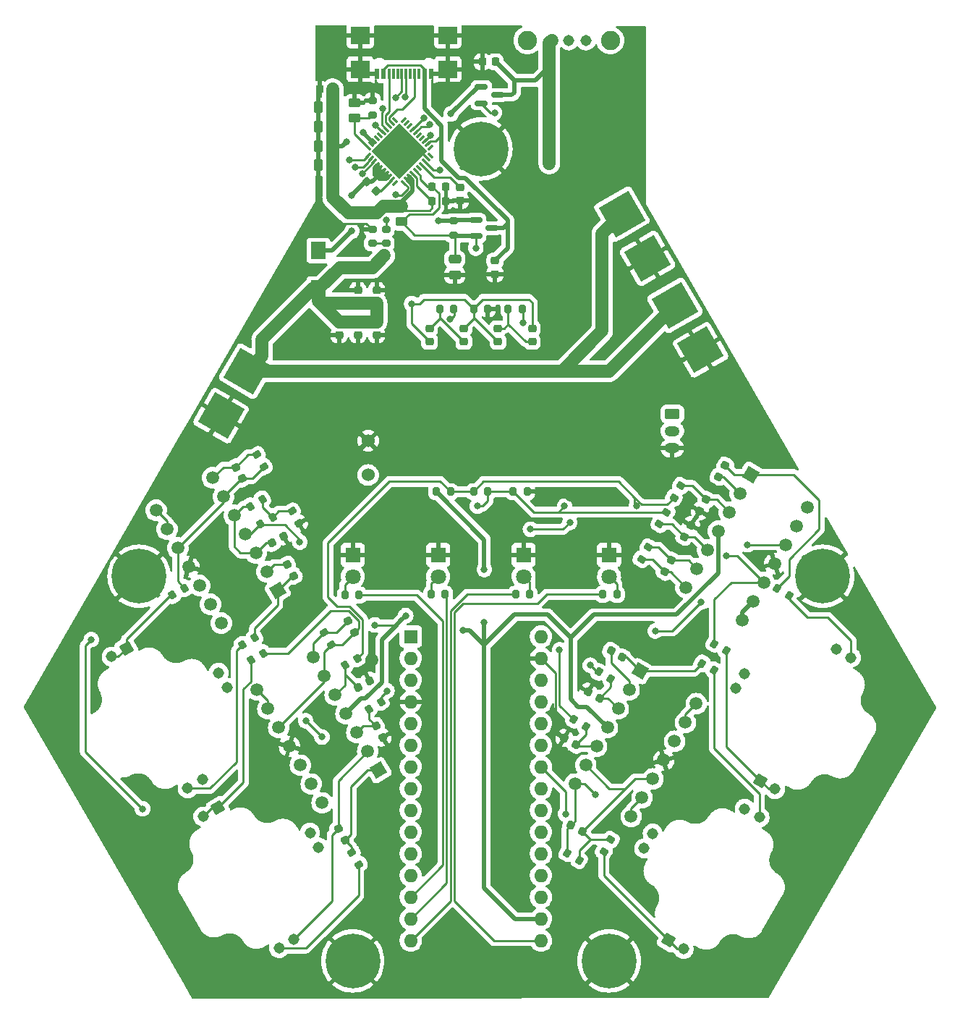
<source format=gtl>
%TF.GenerationSoftware,KiCad,Pcbnew,6.0.9-8da3e8f707~116~ubuntu20.04.1*%
%TF.CreationDate,2023-01-26T21:54:06-05:00*%
%TF.ProjectId,free2breathe_pcb,66726565-3262-4726-9561-7468655f7063,rev?*%
%TF.SameCoordinates,Original*%
%TF.FileFunction,Copper,L1,Top*%
%TF.FilePolarity,Positive*%
%FSLAX46Y46*%
G04 Gerber Fmt 4.6, Leading zero omitted, Abs format (unit mm)*
G04 Created by KiCad (PCBNEW 6.0.9-8da3e8f707~116~ubuntu20.04.1) date 2023-01-26 21:54:06*
%MOMM*%
%LPD*%
G01*
G04 APERTURE LIST*
G04 Aperture macros list*
%AMRoundRect*
0 Rectangle with rounded corners*
0 $1 Rounding radius*
0 $2 $3 $4 $5 $6 $7 $8 $9 X,Y pos of 4 corners*
0 Add a 4 corners polygon primitive as box body*
4,1,4,$2,$3,$4,$5,$6,$7,$8,$9,$2,$3,0*
0 Add four circle primitives for the rounded corners*
1,1,$1+$1,$2,$3*
1,1,$1+$1,$4,$5*
1,1,$1+$1,$6,$7*
1,1,$1+$1,$8,$9*
0 Add four rect primitives between the rounded corners*
20,1,$1+$1,$2,$3,$4,$5,0*
20,1,$1+$1,$4,$5,$6,$7,0*
20,1,$1+$1,$6,$7,$8,$9,0*
20,1,$1+$1,$8,$9,$2,$3,0*%
%AMRotRect*
0 Rectangle, with rotation*
0 The origin of the aperture is its center*
0 $1 length*
0 $2 width*
0 $3 Rotation angle, in degrees counterclockwise*
0 Add horizontal line*
21,1,$1,$2,0,0,$3*%
G04 Aperture macros list end*
%TA.AperFunction,SMDPad,CuDef*%
%ADD10R,1.800000X2.000000*%
%TD*%
%TA.AperFunction,SMDPad,CuDef*%
%ADD11R,0.600000X1.150000*%
%TD*%
%TA.AperFunction,SMDPad,CuDef*%
%ADD12R,0.300000X1.150000*%
%TD*%
%TA.AperFunction,SMDPad,CuDef*%
%ADD13R,2.180000X2.000000*%
%TD*%
%TA.AperFunction,SMDPad,CuDef*%
%ADD14RoundRect,0.200000X0.338157X-0.035705X0.138157X0.310705X-0.338157X0.035705X-0.138157X-0.310705X0*%
%TD*%
%TA.AperFunction,SMDPad,CuDef*%
%ADD15RoundRect,0.200000X0.310705X0.138157X-0.035705X0.338157X-0.310705X-0.138157X0.035705X-0.338157X0*%
%TD*%
%TA.AperFunction,ComponentPad*%
%ADD16C,0.800000*%
%TD*%
%TA.AperFunction,ComponentPad*%
%ADD17C,6.400000*%
%TD*%
%TA.AperFunction,SMDPad,CuDef*%
%ADD18RoundRect,0.250000X0.250000X0.475000X-0.250000X0.475000X-0.250000X-0.475000X0.250000X-0.475000X0*%
%TD*%
%TA.AperFunction,SMDPad,CuDef*%
%ADD19RoundRect,0.225000X0.319856X0.104006X-0.069856X0.329006X-0.319856X-0.104006X0.069856X-0.329006X0*%
%TD*%
%TA.AperFunction,ComponentPad*%
%ADD20C,1.308000*%
%TD*%
%TA.AperFunction,ComponentPad*%
%ADD21C,2.250000*%
%TD*%
%TA.AperFunction,SMDPad,CuDef*%
%ADD22RoundRect,0.200000X-0.200000X-0.275000X0.200000X-0.275000X0.200000X0.275000X-0.200000X0.275000X0*%
%TD*%
%TA.AperFunction,SMDPad,CuDef*%
%ADD23RoundRect,0.200000X0.138157X-0.310705X0.338157X0.035705X-0.138157X0.310705X-0.338157X-0.035705X0*%
%TD*%
%TA.AperFunction,SMDPad,CuDef*%
%ADD24RoundRect,0.225000X-0.250000X0.225000X-0.250000X-0.225000X0.250000X-0.225000X0.250000X0.225000X0*%
%TD*%
%TA.AperFunction,SMDPad,CuDef*%
%ADD25RoundRect,0.218750X0.256250X-0.218750X0.256250X0.218750X-0.256250X0.218750X-0.256250X-0.218750X0*%
%TD*%
%TA.AperFunction,SMDPad,CuDef*%
%ADD26RoundRect,0.200000X-0.138157X0.310705X-0.338157X-0.035705X0.138157X-0.310705X0.338157X0.035705X0*%
%TD*%
%TA.AperFunction,ComponentPad*%
%ADD27RotRect,1.498600X1.498600X330.000000*%
%TD*%
%TA.AperFunction,ComponentPad*%
%ADD28C,1.498600*%
%TD*%
%TA.AperFunction,SMDPad,CuDef*%
%ADD29RotRect,4.000000X4.000000X30.000000*%
%TD*%
%TA.AperFunction,SMDPad,CuDef*%
%ADD30RoundRect,0.225000X-0.104006X0.319856X-0.329006X-0.069856X0.104006X-0.319856X0.329006X0.069856X0*%
%TD*%
%TA.AperFunction,SMDPad,CuDef*%
%ADD31RoundRect,0.225000X0.225000X0.250000X-0.225000X0.250000X-0.225000X-0.250000X0.225000X-0.250000X0*%
%TD*%
%TA.AperFunction,SMDPad,CuDef*%
%ADD32RoundRect,0.200000X-0.310705X-0.138157X0.035705X-0.338157X0.310705X0.138157X-0.035705X0.338157X0*%
%TD*%
%TA.AperFunction,SMDPad,CuDef*%
%ADD33RoundRect,0.225000X0.329006X-0.069856X0.104006X0.319856X-0.329006X0.069856X-0.104006X-0.319856X0*%
%TD*%
%TA.AperFunction,SMDPad,CuDef*%
%ADD34RoundRect,0.200000X-0.338157X0.035705X-0.138157X-0.310705X0.338157X-0.035705X0.138157X0.310705X0*%
%TD*%
%TA.AperFunction,SMDPad,CuDef*%
%ADD35RoundRect,0.225000X-0.225000X-0.250000X0.225000X-0.250000X0.225000X0.250000X-0.225000X0.250000X0*%
%TD*%
%TA.AperFunction,ComponentPad*%
%ADD36R,1.800000X1.800000*%
%TD*%
%TA.AperFunction,ComponentPad*%
%ADD37C,1.800000*%
%TD*%
%TA.AperFunction,SMDPad,CuDef*%
%ADD38RoundRect,0.250000X0.450000X-0.262500X0.450000X0.262500X-0.450000X0.262500X-0.450000X-0.262500X0*%
%TD*%
%TA.AperFunction,ComponentPad*%
%ADD39RotRect,1.308000X1.308000X210.000000*%
%TD*%
%TA.AperFunction,ComponentPad*%
%ADD40RotRect,1.498600X1.498600X210.000000*%
%TD*%
%TA.AperFunction,ComponentPad*%
%ADD41RoundRect,0.250000X-0.625000X0.350000X-0.625000X-0.350000X0.625000X-0.350000X0.625000X0.350000X0*%
%TD*%
%TA.AperFunction,ComponentPad*%
%ADD42O,1.750000X1.200000*%
%TD*%
%TA.AperFunction,SMDPad,CuDef*%
%ADD43RoundRect,0.225000X0.250000X-0.225000X0.250000X0.225000X-0.250000X0.225000X-0.250000X-0.225000X0*%
%TD*%
%TA.AperFunction,SMDPad,CuDef*%
%ADD44RoundRect,0.200000X-0.275000X0.200000X-0.275000X-0.200000X0.275000X-0.200000X0.275000X0.200000X0*%
%TD*%
%TA.AperFunction,SMDPad,CuDef*%
%ADD45RoundRect,0.225000X-0.069856X-0.329006X0.319856X-0.104006X0.069856X0.329006X-0.319856X0.104006X0*%
%TD*%
%TA.AperFunction,SMDPad,CuDef*%
%ADD46RoundRect,0.200000X-0.035705X-0.338157X0.310705X-0.138157X0.035705X0.338157X-0.310705X0.138157X0*%
%TD*%
%TA.AperFunction,SMDPad,CuDef*%
%ADD47RoundRect,0.150000X-0.587500X-0.150000X0.587500X-0.150000X0.587500X0.150000X-0.587500X0.150000X0*%
%TD*%
%TA.AperFunction,SMDPad,CuDef*%
%ADD48RotRect,4.000000X4.000000X330.000000*%
%TD*%
%TA.AperFunction,SMDPad,CuDef*%
%ADD49RoundRect,0.225000X0.335876X0.017678X0.017678X0.335876X-0.335876X-0.017678X-0.017678X-0.335876X0*%
%TD*%
%TA.AperFunction,SMDPad,CuDef*%
%ADD50RoundRect,0.200000X0.035705X0.338157X-0.310705X0.138157X-0.035705X-0.338157X0.310705X-0.138157X0*%
%TD*%
%TA.AperFunction,SMDPad,CuDef*%
%ADD51RoundRect,0.200000X0.200000X0.275000X-0.200000X0.275000X-0.200000X-0.275000X0.200000X-0.275000X0*%
%TD*%
%TA.AperFunction,SMDPad,CuDef*%
%ADD52RoundRect,0.225000X-0.329006X0.069856X-0.104006X-0.319856X0.329006X-0.069856X0.104006X0.319856X0*%
%TD*%
%TA.AperFunction,ComponentPad*%
%ADD53RotRect,1.308000X1.308000X330.000000*%
%TD*%
%TA.AperFunction,SMDPad,CuDef*%
%ADD54RoundRect,0.062500X-0.291682X0.203293X0.203293X-0.291682X0.291682X-0.203293X-0.203293X0.291682X0*%
%TD*%
%TA.AperFunction,SMDPad,CuDef*%
%ADD55RoundRect,0.062500X-0.291682X-0.203293X-0.203293X-0.291682X0.291682X0.203293X0.203293X0.291682X0*%
%TD*%
%TA.AperFunction,SMDPad,CuDef*%
%ADD56RotRect,4.600000X4.600000X315.000000*%
%TD*%
%TA.AperFunction,ComponentPad*%
%ADD57R,1.600000X1.600000*%
%TD*%
%TA.AperFunction,ComponentPad*%
%ADD58O,1.600000X1.600000*%
%TD*%
%TA.AperFunction,ComponentPad*%
%ADD59C,1.524000*%
%TD*%
%TA.AperFunction,SMDPad,CuDef*%
%ADD60RoundRect,0.225000X0.104006X-0.319856X0.329006X0.069856X-0.104006X0.319856X-0.329006X-0.069856X0*%
%TD*%
%TA.AperFunction,SMDPad,CuDef*%
%ADD61RoundRect,0.200000X0.275000X-0.200000X0.275000X0.200000X-0.275000X0.200000X-0.275000X-0.200000X0*%
%TD*%
%TA.AperFunction,SMDPad,CuDef*%
%ADD62RoundRect,0.225000X-0.319856X-0.104006X0.069856X-0.329006X0.319856X0.104006X-0.069856X0.329006X0*%
%TD*%
%TA.AperFunction,SMDPad,CuDef*%
%ADD63RoundRect,0.250000X0.475000X-0.250000X0.475000X0.250000X-0.475000X0.250000X-0.475000X-0.250000X0*%
%TD*%
%TA.AperFunction,ViaPad*%
%ADD64C,1.500000*%
%TD*%
%TA.AperFunction,ViaPad*%
%ADD65C,0.800000*%
%TD*%
%TA.AperFunction,Conductor*%
%ADD66C,0.500000*%
%TD*%
%TA.AperFunction,Conductor*%
%ADD67C,0.250000*%
%TD*%
%TA.AperFunction,Conductor*%
%ADD68C,1.500000*%
%TD*%
%TA.AperFunction,Conductor*%
%ADD69C,0.200000*%
%TD*%
G04 APERTURE END LIST*
D10*
%TO.P,L1,1,1*%
%TO.N,Net-(C12-Pad2)*%
X101000000Y-76900000D03*
%TO.P,L1,2,2*%
%TO.N,/VBAT+*%
X101000000Y-81400000D03*
%TD*%
D11*
%TO.P,J1,A1/B12,GND*%
%TO.N,GND*%
X114200000Y-56237500D03*
%TO.P,J1,A4/B9,VBUS*%
%TO.N,/VBUS*%
X113400000Y-56237500D03*
D12*
%TO.P,J1,A5,CC1*%
%TO.N,/CC1*%
X112250000Y-56237500D03*
%TO.P,J1,A6,DP1*%
%TO.N,/DPC*%
X111250000Y-56237500D03*
%TO.P,J1,A7,DN1*%
%TO.N,/DMC*%
X110750000Y-56237500D03*
%TO.P,J1,A8,SBU1*%
%TO.N,unconnected-(J1-PadA8)*%
X109750000Y-56237500D03*
D11*
%TO.P,J1,B1/A12,GND*%
%TO.N,GND*%
X107800000Y-56237500D03*
%TO.P,J1,B4/A9,VBUS*%
%TO.N,/VBUS*%
X108600000Y-56237500D03*
D12*
%TO.P,J1,B5,CC2*%
%TO.N,/CC2*%
X109250000Y-56237500D03*
%TO.P,J1,B6,DP2*%
%TO.N,unconnected-(J1-PadB6)*%
X110250000Y-56237500D03*
%TO.P,J1,B7,DN2*%
%TO.N,unconnected-(J1-PadB7)*%
X111750000Y-56237500D03*
%TO.P,J1,B8,SBU2*%
%TO.N,unconnected-(J1-PadB8)*%
X112750000Y-56237500D03*
D13*
%TO.P,J1,S1,GND*%
%TO.N,GND*%
X116110000Y-55662500D03*
%TO.P,J1,S2,GND*%
X105890000Y-55662500D03*
%TO.P,J1,S3,GND*%
X116110000Y-51732500D03*
%TO.P,J1,S4,GND*%
X105890000Y-51732500D03*
%TD*%
D14*
%TO.P,R21,1*%
%TO.N,Net-(C23-Pad2)*%
X94612500Y-102214471D03*
%TO.P,R21,2*%
%TO.N,Net-(C23-Pad1)*%
X93787500Y-100785529D03*
%TD*%
D15*
%TO.P,R31,1*%
%TO.N,Net-(R31-Pad1)*%
X148714471Y-123712500D03*
%TO.P,R31,2*%
%TO.N,Net-(C31-Pad2)*%
X147285529Y-122887500D03*
%TD*%
D16*
%TO.P,H5,1,1*%
%TO.N,GND*%
X158302944Y-113302944D03*
X161697056Y-113302944D03*
X160000000Y-117400000D03*
X157600000Y-115000000D03*
D17*
X160000000Y-115000000D03*
D16*
X160000000Y-112600000D03*
X162400000Y-115000000D03*
X161697056Y-116697056D03*
X158302944Y-116697056D03*
%TD*%
D18*
%TO.P,C10,1*%
%TO.N,/VSYS*%
X102875002Y-64700000D03*
%TO.P,C10,2*%
%TO.N,GND*%
X100975002Y-64700000D03*
%TD*%
D19*
%TO.P,C30,1*%
%TO.N,Net-(C30-Pad1)*%
X131100000Y-134700000D03*
%TO.P,C30,2*%
%TO.N,GND*%
X129757660Y-133925000D03*
%TD*%
D20*
%TO.P,S1,1*%
%TO.N,unconnected-(S1-Pad1)*%
X132300000Y-52300000D03*
%TO.P,S1,2*%
%TO.N,Net-(S1-Pad2)*%
X130300000Y-52300000D03*
%TO.P,S1,3*%
%TO.N,/VOUT*%
X128300000Y-52300000D03*
D21*
%TO.P,S1,P$4*%
%TO.N,N/C*%
X135150000Y-52300000D03*
%TO.P,S1,P$5*%
X125450000Y-52300000D03*
%TD*%
D22*
%TO.P,R6,1*%
%TO.N,/Arduino_D12*%
X124075000Y-117100000D03*
%TO.P,R6,2*%
%TO.N,Net-(D3-Pad2)*%
X125725000Y-117100000D03*
%TD*%
D23*
%TO.P,R29,1*%
%TO.N,/Divider_High*%
X142587500Y-105814471D03*
%TO.P,R29,2*%
%TO.N,Net-(C28-Pad1)*%
X143412500Y-104385529D03*
%TD*%
D24*
%TO.P,C17,1*%
%TO.N,/VBAT+*%
X107800000Y-85225000D03*
%TO.P,C17,2*%
%TO.N,GND*%
X107800000Y-86775000D03*
%TD*%
D14*
%TO.P,R20,1*%
%TO.N,Net-(C22-Pad2)*%
X102512500Y-123014471D03*
%TO.P,R20,2*%
%TO.N,Net-(C22-Pad1)*%
X101687500Y-121585529D03*
%TD*%
D25*
%TO.P,D7,1,K*%
%TO.N,Net-(D5-Pad1)*%
X122000000Y-87562500D03*
%TO.P,D7,2,A*%
%TO.N,Net-(D7-Pad2)*%
X122000000Y-85987500D03*
%TD*%
D26*
%TO.P,R35,1*%
%TO.N,/Divider_Low*%
X141712500Y-107485529D03*
%TO.P,R35,2*%
%TO.N,Net-(C32-Pad1)*%
X140887500Y-108914471D03*
%TD*%
D24*
%TO.P,C4,1*%
%TO.N,GND*%
X107800000Y-81525000D03*
%TO.P,C4,2*%
%TO.N,/VBAT+*%
X107800000Y-83075000D03*
%TD*%
D16*
%TO.P,H1,1,1*%
%TO.N,GND*%
X103302944Y-161697056D03*
D17*
X105000000Y-160000000D03*
D16*
X106697056Y-161697056D03*
X103302944Y-158302944D03*
X105000000Y-162400000D03*
X102600000Y-160000000D03*
X105000000Y-157600000D03*
X106697056Y-158302944D03*
X107400000Y-160000000D03*
%TD*%
D22*
%TO.P,R24,1*%
%TO.N,/Divider_High*%
X119175000Y-105100000D03*
%TO.P,R24,2*%
%TO.N,/Divider_Low*%
X120825000Y-105100000D03*
%TD*%
D16*
%TO.P,H2,1,1*%
%TO.N,GND*%
X136697056Y-161697056D03*
X136697056Y-158302944D03*
X132600000Y-160000000D03*
X135000000Y-162400000D03*
X135000000Y-157600000D03*
X133302944Y-158302944D03*
X137400000Y-160000000D03*
D17*
X135000000Y-160000000D03*
D16*
X133302944Y-161697056D03*
%TD*%
D27*
%TO.P,U6,1,VOUTA*%
%TO.N,Net-(C25-Pad1)*%
X138610443Y-126095887D03*
D28*
%TO.P,U6,2,VINA-*%
%TO.N,Net-(C25-Pad2)*%
X137340443Y-128295591D03*
%TO.P,U6,3,VINA+*%
%TO.N,Net-(C26-Pad1)*%
X136070443Y-130495296D03*
%TO.P,U6,4,VDD*%
%TO.N,/Arduino_3V3*%
X134800443Y-132695000D03*
%TO.P,U6,5,VINB+*%
%TO.N,Net-(C30-Pad1)*%
X133530443Y-134894705D03*
%TO.P,U6,6,VINB-*%
%TO.N,Net-(C29-Pad2)*%
X132260443Y-137094409D03*
%TO.P,U6,7,VOUTB*%
%TO.N,Net-(C29-Pad1)*%
X130990443Y-139294114D03*
%TO.P,U6,8,VOUTC*%
%TO.N,/Arduino_A5*%
X137589557Y-143104114D03*
%TO.P,U6,9,VINC-*%
X138859557Y-140904409D03*
%TO.P,U6,10,VINC+*%
%TO.N,Net-(C29-Pad2)*%
X140129557Y-138704705D03*
%TO.P,U6,11,VSS*%
%TO.N,GND*%
X141399557Y-136505000D03*
%TO.P,U6,12,VIND+*%
%TO.N,Net-(C29-Pad1)*%
X142669557Y-134305296D03*
%TO.P,U6,13,VIND-*%
%TO.N,/Arduino_A4*%
X143939557Y-132105591D03*
%TO.P,U6,14,VOUTD*%
X145209557Y-129905887D03*
%TD*%
D25*
%TO.P,D8,1,K*%
%TO.N,Net-(D7-Pad2)*%
X126000000Y-87562500D03*
%TO.P,D8,2,A*%
%TO.N,Net-(D5-Pad1)*%
X126000000Y-85987500D03*
%TD*%
D29*
%TO.P,BT1,1,+*%
%TO.N,/VBAT+*%
X142700000Y-83303848D03*
%TO.P,BT1,2,-*%
%TO.N,GND*%
X145700000Y-88500000D03*
%TD*%
D30*
%TO.P,C28,1*%
%TO.N,Net-(C28-Pad1)*%
X146387500Y-106028830D03*
%TO.P,C28,2*%
%TO.N,GND*%
X145612500Y-107371170D03*
%TD*%
D31*
%TO.P,C11,1*%
%TO.N,/VSYS*%
X102675000Y-58000000D03*
%TO.P,C11,2*%
%TO.N,GND*%
X101125000Y-58000000D03*
%TD*%
D32*
%TO.P,R27,1*%
%TO.N,Net-(C27-Pad1)*%
X154671058Y-116400000D03*
%TO.P,R27,2*%
%TO.N,Net-(R27-Pad2)*%
X156100000Y-117225000D03*
%TD*%
D22*
%TO.P,R25,1*%
%TO.N,/Divider_Low*%
X123775000Y-105100000D03*
%TO.P,R25,2*%
%TO.N,GND*%
X125425000Y-105100000D03*
%TD*%
D32*
%TO.P,R28,1*%
%TO.N,/Divider_High*%
X133785529Y-126187500D03*
%TO.P,R28,2*%
%TO.N,Net-(C26-Pad1)*%
X135214471Y-127012500D03*
%TD*%
D33*
%TO.P,C19,1*%
%TO.N,Net-(C19-Pad1)*%
X98087500Y-114971170D03*
%TO.P,C19,2*%
%TO.N,Net-(C19-Pad2)*%
X97312500Y-113628830D03*
%TD*%
D34*
%TO.P,R12,1*%
%TO.N,Net-(C18-Pad1)*%
X104887500Y-147285529D03*
%TO.P,R12,2*%
%TO.N,Net-(R12-Pad2)*%
X105712500Y-148714471D03*
%TD*%
D16*
%TO.P,H3,1,1*%
%TO.N,GND*%
X121697056Y-66697056D03*
X118302944Y-63302944D03*
X122400000Y-65000000D03*
X117600000Y-65000000D03*
X121697056Y-63302944D03*
X118302944Y-66697056D03*
X120000000Y-62600000D03*
D17*
X120000000Y-65000000D03*
D16*
X120000000Y-67400000D03*
%TD*%
D35*
%TO.P,C6,1*%
%TO.N,/VSYS*%
X114300000Y-71100000D03*
%TO.P,C6,2*%
%TO.N,GND*%
X115850000Y-71100000D03*
%TD*%
D36*
%TO.P,D3,1,K*%
%TO.N,GND*%
X125000000Y-112500000D03*
D37*
%TO.P,D3,2,A*%
%TO.N,Net-(D3-Pad2)*%
X125000000Y-115040000D03*
%TD*%
D27*
%TO.P,U8,1,VOUTA*%
%TO.N,Net-(C27-Pad1)*%
X151610443Y-103095887D03*
D28*
%TO.P,U8,2,VINA-*%
%TO.N,Net-(C27-Pad2)*%
X150340443Y-105295591D03*
%TO.P,U8,3,VINA+*%
%TO.N,Net-(C28-Pad1)*%
X149070443Y-107495296D03*
%TO.P,U8,4,VDD*%
%TO.N,/Arduino_3V3*%
X147800443Y-109695000D03*
%TO.P,U8,5,VINB+*%
%TO.N,Net-(C32-Pad1)*%
X146530443Y-111894705D03*
%TO.P,U8,6,VINB-*%
%TO.N,Net-(C31-Pad2)*%
X145260443Y-114094409D03*
%TO.P,U8,7,VOUTB*%
%TO.N,Net-(C31-Pad1)*%
X143990443Y-116294114D03*
%TO.P,U8,8,VOUTC*%
%TO.N,/Arduino_A7*%
X150589557Y-120104114D03*
%TO.P,U8,9,VINC-*%
X151859557Y-117904409D03*
%TO.P,U8,10,VINC+*%
%TO.N,Net-(C31-Pad2)*%
X153129557Y-115704705D03*
%TO.P,U8,11,VSS*%
%TO.N,GND*%
X154399557Y-113505000D03*
%TO.P,U8,12,VIND+*%
%TO.N,Net-(C31-Pad1)*%
X155669557Y-111305296D03*
%TO.P,U8,13,VIND-*%
%TO.N,/Arduino_A6*%
X156939557Y-109105591D03*
%TO.P,U8,14,VOUTD*%
X158209557Y-106905887D03*
%TD*%
D24*
%TO.P,C1,1*%
%TO.N,/VBUS*%
X121637500Y-78075000D03*
%TO.P,C1,2*%
%TO.N,GND*%
X121637500Y-79625000D03*
%TD*%
D38*
%TO.P,TH1,1*%
%TO.N,Net-(R11-Pad1)*%
X105200000Y-61412500D03*
%TO.P,TH1,2*%
%TO.N,GND*%
X105200000Y-59587500D03*
%TD*%
D39*
%TO.P,U4,1,WORKING*%
%TO.N,Net-(R18-Pad1)*%
X89221025Y-142101034D03*
D20*
%TO.P,U4,2,NC_2*%
%TO.N,unconnected-(U4-Pad2)*%
X99998966Y-144988975D03*
%TO.P,U4,3,NC_3*%
%TO.N,unconnected-(U4-Pad3)*%
X100998966Y-146721025D03*
%TO.P,U4,4,REFERENCE*%
%TO.N,Net-(C18-Pad2)*%
X98111025Y-157498966D03*
%TO.P,U4,5,COUNTER*%
%TO.N,Net-(R12-Pad2)*%
X96378975Y-158498966D03*
%TO.P,U4,6,WORKING*%
%TO.N,Net-(R18-Pad1)*%
X87488975Y-143101034D03*
%TD*%
D23*
%TO.P,R30,1*%
%TO.N,Net-(R30-Pad1)*%
X134387500Y-147214471D03*
%TO.P,R30,2*%
%TO.N,Net-(C29-Pad2)*%
X135212500Y-145785529D03*
%TD*%
D25*
%TO.P,D6,1,K*%
%TO.N,Net-(D5-Pad2)*%
X118000000Y-87562500D03*
%TO.P,D6,2,A*%
%TO.N,Net-(D5-Pad1)*%
X118000000Y-85987500D03*
%TD*%
D40*
%TO.P,U3,1,VOUTA*%
%TO.N,Net-(C19-Pad1)*%
X96218210Y-116667947D03*
D28*
%TO.P,U3,2,VINA-*%
%TO.N,Net-(C19-Pad2)*%
X94948210Y-114468243D03*
%TO.P,U3,3,VINA+*%
%TO.N,Net-(C21-Pad1)*%
X93678210Y-112268538D03*
%TO.P,U3,4,VDD*%
%TO.N,/Arduino_3V3*%
X92408210Y-110068834D03*
%TO.P,U3,5,VINB+*%
%TO.N,Net-(C21-Pad1)*%
X91138210Y-107869129D03*
%TO.P,U3,6,VINB-*%
%TO.N,Net-(C23-Pad2)*%
X89868210Y-105669425D03*
%TO.P,U3,7,VOUTB*%
%TO.N,Net-(C23-Pad1)*%
X88598210Y-103469720D03*
%TO.P,U3,8,VOUTC*%
%TO.N,/Arduino_A1*%
X81999096Y-107279720D03*
%TO.P,U3,9,VINC-*%
X83269096Y-109479425D03*
%TO.P,U3,10,VINC+*%
%TO.N,Net-(C23-Pad2)*%
X84539096Y-111679129D03*
%TO.P,U3,11,VSS*%
%TO.N,GND*%
X85809096Y-113878834D03*
%TO.P,U3,12,VIND+*%
%TO.N,Net-(C23-Pad1)*%
X87079096Y-116078538D03*
%TO.P,U3,13,VIND-*%
%TO.N,/Arduino_A0*%
X88349096Y-118278243D03*
%TO.P,U3,14,VOUTD*%
X89619096Y-120477947D03*
%TD*%
D39*
%TO.P,U5,1,WORKING*%
%TO.N,Net-(R19-Pad1)*%
X78521025Y-123401034D03*
D20*
%TO.P,U5,2,NC_2*%
%TO.N,unconnected-(U5-Pad2)*%
X89298966Y-126288975D03*
%TO.P,U5,3,NC_3*%
%TO.N,unconnected-(U5-Pad3)*%
X90298966Y-128021025D03*
%TO.P,U5,4,REFERENCE*%
%TO.N,Net-(C19-Pad2)*%
X87411025Y-138798966D03*
%TO.P,U5,5,COUNTER*%
%TO.N,Net-(R14-Pad2)*%
X85678975Y-139798966D03*
%TO.P,U5,6,WORKING*%
%TO.N,Net-(R19-Pad1)*%
X76788975Y-124401034D03*
%TD*%
D41*
%TO.P,J2,1,Pin_1*%
%TO.N,/Arduino_5V*%
X142400000Y-96000000D03*
D42*
%TO.P,J2,2,Pin_2*%
%TO.N,/Arduino_D8*%
X142400000Y-98000000D03*
%TO.P,J2,3,Pin_3*%
%TO.N,GND*%
X142400000Y-100000000D03*
%TD*%
D18*
%TO.P,C8,1*%
%TO.N,/VSYS*%
X102850000Y-62400000D03*
%TO.P,C8,2*%
%TO.N,GND*%
X100950000Y-62400000D03*
%TD*%
D43*
%TO.P,C14,1*%
%TO.N,/VBAT+*%
X105600000Y-83075000D03*
%TO.P,C14,2*%
%TO.N,GND*%
X105600000Y-81525000D03*
%TD*%
D22*
%TO.P,R23,1*%
%TO.N,/Arduino_3V3*%
X114775000Y-105100000D03*
%TO.P,R23,2*%
%TO.N,/Divider_High*%
X116425000Y-105100000D03*
%TD*%
D44*
%TO.P,R3,1*%
%TO.N,Net-(R3-Pad1)*%
X108900000Y-74400000D03*
%TO.P,R3,2*%
%TO.N,Net-(R3-Pad2)*%
X108900000Y-76050000D03*
%TD*%
D45*
%TO.P,C24,1*%
%TO.N,Net-(C24-Pad1)*%
X105628830Y-127987500D03*
%TO.P,C24,2*%
%TO.N,GND*%
X106971170Y-127212500D03*
%TD*%
D46*
%TO.P,R19,1*%
%TO.N,Net-(R19-Pad1)*%
X83900000Y-117200000D03*
%TO.P,R19,2*%
%TO.N,Net-(C23-Pad2)*%
X85328942Y-116375000D03*
%TD*%
D24*
%TO.P,C16,1*%
%TO.N,/VBAT+*%
X105600000Y-85225000D03*
%TO.P,C16,2*%
%TO.N,GND*%
X105600000Y-86775000D03*
%TD*%
D47*
%TO.P,Q1,1,G*%
%TO.N,/VBUSG*%
X119400000Y-73300000D03*
%TO.P,Q1,2,S*%
%TO.N,/VMID*%
X119400000Y-75200000D03*
%TO.P,Q1,3,D*%
%TO.N,/VBUS*%
X121275000Y-74250000D03*
%TD*%
D48*
%TO.P,BT2,1,+*%
%TO.N,/VBAT+*%
X92600000Y-91001924D03*
%TO.P,BT2,2,-*%
%TO.N,GND*%
X89600000Y-96198076D03*
%TD*%
D49*
%TO.P,C12,1*%
%TO.N,Net-(C12-Pad1)*%
X107748008Y-69948008D03*
%TO.P,C12,2*%
%TO.N,Net-(C12-Pad2)*%
X106651992Y-68851992D03*
%TD*%
D32*
%TO.P,R33,1*%
%TO.N,/Divider_Low*%
X130871058Y-131775000D03*
%TO.P,R33,2*%
%TO.N,Net-(C30-Pad1)*%
X132300000Y-132600000D03*
%TD*%
D18*
%TO.P,C9,1*%
%TO.N,/VSYS*%
X102875000Y-66900000D03*
%TO.P,C9,2*%
%TO.N,GND*%
X100975000Y-66900000D03*
%TD*%
D50*
%TO.P,R14,1*%
%TO.N,Net-(C19-Pad1)*%
X93514471Y-122187500D03*
%TO.P,R14,2*%
%TO.N,Net-(R14-Pad2)*%
X92085529Y-123012500D03*
%TD*%
D51*
%TO.P,R9,1*%
%TO.N,Net-(R9-Pad1)*%
X124825000Y-83700000D03*
%TO.P,R9,2*%
%TO.N,Net-(D7-Pad2)*%
X123175000Y-83700000D03*
%TD*%
D50*
%TO.P,R15,1*%
%TO.N,/Divider_Low*%
X108314471Y-129687500D03*
%TO.P,R15,2*%
%TO.N,Net-(C20-Pad1)*%
X106885529Y-130512500D03*
%TD*%
D52*
%TO.P,C23,1*%
%TO.N,Net-(C23-Pad1)*%
X91312500Y-102228830D03*
%TO.P,C23,2*%
%TO.N,Net-(C23-Pad2)*%
X92087500Y-103571170D03*
%TD*%
D36*
%TO.P,D4,1,K*%
%TO.N,GND*%
X135000000Y-112500000D03*
D37*
%TO.P,D4,2,A*%
%TO.N,Net-(D4-Pad2)*%
X135000000Y-115040000D03*
%TD*%
D36*
%TO.P,D2,1,K*%
%TO.N,GND*%
X115000000Y-112500000D03*
D37*
%TO.P,D2,2,A*%
%TO.N,Net-(D2-Pad2)*%
X115000000Y-115040000D03*
%TD*%
D46*
%TO.P,R18,1*%
%TO.N,Net-(R18-Pad1)*%
X93085529Y-124812500D03*
%TO.P,R18,2*%
%TO.N,Net-(C22-Pad2)*%
X94514471Y-123987500D03*
%TD*%
D32*
%TO.P,R26,1*%
%TO.N,Net-(C25-Pad1)*%
X145885529Y-125187500D03*
%TO.P,R26,2*%
%TO.N,Net-(R26-Pad2)*%
X147314471Y-126012500D03*
%TD*%
D50*
%TO.P,R16,1*%
%TO.N,/1.024V*%
X94414471Y-105987500D03*
%TO.P,R16,2*%
%TO.N,Net-(C21-Pad1)*%
X92985529Y-106812500D03*
%TD*%
D18*
%TO.P,C7,1*%
%TO.N,/VSYS*%
X102850000Y-60100000D03*
%TO.P,C7,2*%
%TO.N,GND*%
X100950000Y-60100000D03*
%TD*%
D40*
%TO.P,U2,1,VOUTA*%
%TO.N,Net-(C18-Pad1)*%
X108019114Y-137688227D03*
D28*
%TO.P,U2,2,VINA-*%
%TO.N,Net-(C18-Pad2)*%
X106749114Y-135488523D03*
%TO.P,U2,3,VINA+*%
%TO.N,Net-(C20-Pad1)*%
X105479114Y-133288818D03*
%TO.P,U2,4,VDD*%
%TO.N,/Arduino_3V3*%
X104209114Y-131089114D03*
%TO.P,U2,5,VINB+*%
%TO.N,Net-(C24-Pad1)*%
X102939114Y-128889409D03*
%TO.P,U2,6,VINB-*%
%TO.N,Net-(C22-Pad2)*%
X101669114Y-126689705D03*
%TO.P,U2,7,VOUTB*%
%TO.N,Net-(C22-Pad1)*%
X100399114Y-124490000D03*
%TO.P,U2,8,VOUTC*%
%TO.N,/Arduino_A3*%
X93800000Y-128300000D03*
%TO.P,U2,9,VINC-*%
X95070000Y-130499705D03*
%TO.P,U2,10,VINC+*%
%TO.N,Net-(C22-Pad2)*%
X96340000Y-132699409D03*
%TO.P,U2,11,VSS*%
%TO.N,GND*%
X97610000Y-134899114D03*
%TO.P,U2,12,VIND+*%
%TO.N,Net-(C22-Pad1)*%
X98880000Y-137098818D03*
%TO.P,U2,13,VIND-*%
%TO.N,/Arduino_A2*%
X100150000Y-139298523D03*
%TO.P,U2,14,VOUTD*%
X101420000Y-141498227D03*
%TD*%
D53*
%TO.P,U9,1,WORKING*%
%TO.N,Net-(R31-Pad1)*%
X152688975Y-138898966D03*
D20*
%TO.P,U9,2,NC_2*%
%TO.N,unconnected-(U9-Pad2)*%
X149801034Y-128121025D03*
%TO.P,U9,3,NC_3*%
%TO.N,unconnected-(U9-Pad3)*%
X150801034Y-126388975D03*
%TO.P,U9,4,REFERENCE*%
%TO.N,Net-(C27-Pad2)*%
X161578975Y-123501034D03*
%TO.P,U9,5,COUNTER*%
%TO.N,Net-(R27-Pad2)*%
X163311025Y-124501034D03*
%TO.P,U9,6,WORKING*%
%TO.N,Net-(R31-Pad1)*%
X154421025Y-139898966D03*
%TD*%
D54*
%TO.P,U1,1,DPA2*%
%TO.N,unconnected-(U1-Pad1)*%
X109974346Y-61631884D03*
%TO.P,U1,2,CC1*%
%TO.N,/CC1*%
X109620793Y-61985437D03*
%TO.P,U1,3,CC2*%
%TO.N,/CC2*%
X109267239Y-62338990D03*
%TO.P,U1,4,DMC*%
%TO.N,/DMC*%
X108913686Y-62692544D03*
%TO.P,U1,5,DPC*%
%TO.N,/DPC*%
X108560133Y-63046097D03*
%TO.P,U1,6,DMB*%
%TO.N,unconnected-(U1-Pad6)*%
X108206579Y-63399651D03*
%TO.P,U1,7,DPB*%
%TO.N,unconnected-(U1-Pad7)*%
X107853026Y-63753204D03*
%TO.P,U1,8,VSYS*%
%TO.N,/VSYS*%
X107499472Y-64106757D03*
%TO.P,U1,9,VSYS*%
X107145919Y-64460311D03*
%TO.P,U1,10,NTC*%
%TO.N,Net-(R11-Pad1)*%
X106792366Y-64813864D03*
D55*
%TO.P,U1,11,L1*%
%TO.N,Net-(R9-Pad1)*%
X106792366Y-65786136D03*
%TO.P,U1,12,L2*%
%TO.N,Net-(R7-Pad1)*%
X107145919Y-66139689D03*
%TO.P,U1,13,L3*%
%TO.N,Net-(D5-Pad1)*%
X107499472Y-66493243D03*
%TO.P,U1,14,LX*%
%TO.N,Net-(C12-Pad2)*%
X107853026Y-66846796D03*
%TO.P,U1,15,LX*%
X108206579Y-67200349D03*
%TO.P,U1,16,LX*%
X108560133Y-67553903D03*
%TO.P,U1,17,LX*%
X108913686Y-67907456D03*
%TO.P,U1,18,LX*%
X109267239Y-68261010D03*
%TO.P,U1,19,BST*%
%TO.N,Net-(C12-Pad1)*%
X109620793Y-68614563D03*
%TO.P,U1,20,LIGHT*%
%TO.N,unconnected-(U1-Pad20)*%
X109974346Y-68968116D03*
D54*
%TO.P,U1,21,RSET*%
%TO.N,Net-(R3-Pad1)*%
X110946618Y-68968116D03*
%TO.P,U1,22,VSYS*%
%TO.N,/VSYS*%
X111300171Y-68614563D03*
%TO.P,U1,23,VSYS*%
X111653725Y-68261010D03*
%TO.P,U1,24,VSP*%
X112007278Y-67907456D03*
%TO.P,U1,25,VSN*%
%TO.N,/VMID*%
X112360831Y-67553903D03*
%TO.P,U1,26,KEY*%
%TO.N,unconnected-(U1-Pad26)*%
X112714385Y-67200349D03*
%TO.P,U1,27,VREG*%
%TO.N,/VREG*%
X113067938Y-66846796D03*
%TO.P,U1,28,BAT*%
%TO.N,/VBAT+*%
X113421492Y-66493243D03*
%TO.P,U1,29,AGND*%
%TO.N,GND*%
X113775045Y-66139689D03*
%TO.P,U1,30,VIN*%
%TO.N,unconnected-(U1-Pad30)*%
X114128598Y-65786136D03*
D55*
%TO.P,U1,31,VING*%
%TO.N,unconnected-(U1-Pad31)*%
X114128598Y-64813864D03*
%TO.P,U1,32,VBUS*%
%TO.N,/VBUS*%
X113775045Y-64460311D03*
%TO.P,U1,33,VBUSG*%
%TO.N,/VBUSG*%
X113421492Y-64106757D03*
%TO.P,U1,34,VOUT2*%
%TO.N,unconnected-(U1-Pad34)*%
X113067938Y-63753204D03*
%TO.P,U1,35,VOUT2G*%
%TO.N,unconnected-(U1-Pad35)*%
X112714385Y-63399651D03*
%TO.P,U1,36,VOUT1G*%
%TO.N,/VOUTG*%
X112360831Y-63046097D03*
%TO.P,U1,37,VOUT1*%
%TO.N,Net-(S1-Pad2)*%
X112007278Y-62692544D03*
%TO.P,U1,38,DMA1*%
%TO.N,unconnected-(U1-Pad38)*%
X111653725Y-62338990D03*
%TO.P,U1,39,DPA1*%
%TO.N,unconnected-(U1-Pad39)*%
X111300171Y-61985437D03*
%TO.P,U1,40,DMA2*%
%TO.N,unconnected-(U1-Pad40)*%
X110946618Y-61631884D03*
D56*
%TO.P,U1,41,EPAD*%
%TO.N,GND*%
X110460482Y-65300000D03*
%TD*%
D57*
%TO.P,A1,1,D1/TX*%
%TO.N,unconnected-(A1-Pad1)*%
X111790000Y-122050000D03*
D58*
%TO.P,A1,2,D0/RX*%
%TO.N,unconnected-(A1-Pad2)*%
X111790000Y-124590000D03*
%TO.P,A1,3,~{RESET}*%
%TO.N,unconnected-(A1-Pad3)*%
X111790000Y-127130000D03*
%TO.P,A1,4,GND*%
%TO.N,GND*%
X111790000Y-129670000D03*
%TO.P,A1,5,D2*%
%TO.N,unconnected-(A1-Pad5)*%
X111790000Y-132210000D03*
%TO.P,A1,6,D3*%
%TO.N,unconnected-(A1-Pad6)*%
X111790000Y-134750000D03*
%TO.P,A1,7,D4*%
%TO.N,unconnected-(A1-Pad7)*%
X111790000Y-137290000D03*
%TO.P,A1,8,D5*%
%TO.N,unconnected-(A1-Pad8)*%
X111790000Y-139830000D03*
%TO.P,A1,9,D6*%
%TO.N,unconnected-(A1-Pad9)*%
X111790000Y-142370000D03*
%TO.P,A1,10,D7*%
%TO.N,unconnected-(A1-Pad10)*%
X111790000Y-144910000D03*
%TO.P,A1,11,D8*%
%TO.N,/Arduino_D8*%
X111790000Y-147450000D03*
%TO.P,A1,12,D9*%
%TO.N,/Arduino_D9*%
X111790000Y-149990000D03*
%TO.P,A1,13,D10*%
%TO.N,/Arduino_D10*%
X111790000Y-152530000D03*
%TO.P,A1,14,D11*%
%TO.N,/Arduino_D11*%
X111790000Y-155070000D03*
%TO.P,A1,15,D12*%
%TO.N,/Arduino_D12*%
X111790000Y-157610000D03*
%TO.P,A1,16,D13*%
%TO.N,/Arduino_D13*%
X127030000Y-157610000D03*
%TO.P,A1,17,3V3*%
%TO.N,/Arduino_3V3*%
X127030000Y-155070000D03*
%TO.P,A1,18,AREF*%
%TO.N,unconnected-(A1-Pad18)*%
X127030000Y-152530000D03*
%TO.P,A1,19,A0*%
%TO.N,/Arduino_A0*%
X127030000Y-149990000D03*
%TO.P,A1,20,A1*%
%TO.N,/Arduino_A1*%
X127030000Y-147450000D03*
%TO.P,A1,21,A2*%
%TO.N,/Arduino_A2*%
X127030000Y-144910000D03*
%TO.P,A1,22,A3*%
%TO.N,/Arduino_A3*%
X127030000Y-142370000D03*
%TO.P,A1,23,A4*%
%TO.N,/Arduino_A4*%
X127030000Y-139830000D03*
%TO.P,A1,24,A5*%
%TO.N,/Arduino_A5*%
X127030000Y-137290000D03*
%TO.P,A1,25,A6*%
%TO.N,/Arduino_A6*%
X127030000Y-134750000D03*
%TO.P,A1,26,A7*%
%TO.N,/Arduino_A7*%
X127030000Y-132210000D03*
%TO.P,A1,27,+5V*%
%TO.N,/Arduino_5V*%
X127030000Y-129670000D03*
%TO.P,A1,28,~{RESET}*%
%TO.N,unconnected-(A1-Pad28)*%
X127030000Y-127130000D03*
%TO.P,A1,29,GND*%
%TO.N,GND*%
X127030000Y-124590000D03*
%TO.P,A1,30,VIN*%
%TO.N,/VOUT*%
X127030000Y-122050000D03*
%TD*%
D51*
%TO.P,R4,1*%
%TO.N,/Arduino_D10*%
X105725000Y-117200000D03*
%TO.P,R4,2*%
%TO.N,Net-(D1-Pad2)*%
X104075000Y-117200000D03*
%TD*%
D38*
%TO.P,R2,1*%
%TO.N,/VMID*%
X110700000Y-73525000D03*
%TO.P,R2,2*%
%TO.N,/VSYS*%
X110700000Y-71700000D03*
%TD*%
D19*
%TO.P,C26,1*%
%TO.N,Net-(C26-Pad1)*%
X133871170Y-129287500D03*
%TO.P,C26,2*%
%TO.N,GND*%
X132528830Y-128512500D03*
%TD*%
D59*
%TO.P,J3,1,Pin_1*%
%TO.N,/Arduino_D9*%
X106800000Y-103150000D03*
%TO.P,J3,2,Pin_2*%
%TO.N,GND*%
X106800000Y-99150000D03*
%TD*%
D15*
%TO.P,R32,1*%
%TO.N,Net-(C29-Pad2)*%
X131514471Y-148212500D03*
%TO.P,R32,2*%
%TO.N,Net-(C29-Pad1)*%
X130085529Y-147387500D03*
%TD*%
D19*
%TO.P,C25,1*%
%TO.N,Net-(C25-Pad1)*%
X136571170Y-124487500D03*
%TO.P,C25,2*%
%TO.N,Net-(C25-Pad2)*%
X135228830Y-123712500D03*
%TD*%
D51*
%TO.P,R7,1*%
%TO.N,Net-(R7-Pad1)*%
X116825000Y-83700000D03*
%TO.P,R7,2*%
%TO.N,Net-(D5-Pad2)*%
X115175000Y-83700000D03*
%TD*%
D22*
%TO.P,R10,1*%
%TO.N,Net-(D5-Pad1)*%
X119175000Y-83700000D03*
%TO.P,R10,2*%
%TO.N,GND*%
X120825000Y-83700000D03*
%TD*%
D16*
%TO.P,H4,1,1*%
%TO.N,GND*%
X81697056Y-116697056D03*
D17*
X80000000Y-115000000D03*
D16*
X77600000Y-115000000D03*
X78302944Y-116697056D03*
X80000000Y-117400000D03*
X78302944Y-113302944D03*
X80000000Y-112600000D03*
X81697056Y-113302944D03*
X82400000Y-115000000D03*
%TD*%
D33*
%TO.P,C18,1*%
%TO.N,Net-(C18-Pad1)*%
X104087500Y-145871170D03*
%TO.P,C18,2*%
%TO.N,Net-(C18-Pad2)*%
X103312500Y-144528830D03*
%TD*%
D31*
%TO.P,C3,1*%
%TO.N,GND*%
X115850000Y-69400000D03*
%TO.P,C3,2*%
%TO.N,/VMID*%
X114300000Y-69400000D03*
%TD*%
D60*
%TO.P,C32,1*%
%TO.N,Net-(C32-Pad1)*%
X143812500Y-110371170D03*
%TO.P,C32,2*%
%TO.N,GND*%
X144587500Y-109028830D03*
%TD*%
D61*
%TO.P,R1,1*%
%TO.N,/VMID*%
X116800000Y-75075000D03*
%TO.P,R1,2*%
%TO.N,/VBUSG*%
X116800000Y-73425000D03*
%TD*%
%TO.P,R11,1*%
%TO.N,Net-(R11-Pad1)*%
X107300000Y-61000000D03*
%TO.P,R11,2*%
%TO.N,GND*%
X107300000Y-59350000D03*
%TD*%
D29*
%TO.P,BT3,1,+*%
%TO.N,/VBAT+*%
X136500000Y-72605772D03*
%TO.P,BT3,2,-*%
%TO.N,GND*%
X139500000Y-77801924D03*
%TD*%
D47*
%TO.P,Q2,1,G*%
%TO.N,/VOUTG*%
X120062500Y-57750000D03*
%TO.P,Q2,2,S*%
%TO.N,/VMID*%
X120062500Y-59650000D03*
%TO.P,Q2,3,D*%
%TO.N,/VOUT*%
X121937500Y-58700000D03*
%TD*%
D31*
%TO.P,C13,1*%
%TO.N,/VOUT*%
X121700000Y-54800000D03*
%TO.P,C13,2*%
%TO.N,GND*%
X120150000Y-54800000D03*
%TD*%
D24*
%TO.P,C15,1*%
%TO.N,/VBAT+*%
X103400000Y-85225000D03*
%TO.P,C15,2*%
%TO.N,GND*%
X103400000Y-86775000D03*
%TD*%
D62*
%TO.P,C29,1*%
%TO.N,Net-(C29-Pad1)*%
X130528830Y-144112500D03*
%TO.P,C29,2*%
%TO.N,Net-(C29-Pad2)*%
X131871170Y-144887500D03*
%TD*%
D44*
%TO.P,R36,1*%
%TO.N,GND*%
X107300000Y-74400000D03*
%TO.P,R36,2*%
%TO.N,Net-(R3-Pad2)*%
X107300000Y-76050000D03*
%TD*%
D63*
%TO.P,C2,1*%
%TO.N,GND*%
X116937500Y-79775000D03*
%TO.P,C2,2*%
%TO.N,/VMID*%
X116937500Y-77875000D03*
%TD*%
D52*
%TO.P,C22,1*%
%TO.N,Net-(C22-Pad1)*%
X104412500Y-120228830D03*
%TO.P,C22,2*%
%TO.N,Net-(C22-Pad2)*%
X105187500Y-121571170D03*
%TD*%
D60*
%TO.P,C31,1*%
%TO.N,Net-(C31-Pad1)*%
X141512500Y-114471170D03*
%TO.P,C31,2*%
%TO.N,Net-(C31-Pad2)*%
X142287500Y-113128830D03*
%TD*%
D52*
%TO.P,C20,1*%
%TO.N,Net-(C20-Pad1)*%
X107712500Y-132528830D03*
%TO.P,C20,2*%
%TO.N,GND*%
X108487500Y-133871170D03*
%TD*%
D51*
%TO.P,R5,1*%
%TO.N,/Arduino_D11*%
X115825000Y-117100000D03*
%TO.P,R5,2*%
%TO.N,Net-(D2-Pad2)*%
X114175000Y-117100000D03*
%TD*%
D34*
%TO.P,R17,1*%
%TO.N,/1.024V*%
X97887500Y-107385529D03*
%TO.P,R17,2*%
%TO.N,GND*%
X98712500Y-108814471D03*
%TD*%
D45*
%TO.P,C21,1*%
%TO.N,Net-(C21-Pad1)*%
X95528830Y-111087500D03*
%TO.P,C21,2*%
%TO.N,GND*%
X96871170Y-110312500D03*
%TD*%
D25*
%TO.P,D5,1,K*%
%TO.N,Net-(D5-Pad1)*%
X114000000Y-87562500D03*
%TO.P,D5,2,A*%
%TO.N,Net-(D5-Pad2)*%
X114000000Y-85987500D03*
%TD*%
D53*
%TO.P,U7,1,WORKING*%
%TO.N,Net-(R30-Pad1)*%
X141988975Y-157598966D03*
D20*
%TO.P,U7,2,NC_2*%
%TO.N,unconnected-(U7-Pad2)*%
X139101034Y-146821025D03*
%TO.P,U7,3,NC_3*%
%TO.N,unconnected-(U7-Pad3)*%
X140101034Y-145088975D03*
%TO.P,U7,4,REFERENCE*%
%TO.N,Net-(C25-Pad2)*%
X150878975Y-142201034D03*
%TO.P,U7,5,COUNTER*%
%TO.N,Net-(R26-Pad2)*%
X152611025Y-143201034D03*
%TO.P,U7,6,WORKING*%
%TO.N,Net-(R30-Pad1)*%
X143721025Y-158598966D03*
%TD*%
D36*
%TO.P,D1,1,K*%
%TO.N,GND*%
X105000000Y-112500000D03*
D37*
%TO.P,D1,2,A*%
%TO.N,Net-(D1-Pad2)*%
X105000000Y-115040000D03*
%TD*%
D30*
%TO.P,C27,1*%
%TO.N,Net-(C27-Pad1)*%
X148587500Y-102028830D03*
%TO.P,C27,2*%
%TO.N,Net-(C27-Pad2)*%
X147812500Y-103371170D03*
%TD*%
D46*
%TO.P,R13,1*%
%TO.N,/Arduino_3V3*%
X94185529Y-108912500D03*
%TO.P,R13,2*%
%TO.N,/1.024V*%
X95614471Y-108087500D03*
%TD*%
D26*
%TO.P,R34,1*%
%TO.N,Net-(C31-Pad2)*%
X139612500Y-111585529D03*
%TO.P,R34,2*%
%TO.N,Net-(C31-Pad1)*%
X138787500Y-113014471D03*
%TD*%
D43*
%TO.P,C5,1*%
%TO.N,GND*%
X117600000Y-71050000D03*
%TO.P,C5,2*%
%TO.N,/VREG*%
X117600000Y-69500000D03*
%TD*%
D50*
%TO.P,R22,1*%
%TO.N,/Divider_High*%
X105514471Y-124587500D03*
%TO.P,R22,2*%
%TO.N,Net-(C24-Pad1)*%
X104085529Y-125412500D03*
%TD*%
D22*
%TO.P,R8,1*%
%TO.N,/Arduino_D13*%
X134275000Y-117100000D03*
%TO.P,R8,2*%
%TO.N,Net-(D4-Pad2)*%
X135925000Y-117100000D03*
%TD*%
D64*
%TO.N,GND*%
X112900000Y-80400000D03*
X160000000Y-145000000D03*
X87500000Y-162500000D03*
X170000000Y-130000000D03*
X132500000Y-152500000D03*
X131100000Y-70000000D03*
X107000000Y-155000000D03*
X85000000Y-122500000D03*
X135000000Y-100000000D03*
X122500000Y-107500000D03*
D65*
X110750000Y-75450000D03*
X143800000Y-106800000D03*
D64*
X87500000Y-100000000D03*
X147500000Y-95000000D03*
X144000000Y-123000000D03*
X107200000Y-124800000D03*
D65*
X110400000Y-66800000D03*
D64*
X165000000Y-122500000D03*
X101400000Y-73700000D03*
X122500000Y-140000000D03*
X124400000Y-80000000D03*
X124700000Y-61500000D03*
X142500000Y-162500000D03*
X137500000Y-110000000D03*
D65*
X116200000Y-57800000D03*
D64*
X124600000Y-70000000D03*
X110000000Y-110000000D03*
X120900000Y-52100000D03*
X117500000Y-160000000D03*
X131200000Y-80000000D03*
X110000000Y-100000000D03*
D65*
X110400000Y-64000000D03*
D64*
X136900000Y-56900000D03*
X130600000Y-105600000D03*
X127500000Y-162500000D03*
X141000000Y-90900000D03*
X122500000Y-100000000D03*
X102500000Y-52500000D03*
X137500000Y-83200000D03*
D65*
X112100000Y-65300000D03*
D64*
X97500000Y-95000000D03*
X110900000Y-52200000D03*
X147500000Y-100000000D03*
X82500000Y-147500000D03*
X110000000Y-95000000D03*
D65*
X119200000Y-71600000D03*
D64*
X98200000Y-79000000D03*
X119450000Y-80300000D03*
D65*
X105800000Y-57800000D03*
D64*
X122500000Y-127500000D03*
X132500000Y-66700000D03*
X77500000Y-120000000D03*
X97500000Y-120000000D03*
X136900000Y-66800000D03*
X110600000Y-87900000D03*
D65*
X122000000Y-84600000D03*
D64*
X97500000Y-100000000D03*
X135000000Y-95000000D03*
X140000000Y-117500000D03*
X70000000Y-130000000D03*
D65*
X108600000Y-65400000D03*
X146400000Y-108600000D03*
D64*
X122500000Y-95000000D03*
X132600000Y-56900000D03*
D65*
%TO.N,/Arduino_D8*%
X130400000Y-108700000D03*
X125800000Y-109500000D03*
%TO.N,/Arduino_3V3*%
X120400000Y-120400000D03*
X98800000Y-111000000D03*
X120400000Y-114200000D03*
X111200000Y-119600000D03*
X107600000Y-120700000D03*
X117900000Y-121300000D03*
%TO.N,/Arduino_A1*%
X74400000Y-122400000D03*
X80400000Y-142200000D03*
%TO.N,/Arduino_A3*%
X99500000Y-131900000D03*
X101400000Y-133800000D03*
%TO.N,/Arduino_A5*%
X129900000Y-142800000D03*
%TO.N,/Arduino_A6*%
X145800000Y-118000000D03*
X140400000Y-121400000D03*
D64*
%TO.N,/VOUT*%
X128000000Y-66700000D03*
%TO.N,/VBAT+*%
X108700000Y-77500000D03*
D65*
X115200000Y-67500000D03*
%TO.N,/VMID*%
X121600000Y-60749500D03*
X119400000Y-76600000D03*
%TO.N,/VSYS*%
X106200000Y-63100000D03*
X104300000Y-64200000D03*
%TO.N,Net-(C12-Pad2)*%
X104900000Y-70400000D03*
X104900000Y-74600000D03*
%TO.N,Net-(C29-Pad1)*%
X133362299Y-140562299D03*
%TO.N,Net-(C31-Pad1)*%
X151200000Y-111300000D03*
%TO.N,Net-(C31-Pad2)*%
X148700000Y-112600000D03*
%TO.N,Net-(D5-Pad1)*%
X111900000Y-83100000D03*
X106100000Y-67900000D03*
%TO.N,/DPC*%
X107671169Y-62201077D03*
X111150608Y-58950608D03*
%TO.N,/DMC*%
X108525500Y-60234503D03*
X110000000Y-59000000D03*
%TO.N,/VOUTG*%
X116500000Y-60900000D03*
X114049312Y-62150688D03*
%TO.N,/VBUSG*%
X114100000Y-63400000D03*
X115000000Y-73400000D03*
%TO.N,/Divider_High*%
X132800000Y-125400000D03*
X138200000Y-106761029D03*
%TO.N,Net-(R3-Pad1)*%
X108920074Y-73288408D03*
X110000000Y-70350500D03*
%TO.N,Net-(R7-Pad1)*%
X105300000Y-67100000D03*
X116400000Y-84900000D03*
%TO.N,Net-(R9-Pad1)*%
X124900000Y-85300000D03*
X104600000Y-66300000D03*
%TO.N,/Divider_Low*%
X109000000Y-128400000D03*
X119600000Y-106800000D03*
X129200000Y-123600000D03*
X129800000Y-106800000D03*
%TO.N,Net-(S1-Pad2)*%
X113299312Y-61400688D03*
%TD*%
D66*
%TO.N,GND*%
X100975000Y-66900000D02*
X100975000Y-58150000D01*
D67*
X110460482Y-65300000D02*
X112100000Y-65300000D01*
D66*
X101125000Y-58000000D02*
X101200000Y-58075000D01*
X114200000Y-56237500D02*
X115535000Y-56237500D01*
D67*
X112935356Y-65300000D02*
X113775045Y-66139689D01*
D66*
X107800000Y-56237500D02*
X106465000Y-56237500D01*
D67*
X112100000Y-65300000D02*
X112935356Y-65300000D01*
X128750000Y-132917340D02*
X129757660Y-133925000D01*
X106600000Y-73700000D02*
X107300000Y-74400000D01*
D66*
X100975000Y-58150000D02*
X101125000Y-58000000D01*
D67*
X128750000Y-126310000D02*
X128750000Y-132917340D01*
D66*
X115535000Y-56237500D02*
X116110000Y-55662500D01*
X106465000Y-56237500D02*
X105890000Y-55662500D01*
D67*
X127030000Y-124590000D02*
X128750000Y-126310000D01*
D66*
X101200000Y-66850000D02*
X101150000Y-66900000D01*
D67*
X101400000Y-73700000D02*
X106600000Y-73700000D01*
%TO.N,/Arduino_D8*%
X129600000Y-109500000D02*
X125800000Y-109500000D01*
X130400000Y-108700000D02*
X129600000Y-109500000D01*
%TO.N,/Arduino_D10*%
X115550000Y-120250000D02*
X112500000Y-117200000D01*
X111790000Y-152530000D02*
X115550000Y-148770000D01*
X115550000Y-148770000D02*
X115550000Y-120250000D01*
X112500000Y-117200000D02*
X105725000Y-117200000D01*
%TO.N,/Arduino_D11*%
X116000000Y-117275000D02*
X116000000Y-150860000D01*
X116000000Y-150860000D02*
X111790000Y-155070000D01*
X115825000Y-117100000D02*
X116000000Y-117275000D01*
%TO.N,/Arduino_D12*%
X116450000Y-119050000D02*
X118400000Y-117100000D01*
X118400000Y-117100000D02*
X124075000Y-117100000D01*
X111790000Y-157610000D02*
X116450000Y-152950000D01*
X116450000Y-152950000D02*
X116450000Y-119050000D01*
%TO.N,/Arduino_D13*%
X127700000Y-117100000D02*
X126600000Y-118200000D01*
X116900000Y-119236396D02*
X116900000Y-153000000D01*
X121510000Y-157610000D02*
X127030000Y-157610000D01*
X117936396Y-118200000D02*
X116900000Y-119236396D01*
X134275000Y-117100000D02*
X127700000Y-117100000D01*
X116900000Y-153000000D02*
X121510000Y-157610000D01*
X126600000Y-118200000D02*
X117936396Y-118200000D01*
D66*
%TO.N,/Arduino_3V3*%
X120400000Y-123000000D02*
X120400000Y-120400000D01*
X118700000Y-121300000D02*
X117900000Y-121300000D01*
D67*
X92408210Y-110068834D02*
X93029195Y-110068834D01*
D66*
X147800443Y-114599557D02*
X142900000Y-119500000D01*
X123970000Y-155070000D02*
X122600000Y-153700000D01*
X120400000Y-123000000D02*
X118700000Y-121300000D01*
D67*
X97089051Y-108989051D02*
X98800000Y-110700000D01*
X107600000Y-120700000D02*
X109900000Y-120700000D01*
D66*
X108400000Y-122400000D02*
X108400000Y-127400000D01*
X134800443Y-132695000D02*
X132405443Y-130300000D01*
X130500000Y-122200000D02*
X127800000Y-119500000D01*
D67*
X94185529Y-108912500D02*
X94262080Y-108989051D01*
D66*
X106500000Y-129300000D02*
X105998228Y-129300000D01*
X147800443Y-109695000D02*
X147800443Y-114599557D01*
X123900000Y-119500000D02*
X120400000Y-123000000D01*
X110650000Y-120150000D02*
X110000000Y-120800000D01*
X120400000Y-110725000D02*
X114775000Y-105100000D01*
X131400000Y-130300000D02*
X130500000Y-129400000D01*
X111200000Y-119600000D02*
X110650000Y-120150000D01*
D67*
X93029195Y-110068834D02*
X94185529Y-108912500D01*
D66*
X110000000Y-120800000D02*
X108400000Y-122400000D01*
X127030000Y-155070000D02*
X123970000Y-155070000D01*
X132405443Y-130300000D02*
X131400000Y-130300000D01*
X108400000Y-127400000D02*
X106500000Y-129300000D01*
X105998228Y-129300000D02*
X104209114Y-131089114D01*
D67*
X94262080Y-108989051D02*
X97089051Y-108989051D01*
D66*
X120400000Y-114200000D02*
X120400000Y-110725000D01*
X130500000Y-129400000D02*
X130500000Y-122200000D01*
X122600000Y-153700000D02*
X120400000Y-151500000D01*
X133200000Y-119500000D02*
X130500000Y-122200000D01*
D67*
X109900000Y-120700000D02*
X110000000Y-120800000D01*
D66*
X142900000Y-119500000D02*
X133200000Y-119500000D01*
X127800000Y-119500000D02*
X123900000Y-119500000D01*
D67*
X98800000Y-110700000D02*
X98800000Y-111000000D01*
D66*
X120400000Y-151500000D02*
X120400000Y-123000000D01*
D67*
%TO.N,/Arduino_A1*%
X81999096Y-107279720D02*
X83269096Y-108549720D01*
X73703860Y-123096140D02*
X73703860Y-135503860D01*
X73703860Y-135503860D02*
X80400000Y-142200000D01*
X83269096Y-108549720D02*
X83269096Y-109479425D01*
X74400000Y-122400000D02*
X73703860Y-123096140D01*
%TO.N,/Arduino_A3*%
X93800000Y-128300000D02*
X95070000Y-129570000D01*
X99500000Y-131900000D02*
X101400000Y-133800000D01*
X95070000Y-129570000D02*
X95070000Y-130499705D01*
%TO.N,/Arduino_A4*%
X145209557Y-129905887D02*
X143939557Y-131175887D01*
X143939557Y-131175887D02*
X143939557Y-132105591D01*
%TO.N,/Arduino_A5*%
X138859557Y-140904409D02*
X137589557Y-142174409D01*
X137589557Y-142174409D02*
X137589557Y-143104114D01*
X129900000Y-140160000D02*
X127030000Y-137290000D01*
X129900000Y-142800000D02*
X129900000Y-140160000D01*
%TO.N,/Arduino_A6*%
X142400000Y-121400000D02*
X145800000Y-118000000D01*
X140400000Y-121400000D02*
X142400000Y-121400000D01*
D66*
%TO.N,/Arduino_A7*%
X150589557Y-120104114D02*
X150589557Y-119174409D01*
X150589557Y-119174409D02*
X151859557Y-117904409D01*
%TO.N,/VOUT*%
X123900000Y-58400000D02*
X123600000Y-58700000D01*
X123600000Y-58700000D02*
X121937500Y-58700000D01*
D68*
X128000000Y-52600000D02*
X128300000Y-52300000D01*
X128000000Y-55400000D02*
X128000000Y-52600000D01*
D66*
X123900000Y-57000000D02*
X126400000Y-57000000D01*
D68*
X128000000Y-66700000D02*
X128000000Y-55400000D01*
D66*
X121700000Y-54800000D02*
X123900000Y-57000000D01*
X126400000Y-57000000D02*
X128000000Y-55400000D01*
X123900000Y-57000000D02*
X123900000Y-58400000D01*
D68*
%TO.N,/VBAT+*%
X94400000Y-89201924D02*
X92600000Y-91001924D01*
X101000000Y-81400000D02*
X101000000Y-82825000D01*
X103500000Y-78900000D02*
X103900000Y-78900000D01*
X134200000Y-86300000D02*
X134200000Y-74905772D01*
X107800000Y-85225000D02*
X103400000Y-85225000D01*
X107800000Y-83075000D02*
X105600000Y-83075000D01*
X129498076Y-91001924D02*
X134200000Y-86300000D01*
X134200000Y-74905772D02*
X136500000Y-72605772D01*
X103900000Y-78900000D02*
X107300000Y-78900000D01*
X101250000Y-83075000D02*
X101000000Y-82825000D01*
D69*
X102500000Y-83400000D02*
X107300000Y-83400000D01*
D68*
X107800000Y-85225000D02*
X107800000Y-83075000D01*
X101000000Y-82825000D02*
X103400000Y-85225000D01*
X101000000Y-81400000D02*
X100300000Y-81400000D01*
D69*
X107300000Y-84900000D02*
X102500000Y-84900000D01*
X107300000Y-83400000D02*
X107300000Y-84900000D01*
D68*
X107300000Y-78900000D02*
X108700000Y-77500000D01*
X105600000Y-83075000D02*
X101250000Y-83075000D01*
X94400000Y-87300000D02*
X94400000Y-89201924D01*
X92600000Y-91001924D02*
X129498076Y-91001924D01*
D67*
X115200000Y-67500000D02*
X114428249Y-67500000D01*
D69*
X102500000Y-84900000D02*
X102500000Y-83400000D01*
D68*
X100300000Y-81400000D02*
X94400000Y-87300000D01*
X129498076Y-91001924D02*
X135001924Y-91001924D01*
X135001924Y-91001924D02*
X142700000Y-83303848D01*
X101000000Y-81400000D02*
X103500000Y-78900000D01*
D67*
X114428249Y-67500000D02*
X113421492Y-66493243D01*
D66*
%TO.N,/VBUS*%
X123137500Y-73337500D02*
X123137500Y-73750000D01*
X123137500Y-76575000D02*
X123137500Y-73750000D01*
X121637500Y-78075000D02*
X123137500Y-76575000D01*
X117400000Y-68400000D02*
X118200000Y-68400000D01*
X122637500Y-74250000D02*
X121275000Y-74250000D01*
D67*
X114675000Y-64125000D02*
X115400000Y-63400000D01*
X108600000Y-56237500D02*
X108600000Y-55662451D01*
D66*
X118200000Y-68400000D02*
X123137500Y-73337500D01*
D67*
X113775045Y-64460311D02*
X114110356Y-64125000D01*
D66*
X113400000Y-60300000D02*
X115400000Y-62300000D01*
D67*
X114110356Y-64125000D02*
X114675000Y-64125000D01*
X113400000Y-55662451D02*
X113400000Y-56237500D01*
X109062451Y-55200000D02*
X112937549Y-55200000D01*
D66*
X115400000Y-66400000D02*
X117400000Y-68400000D01*
D67*
X108600000Y-55662451D02*
X109062451Y-55200000D01*
D66*
X113400000Y-56237500D02*
X113400000Y-60300000D01*
D67*
X112937549Y-55200000D02*
X113400000Y-55662451D01*
D66*
X115400000Y-62300000D02*
X115400000Y-63400000D01*
X123137500Y-73750000D02*
X122637500Y-74250000D01*
X115400000Y-63400000D02*
X115400000Y-66400000D01*
D67*
%TO.N,/VREG*%
X116400000Y-68300000D02*
X117600000Y-69500000D01*
X114521142Y-68300000D02*
X116400000Y-68300000D01*
X113067938Y-66846796D02*
X114521142Y-68300000D01*
%TO.N,/VMID*%
X116937500Y-75212500D02*
X116937500Y-77875000D01*
X114325000Y-72625000D02*
X115075000Y-71875000D01*
X112360831Y-67553903D02*
X112950000Y-68143072D01*
X112250000Y-75075000D02*
X110700000Y-73525000D01*
X116800000Y-75075000D02*
X116937500Y-75212500D01*
X112950000Y-68586396D02*
X113763604Y-69400000D01*
X110700000Y-73525000D02*
X111600000Y-72625000D01*
X121162000Y-60749500D02*
X120062500Y-59650000D01*
X119400000Y-75200000D02*
X119400000Y-76600000D01*
X115075000Y-70175000D02*
X114300000Y-69400000D01*
X111600000Y-72625000D02*
X114325000Y-72625000D01*
D66*
X119400000Y-75200000D02*
X116925000Y-75200000D01*
D67*
X121600000Y-60749500D02*
X121162000Y-60749500D01*
X113763604Y-69400000D02*
X114300000Y-69400000D01*
X112950000Y-68143072D02*
X112950000Y-68586396D01*
X116800000Y-75075000D02*
X112250000Y-75075000D01*
X115075000Y-71875000D02*
X115075000Y-70175000D01*
%TO.N,/VSYS*%
X110700000Y-71700000D02*
X111175000Y-72175000D01*
D66*
X110700000Y-71700000D02*
X110700000Y-71213172D01*
X112014251Y-69898921D02*
X112014251Y-68621536D01*
X112014251Y-68621536D02*
X111653725Y-68261010D01*
D68*
X102700000Y-70700000D02*
X104500000Y-72500000D01*
X104500000Y-72500000D02*
X107800000Y-72500000D01*
X107800000Y-72500000D02*
X108600000Y-71700000D01*
D67*
X112500000Y-69300000D02*
X114300000Y-71100000D01*
D66*
X106200000Y-63100000D02*
X107400000Y-64300000D01*
D67*
X112007278Y-67907456D02*
X112007456Y-67907456D01*
X114025000Y-72175000D02*
X114300000Y-71900000D01*
D66*
X110700000Y-71213172D02*
X112014251Y-69898921D01*
D68*
X102700000Y-58025000D02*
X102700000Y-70700000D01*
D66*
X112000000Y-69208325D02*
X111353204Y-68561529D01*
D67*
X112007456Y-67907456D02*
X112500000Y-68400000D01*
X114300000Y-71900000D02*
X114300000Y-71100000D01*
D68*
X102675000Y-58000000D02*
X102700000Y-58025000D01*
D67*
X111175000Y-72175000D02*
X114025000Y-72175000D01*
D66*
X103800000Y-64700000D02*
X104300000Y-64200000D01*
D67*
X112500000Y-68400000D02*
X112500000Y-69300000D01*
D66*
X102700002Y-64700000D02*
X103800000Y-64700000D01*
D68*
X108600000Y-71700000D02*
X110700000Y-71700000D01*
D67*
%TO.N,Net-(C12-Pad1)*%
X108287348Y-69948008D02*
X109620793Y-68614563D01*
X107748008Y-69948008D02*
X108287348Y-69948008D01*
D66*
%TO.N,Net-(C12-Pad2)*%
X108100000Y-68500000D02*
X108922183Y-68500000D01*
X108764124Y-68057018D02*
X108913686Y-67907456D01*
X108057018Y-68057018D02*
X108560133Y-67553903D01*
X108057018Y-68057018D02*
X108057018Y-68457018D01*
X108922183Y-68500000D02*
X109214206Y-68207977D01*
X107600000Y-67205888D02*
X107906059Y-66899829D01*
X108057018Y-68057018D02*
X108764124Y-68057018D01*
X108057018Y-68057018D02*
X107800000Y-67800000D01*
X106651992Y-68851992D02*
X106448008Y-68851992D01*
X104900000Y-74600000D02*
X102600000Y-76900000D01*
X106448008Y-68851992D02*
X104900000Y-70400000D01*
X108057018Y-68057018D02*
X107600000Y-68057018D01*
X107800000Y-67606928D02*
X108206579Y-67200349D01*
X107600000Y-68057018D02*
X107600000Y-67205888D01*
X102600000Y-76900000D02*
X101000000Y-76900000D01*
X107800000Y-67800000D02*
X107800000Y-67606928D01*
X108057018Y-68457018D02*
X108100000Y-68500000D01*
X106651992Y-68851992D02*
X107262044Y-68851992D01*
X107262044Y-68851992D02*
X108057018Y-68057018D01*
D67*
%TO.N,Net-(C18-Pad1)*%
X104887500Y-147285529D02*
X104887500Y-146671170D01*
X104800000Y-139600000D02*
X104800000Y-145158670D01*
X104800000Y-145158670D02*
X104087500Y-145871170D01*
X108019114Y-137688227D02*
X106711773Y-137688227D01*
X104887500Y-146671170D02*
X104087500Y-145871170D01*
X106711773Y-137688227D02*
X104800000Y-139600000D01*
%TO.N,Net-(C20-Pad1)*%
X106885529Y-130512500D02*
X106885529Y-131701859D01*
X106885529Y-131701859D02*
X107712500Y-132528830D01*
X106239102Y-132528830D02*
X105479114Y-133288818D01*
X107712500Y-132528830D02*
X106239102Y-132528830D01*
%TO.N,Net-(C21-Pad1)*%
X91868538Y-112268538D02*
X91138210Y-111538210D01*
X95528830Y-111087500D02*
X94859248Y-111087500D01*
X92985529Y-106812500D02*
X92194839Y-106812500D01*
X92194839Y-106812500D02*
X91138210Y-107869129D01*
X94859248Y-111087500D02*
X93678210Y-112268538D01*
X91138210Y-111538210D02*
X91138210Y-107869129D01*
X93678210Y-112268538D02*
X91868538Y-112268538D01*
%TO.N,Net-(C22-Pad1)*%
X103055801Y-121585529D02*
X104412500Y-120228830D01*
X100399114Y-122873915D02*
X100399114Y-124490000D01*
X101687500Y-121585529D02*
X100399114Y-122873915D01*
X101687500Y-121585529D02*
X103055801Y-121585529D01*
%TO.N,Net-(C22-Pad2)*%
X101669114Y-127370295D02*
X101669114Y-126689705D01*
X105700000Y-120200000D02*
X105700000Y-121058670D01*
X102512500Y-123014471D02*
X103744199Y-123014471D01*
X105700000Y-121058670D02*
X105187500Y-121571170D01*
X96340000Y-132699409D02*
X101669114Y-127370295D01*
X94514471Y-123987500D02*
X97412500Y-123987500D01*
X97412500Y-123987500D02*
X102400000Y-119000000D01*
X101669114Y-123857857D02*
X101669114Y-126689705D01*
X103744199Y-123014471D02*
X105187500Y-121571170D01*
X104500000Y-119000000D02*
X105700000Y-120200000D01*
X102400000Y-119000000D02*
X104500000Y-119000000D01*
X102512500Y-123014471D02*
X101669114Y-123857857D01*
%TO.N,Net-(C23-Pad1)*%
X93787500Y-100785529D02*
X92755801Y-100785529D01*
X92755801Y-100785529D02*
X91312500Y-102228830D01*
X91312500Y-102228830D02*
X89839100Y-102228830D01*
X89839100Y-102228830D02*
X88598210Y-103469720D01*
%TO.N,Net-(C23-Pad2)*%
X93255801Y-103571170D02*
X94612500Y-102214471D01*
X84539096Y-115585154D02*
X84539096Y-111679129D01*
X92087500Y-103571170D02*
X93255801Y-103571170D01*
X91966465Y-103571170D02*
X92087500Y-103571170D01*
X84539096Y-111679129D02*
X89868210Y-106350015D01*
X89868210Y-106350015D02*
X89868210Y-105669425D01*
X89868210Y-105669425D02*
X91966465Y-103571170D01*
X85328942Y-116375000D02*
X84539096Y-115585154D01*
%TO.N,Net-(C24-Pad1)*%
X104085529Y-127742994D02*
X102939114Y-128889409D01*
X104085529Y-125412500D02*
X104085529Y-126444199D01*
X104085529Y-126444199D02*
X105628830Y-127987500D01*
X104085529Y-126444199D02*
X104085529Y-127742994D01*
%TO.N,Net-(C18-Pad2)*%
X102600000Y-153009991D02*
X102600000Y-145241330D01*
X106749114Y-135488523D02*
X103312500Y-138925137D01*
X103312500Y-138925137D02*
X103312500Y-144528830D01*
X98111025Y-157498966D02*
X102600000Y-153009991D01*
X102600000Y-145241330D02*
X103312500Y-144528830D01*
%TO.N,Net-(C25-Pad1)*%
X137002056Y-124487500D02*
X136571170Y-124487500D01*
X144977142Y-126095887D02*
X138610443Y-126095887D01*
X145885529Y-125187500D02*
X144977142Y-126095887D01*
X138610443Y-126095887D02*
X137002056Y-124487500D01*
%TO.N,Net-(C25-Pad2)*%
X137340443Y-127235921D02*
X137340443Y-128295591D01*
X135228830Y-123712500D02*
X135228830Y-125124308D01*
X135228830Y-125124308D02*
X137340443Y-127235921D01*
%TO.N,Net-(C26-Pad1)*%
X136070443Y-130495296D02*
X134862647Y-129287500D01*
X135214471Y-127944199D02*
X133871170Y-129287500D01*
X135214471Y-127012500D02*
X135214471Y-127944199D01*
X134862647Y-129287500D02*
X133871170Y-129287500D01*
%TO.N,Net-(C27-Pad1)*%
X149654557Y-103095887D02*
X148587500Y-102028830D01*
X156100000Y-113000000D02*
X156100000Y-114971058D01*
X156595887Y-103095887D02*
X159600000Y-106100000D01*
X156100000Y-114971058D02*
X154671058Y-116400000D01*
X151610443Y-103095887D02*
X156595887Y-103095887D01*
X151610443Y-103095887D02*
X149654557Y-103095887D01*
X159600000Y-106100000D02*
X159600000Y-109500000D01*
X159600000Y-109500000D02*
X156100000Y-113000000D01*
%TO.N,Net-(C28-Pad1)*%
X144744199Y-104385529D02*
X146387500Y-106028830D01*
X143412500Y-104385529D02*
X144744199Y-104385529D01*
X147603977Y-106028830D02*
X149070443Y-107495296D01*
X146387500Y-106028830D02*
X147603977Y-106028830D01*
%TO.N,Net-(C29-Pad1)*%
X130085529Y-144555801D02*
X130528830Y-144112500D01*
X132094114Y-139294114D02*
X133362299Y-140562299D01*
X130990443Y-139294114D02*
X132094114Y-139294114D01*
X130528830Y-144112500D02*
X130990443Y-143650887D01*
X130085529Y-147387500D02*
X130085529Y-144555801D01*
X130990443Y-143650887D02*
X130990443Y-139294114D01*
%TO.N,Net-(C30-Pad1)*%
X132300000Y-132600000D02*
X132300000Y-133500000D01*
X131100000Y-134700000D02*
X131294705Y-134894705D01*
X131294705Y-134894705D02*
X133530443Y-134894705D01*
X132300000Y-133500000D02*
X131100000Y-134700000D01*
%TO.N,Net-(C19-Pad1)*%
X93514471Y-122187500D02*
X93514471Y-121085529D01*
X97914987Y-114971170D02*
X96218210Y-116667947D01*
X96218210Y-118381790D02*
X96218210Y-116667947D01*
X98087500Y-114971170D02*
X97914987Y-114971170D01*
X93514471Y-121085529D02*
X96218210Y-118381790D01*
%TO.N,Net-(C31-Pad1)*%
X140055801Y-113014471D02*
X141512500Y-114471170D01*
X141512500Y-114471170D02*
X142167499Y-114471170D01*
X151200000Y-111300000D02*
X151205296Y-111305296D01*
X138787500Y-113014471D02*
X140055801Y-113014471D01*
X142167499Y-114471170D02*
X143990443Y-116294114D01*
X151205296Y-111305296D02*
X155669557Y-111305296D01*
%TO.N,Net-(C31-Pad2)*%
X142287500Y-113128830D02*
X144294864Y-113128830D01*
X153129557Y-115704705D02*
X149295295Y-115704705D01*
X140744199Y-111585529D02*
X142287500Y-113128830D01*
X149295295Y-115704705D02*
X147285529Y-117714471D01*
X148700000Y-112600000D02*
X150024852Y-112600000D01*
X147285529Y-122887500D02*
X147285529Y-117714471D01*
X150024852Y-112600000D02*
X153129557Y-115704705D01*
X144294864Y-113128830D02*
X145260443Y-114094409D01*
X139612500Y-111585529D02*
X140744199Y-111585529D01*
%TO.N,Net-(C32-Pad1)*%
X140887500Y-108914471D02*
X142355801Y-108914471D01*
X145006908Y-110371170D02*
X146530443Y-111894705D01*
X143812500Y-110371170D02*
X145006908Y-110371170D01*
X142355801Y-108914471D02*
X143812500Y-110371170D01*
%TO.N,Net-(C19-Pad2)*%
X97312500Y-113628830D02*
X95787623Y-113628830D01*
X95787623Y-113628830D02*
X94948210Y-114468243D01*
%TO.N,Net-(C27-Pad2)*%
X147812500Y-103371170D02*
X148416022Y-103371170D01*
X148416022Y-103371170D02*
X150340443Y-105295591D01*
%TO.N,Net-(C29-Pad2)*%
X136879335Y-139879335D02*
X138053965Y-138704705D01*
X132769199Y-145785529D02*
X131871170Y-144887500D01*
X131871170Y-144887500D02*
X136879335Y-139879335D01*
X135045369Y-139879335D02*
X136879335Y-139879335D01*
X132260443Y-137094409D02*
X135045369Y-139879335D01*
X131514471Y-148212500D02*
X131514471Y-147040257D01*
X131514471Y-147040257D02*
X132769199Y-145785529D01*
X135212500Y-145785529D02*
X132769199Y-145785529D01*
X138053965Y-138704705D02*
X140129557Y-138704705D01*
%TO.N,Net-(D1-Pad2)*%
X104075000Y-115965000D02*
X104075000Y-117200000D01*
X105000000Y-115040000D02*
X104075000Y-115965000D01*
%TO.N,Net-(D2-Pad2)*%
X114200000Y-115840000D02*
X114200000Y-117075000D01*
X115000000Y-115040000D02*
X114200000Y-115840000D01*
X114200000Y-117075000D02*
X114175000Y-117100000D01*
%TO.N,Net-(D3-Pad2)*%
X125000000Y-115040000D02*
X125560000Y-115600000D01*
X125725000Y-115725000D02*
X125725000Y-117100000D01*
X125560000Y-115600000D02*
X125600000Y-115600000D01*
X125600000Y-115600000D02*
X125725000Y-115725000D01*
%TO.N,Net-(D4-Pad2)*%
X135500000Y-115500000D02*
X135925000Y-115925000D01*
X135460000Y-115500000D02*
X135500000Y-115500000D01*
X135000000Y-115040000D02*
X135460000Y-115500000D01*
X135925000Y-115925000D02*
X135925000Y-117100000D01*
%TO.N,Net-(D5-Pad2)*%
X115175000Y-84812500D02*
X115175000Y-84425000D01*
X115175000Y-83700000D02*
X115175000Y-84425000D01*
X115175000Y-84737500D02*
X118000000Y-87562500D01*
X115175000Y-84425000D02*
X115175000Y-84737500D01*
X114000000Y-85987500D02*
X115175000Y-84812500D01*
%TO.N,Net-(D7-Pad2)*%
X125262500Y-87562500D02*
X123175000Y-85475000D01*
X123175000Y-85525000D02*
X122712500Y-85987500D01*
X123175000Y-85475000D02*
X123175000Y-83700000D01*
X123175000Y-83700000D02*
X123175000Y-85525000D01*
X126000000Y-87562500D02*
X125262500Y-87562500D01*
X122712500Y-85987500D02*
X122000000Y-85987500D01*
%TO.N,Net-(D5-Pad1)*%
X119175000Y-84812500D02*
X118000000Y-85987500D01*
X111900000Y-83100000D02*
X112800000Y-83100000D01*
X111900000Y-83100000D02*
X111900000Y-85462500D01*
X119175000Y-84737500D02*
X119175000Y-83700000D01*
X111900000Y-85462500D02*
X114000000Y-87562500D01*
X125600000Y-82600000D02*
X120200000Y-82600000D01*
X112800000Y-83100000D02*
X113300000Y-82600000D01*
X120200000Y-82600000D02*
X119175000Y-83625000D01*
X118075000Y-82600000D02*
X119175000Y-83700000D01*
X122000000Y-87562500D02*
X119175000Y-84737500D01*
X126000000Y-85987500D02*
X126000000Y-83000000D01*
X113300000Y-82600000D02*
X118075000Y-82600000D01*
X119175000Y-83700000D02*
X119175000Y-84812500D01*
X119175000Y-83625000D02*
X119175000Y-83700000D01*
X106100000Y-67900000D02*
X106100000Y-67892716D01*
X126000000Y-83000000D02*
X125600000Y-82600000D01*
X106100000Y-67892716D02*
X107499472Y-66493243D01*
%TO.N,/CC2*%
X108845164Y-61048440D02*
X108845164Y-61916915D01*
X109250000Y-60643604D02*
X108845164Y-61048440D01*
X108845164Y-61916915D02*
X109267239Y-62338990D01*
X109250000Y-56237500D02*
X109250000Y-60643604D01*
%TO.N,/CC1*%
X109295164Y-61268083D02*
X109295164Y-61659808D01*
X110800000Y-60400000D02*
X110163247Y-60400000D01*
X110163247Y-60400000D02*
X109295164Y-61268083D01*
X112250000Y-56237500D02*
X112250000Y-58950000D01*
X109295164Y-61659808D02*
X109620793Y-61985437D01*
X112250000Y-58950000D02*
X110800000Y-60400000D01*
%TO.N,/DPC*%
X108516189Y-63046097D02*
X107671169Y-62201077D01*
X111250000Y-58851216D02*
X111150608Y-58950608D01*
X108560133Y-63046097D02*
X108516189Y-63046097D01*
X111250000Y-56237500D02*
X111250000Y-58851216D01*
%TO.N,/DMC*%
X108913686Y-62692544D02*
X108395164Y-62174022D01*
X110000000Y-59000000D02*
X110030000Y-59000000D01*
X108525500Y-60425500D02*
X108525500Y-60234503D01*
X108395164Y-60704836D02*
X108600000Y-60500000D01*
X108395164Y-62174022D02*
X108395164Y-60704836D01*
X110030000Y-59000000D02*
X110750000Y-58280000D01*
X108600000Y-60500000D02*
X108525500Y-60425500D01*
X110750000Y-58280000D02*
X110750000Y-56237500D01*
%TO.N,/VOUTG*%
X112360831Y-63046097D02*
X112360831Y-63039169D01*
X113800000Y-62400000D02*
X114049312Y-62150688D01*
X113400000Y-62400000D02*
X113800000Y-62400000D01*
X113000000Y-62400000D02*
X113400000Y-62400000D01*
X112360831Y-63039169D02*
X113000000Y-62400000D01*
D66*
X120062500Y-57750000D02*
X119650000Y-57750000D01*
X119650000Y-57750000D02*
X116500000Y-60900000D01*
D67*
%TO.N,/VBUSG*%
X113421492Y-64078508D02*
X114000000Y-63500000D01*
D66*
X119400000Y-73300000D02*
X116925000Y-73300000D01*
D67*
X114000000Y-63500000D02*
X114100000Y-63400000D01*
D66*
X115000000Y-73400000D02*
X116775000Y-73400000D01*
D67*
X113421492Y-64106757D02*
X113421492Y-64078508D01*
D66*
X116775000Y-73400000D02*
X116800000Y-73425000D01*
D67*
%TO.N,/Divider_High*%
X133587500Y-126187500D02*
X132800000Y-125400000D01*
X103200000Y-118500000D02*
X102100000Y-117400000D01*
X138000000Y-105800000D02*
X136100000Y-103900000D01*
X119175000Y-105025000D02*
X119175000Y-105100000D01*
X138800000Y-106600000D02*
X138000000Y-105800000D01*
X136100000Y-103900000D02*
X120300000Y-103900000D01*
X102100000Y-117400000D02*
X102100000Y-111100000D01*
X138200000Y-106761029D02*
X138000000Y-106561029D01*
X115225000Y-103900000D02*
X116425000Y-105100000D01*
X141801971Y-106600000D02*
X138800000Y-106600000D01*
X105514471Y-124587500D02*
X106150000Y-123951971D01*
X138000000Y-106561029D02*
X138000000Y-105800000D01*
X142587500Y-105814471D02*
X141801971Y-106600000D01*
X116425000Y-105100000D02*
X119175000Y-105100000D01*
X120300000Y-103900000D02*
X119175000Y-105025000D01*
X106150000Y-123951971D02*
X106150000Y-120013604D01*
X133785529Y-126187500D02*
X133587500Y-126187500D01*
X104636396Y-118500000D02*
X103200000Y-118500000D01*
X102100000Y-111100000D02*
X109300000Y-103900000D01*
X106150000Y-120013604D02*
X104636396Y-118500000D01*
X109300000Y-103900000D02*
X115225000Y-103900000D01*
%TO.N,Net-(R3-Pad1)*%
X111439251Y-69660749D02*
X110700000Y-70400000D01*
X108920074Y-74379926D02*
X108900000Y-74400000D01*
X110946618Y-68968116D02*
X111439251Y-69460749D01*
X110400000Y-70400000D02*
X110049500Y-70400000D01*
X110049500Y-70400000D02*
X110000000Y-70350500D01*
X111439251Y-69460749D02*
X111439251Y-69660749D01*
X110700000Y-70400000D02*
X110400000Y-70400000D01*
X108920074Y-73288408D02*
X108920074Y-74379926D01*
%TO.N,Net-(R7-Pad1)*%
X116900000Y-83775000D02*
X116825000Y-83700000D01*
X106700000Y-66600000D02*
X106200000Y-67100000D01*
X116500000Y-84900000D02*
X116900000Y-84500000D01*
X107145919Y-66154081D02*
X106700000Y-66600000D01*
X116400000Y-84900000D02*
X116500000Y-84900000D01*
X106200000Y-67100000D02*
X105300000Y-67100000D01*
X116900000Y-84500000D02*
X116900000Y-83775000D01*
X107145919Y-66139689D02*
X107145919Y-66154081D01*
%TO.N,Net-(R9-Pad1)*%
X106300000Y-66300000D02*
X104600000Y-66300000D01*
X106792366Y-65786136D02*
X106792366Y-65807634D01*
X124900000Y-85300000D02*
X124900000Y-83775000D01*
X124900000Y-83775000D02*
X124825000Y-83700000D01*
X106792366Y-65807634D02*
X106300000Y-66300000D01*
%TO.N,Net-(R11-Pad1)*%
X106792366Y-64813864D02*
X105200000Y-63221498D01*
X106887500Y-61412500D02*
X107300000Y-61000000D01*
X105200000Y-63221498D02*
X105200000Y-61412500D01*
X105200000Y-61412500D02*
X106887500Y-61412500D01*
%TO.N,Net-(R12-Pad2)*%
X105712500Y-152287500D02*
X105712500Y-148714471D01*
X99501034Y-158498966D02*
X105712500Y-152287500D01*
X96378975Y-158498966D02*
X99501034Y-158498966D01*
%TO.N,/Divider_Low*%
X130871058Y-131775000D02*
X129200000Y-130103942D01*
X129200000Y-130103942D02*
X129200000Y-123600000D01*
X141712500Y-107485529D02*
X128485529Y-107485529D01*
X120825000Y-105100000D02*
X123775000Y-105100000D01*
X108314471Y-129085529D02*
X109000000Y-128400000D01*
X128485529Y-107485529D02*
X126160529Y-107485529D01*
X119600000Y-106800000D02*
X120200000Y-106800000D01*
X129114471Y-107485529D02*
X128485529Y-107485529D01*
X108314471Y-129687500D02*
X108314471Y-129085529D01*
X126160529Y-107485529D02*
X123775000Y-105100000D01*
X120200000Y-106800000D02*
X120825000Y-106175000D01*
X129800000Y-106800000D02*
X129114471Y-107485529D01*
X120825000Y-106175000D02*
X120825000Y-105100000D01*
%TO.N,/1.024V*%
X96316442Y-107385529D02*
X95614471Y-108087500D01*
X94414471Y-106887500D02*
X95614471Y-108087500D01*
X94414471Y-105987500D02*
X94414471Y-106887500D01*
X97887500Y-107385529D02*
X96316442Y-107385529D01*
%TO.N,Net-(R14-Pad2)*%
X85678975Y-139798966D02*
X88301034Y-139798966D01*
X88301034Y-139798966D02*
X91400000Y-136700000D01*
X91400000Y-123698029D02*
X92085529Y-123012500D01*
X91400000Y-136700000D02*
X91400000Y-123698029D01*
%TO.N,Net-(R18-Pad1)*%
X92200000Y-128200000D02*
X92200000Y-139122059D01*
X93085529Y-124812500D02*
X93085529Y-127314471D01*
X92200000Y-139122059D02*
X89221025Y-142101034D01*
X88488975Y-142101034D02*
X87488975Y-143101034D01*
X89221025Y-142101034D02*
X88488975Y-142101034D01*
X93085529Y-127314471D02*
X92200000Y-128200000D01*
%TO.N,Net-(R26-Pad2)*%
X152611025Y-140413398D02*
X147314471Y-135116844D01*
X152611025Y-143201034D02*
X152611025Y-140413398D01*
X147314471Y-135116844D02*
X147314471Y-126012500D01*
%TO.N,Net-(R27-Pad2)*%
X156100000Y-117700000D02*
X156100000Y-117225000D01*
X163311025Y-122511025D02*
X160600000Y-119800000D01*
X163311025Y-124501034D02*
X163311025Y-122511025D01*
X158200000Y-119800000D02*
X156100000Y-117700000D01*
X160600000Y-119800000D02*
X158200000Y-119800000D01*
%TO.N,Net-(R19-Pad1)*%
X76788975Y-124401034D02*
X77521025Y-124401034D01*
X78521025Y-123401034D02*
X78521025Y-122377004D01*
X78521025Y-122377004D02*
X83698029Y-117200000D01*
X83698029Y-117200000D02*
X83900000Y-117200000D01*
X77521025Y-124401034D02*
X78521025Y-123401034D01*
%TO.N,Net-(R30-Pad1)*%
X141988975Y-157598966D02*
X134387500Y-149997491D01*
X143721025Y-158598966D02*
X142988975Y-158598966D01*
X142988975Y-158598966D02*
X141988975Y-157598966D01*
X134387500Y-149997491D02*
X134387500Y-147214471D01*
%TO.N,Net-(R31-Pad1)*%
X154421025Y-139898966D02*
X153688975Y-139898966D01*
X153688975Y-139898966D02*
X152688975Y-138898966D01*
X152688975Y-138898966D02*
X148714471Y-134924462D01*
X148714471Y-134924462D02*
X148714471Y-123712500D01*
%TO.N,Net-(S1-Pad2)*%
X112007456Y-62692544D02*
X112007278Y-62692544D01*
X113299312Y-61400688D02*
X112007456Y-62692544D01*
%TO.N,Net-(R3-Pad2)*%
X108900000Y-76050000D02*
X107300000Y-76050000D01*
%TD*%
%TA.AperFunction,Conductor*%
%TO.N,GND*%
G36*
X104170928Y-50509228D02*
G01*
X104238997Y-50529407D01*
X104285351Y-50583182D01*
X104295865Y-50648837D01*
X104292369Y-50681017D01*
X104292000Y-50687828D01*
X104292000Y-51460385D01*
X104296475Y-51475624D01*
X104297865Y-51476829D01*
X104305548Y-51478500D01*
X107469884Y-51478500D01*
X107485123Y-51474025D01*
X107486328Y-51472635D01*
X107487999Y-51464952D01*
X107487999Y-50687831D01*
X107487629Y-50681010D01*
X107485100Y-50657721D01*
X107497629Y-50587839D01*
X107545951Y-50535824D01*
X107610689Y-50518116D01*
X113671510Y-50533777D01*
X114388060Y-50535628D01*
X114456128Y-50555806D01*
X114502482Y-50609582D01*
X114512997Y-50675240D01*
X114512368Y-50681024D01*
X114512000Y-50687828D01*
X114512000Y-51460385D01*
X114516475Y-51475624D01*
X114517865Y-51476829D01*
X114525548Y-51478500D01*
X117689884Y-51478500D01*
X117705123Y-51474025D01*
X117706328Y-51472635D01*
X117707999Y-51464952D01*
X117707999Y-50687831D01*
X117707446Y-50677623D01*
X117709167Y-50677530D01*
X117720472Y-50614308D01*
X117768769Y-50562271D01*
X117833558Y-50544532D01*
X124743310Y-50562386D01*
X124811378Y-50582564D01*
X124857732Y-50636340D01*
X124867655Y-50706640D01*
X124837995Y-50771144D01*
X124791202Y-50804795D01*
X124710687Y-50838145D01*
X124710683Y-50838147D01*
X124706113Y-50840040D01*
X124486884Y-50974384D01*
X124291369Y-51141369D01*
X124124384Y-51336884D01*
X123990040Y-51556113D01*
X123988147Y-51560683D01*
X123988145Y-51560687D01*
X123893539Y-51789087D01*
X123891645Y-51793660D01*
X123886331Y-51815794D01*
X123842096Y-52000048D01*
X123831622Y-52043674D01*
X123811449Y-52300000D01*
X123831622Y-52556326D01*
X123891645Y-52806340D01*
X123893538Y-52810911D01*
X123893539Y-52810913D01*
X123986149Y-53034493D01*
X123990040Y-53043887D01*
X124124384Y-53263116D01*
X124291369Y-53458631D01*
X124486884Y-53625616D01*
X124706113Y-53759960D01*
X124710683Y-53761853D01*
X124710687Y-53761855D01*
X124939087Y-53856461D01*
X124943660Y-53858355D01*
X125027129Y-53878394D01*
X125188861Y-53917223D01*
X125188867Y-53917224D01*
X125193674Y-53918378D01*
X125450000Y-53938551D01*
X125706326Y-53918378D01*
X125711133Y-53917224D01*
X125711139Y-53917223D01*
X125872871Y-53878394D01*
X125956340Y-53858355D01*
X125960913Y-53856461D01*
X126189313Y-53761855D01*
X126189317Y-53761853D01*
X126193887Y-53759960D01*
X126413116Y-53625616D01*
X126500360Y-53551103D01*
X126533670Y-53522654D01*
X126598460Y-53493623D01*
X126668660Y-53504228D01*
X126721982Y-53551103D01*
X126741500Y-53618465D01*
X126741500Y-55533629D01*
X126721498Y-55601750D01*
X126704595Y-55622724D01*
X126122724Y-56204595D01*
X126060412Y-56238621D01*
X126033629Y-56241500D01*
X124266371Y-56241500D01*
X124198250Y-56221498D01*
X124177276Y-56204595D01*
X122695405Y-54722724D01*
X122661379Y-54660412D01*
X122658500Y-54633629D01*
X122658500Y-54501268D01*
X122657535Y-54491961D01*
X122651300Y-54431879D01*
X122647887Y-54398981D01*
X122593756Y-54236732D01*
X122503752Y-54091287D01*
X122382702Y-53970448D01*
X122298229Y-53918378D01*
X122243331Y-53884538D01*
X122243329Y-53884537D01*
X122237101Y-53880698D01*
X122074757Y-53826851D01*
X122067920Y-53826151D01*
X122067918Y-53826150D01*
X122026599Y-53821917D01*
X121973732Y-53816500D01*
X121426268Y-53816500D01*
X121423022Y-53816837D01*
X121423018Y-53816837D01*
X121393730Y-53819876D01*
X121323981Y-53827113D01*
X121315963Y-53829788D01*
X121168676Y-53878927D01*
X121168674Y-53878928D01*
X121161732Y-53881244D01*
X121155508Y-53885096D01*
X121155507Y-53885096D01*
X121101724Y-53918378D01*
X121016287Y-53971248D01*
X121011114Y-53976430D01*
X121005377Y-53980977D01*
X121003945Y-53979170D01*
X120951425Y-54007902D01*
X120880605Y-54002892D01*
X120844147Y-53979501D01*
X120843317Y-53980552D01*
X120826160Y-53967002D01*
X120693120Y-53884996D01*
X120679939Y-53878849D01*
X120531186Y-53829509D01*
X120517810Y-53826642D01*
X120426903Y-53817328D01*
X120421874Y-53817071D01*
X120406876Y-53821475D01*
X120405671Y-53822865D01*
X120404000Y-53830548D01*
X120404000Y-55764885D01*
X120408475Y-55780124D01*
X120409865Y-55781329D01*
X120417548Y-55783000D01*
X120420438Y-55783000D01*
X120426953Y-55782663D01*
X120519057Y-55773106D01*
X120532456Y-55770212D01*
X120681107Y-55720619D01*
X120694286Y-55714445D01*
X120827173Y-55632212D01*
X120844311Y-55618629D01*
X120845841Y-55620559D01*
X120897880Y-55592097D01*
X120968699Y-55597113D01*
X121005617Y-55620799D01*
X121006372Y-55619843D01*
X121012118Y-55624381D01*
X121017298Y-55629552D01*
X121023528Y-55633392D01*
X121023529Y-55633393D01*
X121155020Y-55714445D01*
X121162899Y-55719302D01*
X121325243Y-55773149D01*
X121332080Y-55773849D01*
X121332082Y-55773850D01*
X121373401Y-55778083D01*
X121426268Y-55783500D01*
X121558629Y-55783500D01*
X121626750Y-55803502D01*
X121647724Y-55820405D01*
X123104595Y-57277275D01*
X123138620Y-57339587D01*
X123141500Y-57366370D01*
X123141500Y-57815500D01*
X123121498Y-57883621D01*
X123067842Y-57930114D01*
X123015500Y-57941500D01*
X122808754Y-57941500D01*
X122773602Y-57936497D01*
X122635011Y-57896233D01*
X122635007Y-57896232D01*
X122628831Y-57894438D01*
X122622426Y-57893934D01*
X122622421Y-57893933D01*
X122593958Y-57891693D01*
X122593950Y-57891693D01*
X122591502Y-57891500D01*
X121434500Y-57891500D01*
X121366379Y-57871498D01*
X121319886Y-57817842D01*
X121308500Y-57765500D01*
X121308500Y-57533498D01*
X121308307Y-57531042D01*
X121306067Y-57502579D01*
X121306066Y-57502574D01*
X121305562Y-57496169D01*
X121259145Y-57336399D01*
X121189919Y-57219344D01*
X121178491Y-57200020D01*
X121178489Y-57200017D01*
X121174453Y-57193193D01*
X121056807Y-57075547D01*
X121049983Y-57071511D01*
X121049980Y-57071509D01*
X120920427Y-56994892D01*
X120920428Y-56994892D01*
X120913601Y-56990855D01*
X120905990Y-56988644D01*
X120905988Y-56988643D01*
X120853769Y-56973472D01*
X120753831Y-56944438D01*
X120747426Y-56943934D01*
X120747421Y-56943933D01*
X120718958Y-56941693D01*
X120718950Y-56941693D01*
X120716502Y-56941500D01*
X119408498Y-56941500D01*
X119406050Y-56941693D01*
X119406042Y-56941693D01*
X119377579Y-56943933D01*
X119377574Y-56943934D01*
X119371169Y-56944438D01*
X119271231Y-56973472D01*
X119219012Y-56988643D01*
X119219010Y-56988644D01*
X119211399Y-56990855D01*
X119204572Y-56994892D01*
X119204573Y-56994892D01*
X119075020Y-57071509D01*
X119075017Y-57071511D01*
X119068193Y-57075547D01*
X118950547Y-57193193D01*
X118946511Y-57200017D01*
X118946509Y-57200020D01*
X118935081Y-57219344D01*
X118865855Y-57336399D01*
X118863644Y-57344010D01*
X118863643Y-57344012D01*
X118823667Y-57481612D01*
X118791765Y-57535554D01*
X116343669Y-59983650D01*
X116280772Y-60017801D01*
X116224176Y-60029831D01*
X116224167Y-60029834D01*
X116217712Y-60031206D01*
X116211682Y-60033891D01*
X116211681Y-60033891D01*
X116049278Y-60106197D01*
X116049276Y-60106198D01*
X116043248Y-60108882D01*
X115888747Y-60221134D01*
X115884326Y-60226044D01*
X115884325Y-60226045D01*
X115785112Y-60336233D01*
X115760960Y-60363056D01*
X115665473Y-60528444D01*
X115606458Y-60710072D01*
X115605768Y-60716633D01*
X115605768Y-60716635D01*
X115603004Y-60742935D01*
X115586496Y-60900000D01*
X115587186Y-60906565D01*
X115602742Y-61054568D01*
X115606458Y-61089928D01*
X115609775Y-61100137D01*
X115609844Y-61102537D01*
X115609871Y-61102666D01*
X115609847Y-61102671D01*
X115611801Y-61171103D01*
X115575138Y-61231900D01*
X115511425Y-61263225D01*
X115440892Y-61255131D01*
X115400846Y-61228165D01*
X114195405Y-60022724D01*
X114161379Y-59960412D01*
X114158500Y-59933629D01*
X114158500Y-57061013D01*
X114166518Y-57016784D01*
X114198973Y-56930211D01*
X114198973Y-56930209D01*
X114201745Y-56922816D01*
X114202599Y-56914960D01*
X114202737Y-56913685D01*
X114203123Y-56912755D01*
X114204426Y-56907277D01*
X114205312Y-56907488D01*
X114229979Y-56848123D01*
X114288341Y-56807696D01*
X114359296Y-56805240D01*
X114420314Y-56841535D01*
X114452023Y-56905057D01*
X114454000Y-56927292D01*
X114454000Y-57302384D01*
X114458475Y-57317623D01*
X114459865Y-57318828D01*
X114467548Y-57320499D01*
X114544669Y-57320499D01*
X114551490Y-57320129D01*
X114602352Y-57314605D01*
X114617604Y-57310979D01*
X114738054Y-57265824D01*
X114753649Y-57257286D01*
X114842652Y-57190582D01*
X114909159Y-57165734D01*
X114931826Y-57166145D01*
X114968517Y-57170131D01*
X114975328Y-57170500D01*
X115837885Y-57170500D01*
X115853124Y-57166025D01*
X115854329Y-57164635D01*
X115856000Y-57156952D01*
X115856000Y-57152384D01*
X116364000Y-57152384D01*
X116368475Y-57167623D01*
X116369865Y-57168828D01*
X116377548Y-57170499D01*
X117244669Y-57170499D01*
X117251490Y-57170129D01*
X117302352Y-57164605D01*
X117317604Y-57160979D01*
X117438054Y-57115824D01*
X117453649Y-57107286D01*
X117555724Y-57030785D01*
X117568285Y-57018224D01*
X117644786Y-56916149D01*
X117653324Y-56900554D01*
X117698478Y-56780106D01*
X117702105Y-56764851D01*
X117707631Y-56713986D01*
X117708000Y-56707172D01*
X117708000Y-55934615D01*
X117703525Y-55919376D01*
X117702135Y-55918171D01*
X117694452Y-55916500D01*
X116382115Y-55916500D01*
X116366876Y-55920975D01*
X116365671Y-55922365D01*
X116364000Y-55930048D01*
X116364000Y-57152384D01*
X115856000Y-57152384D01*
X115856000Y-55390385D01*
X116364000Y-55390385D01*
X116368475Y-55405624D01*
X116369865Y-55406829D01*
X116377548Y-55408500D01*
X117689884Y-55408500D01*
X117705123Y-55404025D01*
X117706328Y-55402635D01*
X117707999Y-55394952D01*
X117707999Y-55095438D01*
X119192000Y-55095438D01*
X119192337Y-55101953D01*
X119201894Y-55194057D01*
X119204788Y-55207456D01*
X119254381Y-55356107D01*
X119260555Y-55369286D01*
X119342788Y-55502173D01*
X119351824Y-55513574D01*
X119462429Y-55623986D01*
X119473840Y-55632998D01*
X119606880Y-55715004D01*
X119620061Y-55721151D01*
X119768814Y-55770491D01*
X119782190Y-55773358D01*
X119873097Y-55782672D01*
X119878126Y-55782929D01*
X119893124Y-55778525D01*
X119894329Y-55777135D01*
X119896000Y-55769452D01*
X119896000Y-55072115D01*
X119891525Y-55056876D01*
X119890135Y-55055671D01*
X119882452Y-55054000D01*
X119210115Y-55054000D01*
X119194876Y-55058475D01*
X119193671Y-55059865D01*
X119192000Y-55067548D01*
X119192000Y-55095438D01*
X117707999Y-55095438D01*
X117707999Y-54617831D01*
X117707629Y-54611010D01*
X117702105Y-54560148D01*
X117698479Y-54544896D01*
X117692102Y-54527885D01*
X119192000Y-54527885D01*
X119196475Y-54543124D01*
X119197865Y-54544329D01*
X119205548Y-54546000D01*
X119877885Y-54546000D01*
X119893124Y-54541525D01*
X119894329Y-54540135D01*
X119896000Y-54532452D01*
X119896000Y-53835115D01*
X119891525Y-53819876D01*
X119890135Y-53818671D01*
X119882452Y-53817000D01*
X119879562Y-53817000D01*
X119873047Y-53817337D01*
X119780943Y-53826894D01*
X119767544Y-53829788D01*
X119618893Y-53879381D01*
X119605714Y-53885555D01*
X119472827Y-53967788D01*
X119461426Y-53976824D01*
X119351014Y-54087429D01*
X119342002Y-54098840D01*
X119259996Y-54231880D01*
X119253849Y-54245061D01*
X119204509Y-54393814D01*
X119201642Y-54407190D01*
X119192328Y-54498097D01*
X119192000Y-54504514D01*
X119192000Y-54527885D01*
X117692102Y-54527885D01*
X117653324Y-54424446D01*
X117644786Y-54408851D01*
X117568285Y-54306776D01*
X117555724Y-54294215D01*
X117453649Y-54217714D01*
X117438054Y-54209176D01*
X117317606Y-54164022D01*
X117302351Y-54160395D01*
X117251486Y-54154869D01*
X117244672Y-54154500D01*
X116382115Y-54154500D01*
X116366876Y-54158975D01*
X116365671Y-54160365D01*
X116364000Y-54168048D01*
X116364000Y-55390385D01*
X115856000Y-55390385D01*
X115856000Y-54172616D01*
X115851525Y-54157377D01*
X115850135Y-54156172D01*
X115842452Y-54154501D01*
X114975331Y-54154501D01*
X114968510Y-54154871D01*
X114917648Y-54160395D01*
X114902396Y-54164021D01*
X114781946Y-54209176D01*
X114766351Y-54217714D01*
X114664276Y-54294215D01*
X114651715Y-54306776D01*
X114575214Y-54408851D01*
X114566676Y-54424445D01*
X114566206Y-54425700D01*
X114565407Y-54426764D01*
X114562366Y-54432318D01*
X114561564Y-54431879D01*
X114523566Y-54482465D01*
X114457005Y-54507167D01*
X114387656Y-54491961D01*
X114371703Y-54481576D01*
X114324322Y-54445350D01*
X114210858Y-54392441D01*
X114166369Y-54371695D01*
X114166366Y-54371694D01*
X114160192Y-54368815D01*
X114153544Y-54367329D01*
X114153541Y-54367328D01*
X113988494Y-54330436D01*
X113988495Y-54330436D01*
X113983457Y-54329310D01*
X113977912Y-54329000D01*
X113844756Y-54329000D01*
X113709963Y-54343643D01*
X113626609Y-54371695D01*
X113544796Y-54399228D01*
X113544794Y-54399229D01*
X113538325Y-54401406D01*
X113383095Y-54494677D01*
X113378138Y-54499365D01*
X113378135Y-54499367D01*
X113295297Y-54577704D01*
X113232059Y-54609976D01*
X113173112Y-54604341D01*
X113172608Y-54606305D01*
X113152986Y-54601267D01*
X113134283Y-54594863D01*
X113122969Y-54589967D01*
X113122968Y-54589967D01*
X113115694Y-54586819D01*
X113107871Y-54585580D01*
X113107861Y-54585577D01*
X113072025Y-54579901D01*
X113060405Y-54577495D01*
X113025260Y-54568472D01*
X113025259Y-54568472D01*
X113017579Y-54566500D01*
X112997325Y-54566500D01*
X112977614Y-54564949D01*
X112975083Y-54564548D01*
X112957606Y-54561780D01*
X112949714Y-54562526D01*
X112913588Y-54565941D01*
X112901730Y-54566500D01*
X109141214Y-54566500D01*
X109130030Y-54565973D01*
X109122542Y-54564299D01*
X109114619Y-54564548D01*
X109054484Y-54566438D01*
X109050526Y-54566500D01*
X109022595Y-54566500D01*
X109018680Y-54566995D01*
X109018676Y-54566995D01*
X109018618Y-54567003D01*
X109018589Y-54567006D01*
X109006747Y-54567939D01*
X108962561Y-54569327D01*
X108945195Y-54574372D01*
X108943109Y-54574978D01*
X108923757Y-54578986D01*
X108911519Y-54580532D01*
X108911517Y-54580533D01*
X108903654Y-54581526D01*
X108862537Y-54597806D01*
X108851316Y-54601647D01*
X108846050Y-54603177D01*
X108830331Y-54607743D01*
X108759335Y-54607538D01*
X108698946Y-54568074D01*
X108692595Y-54560559D01*
X108692594Y-54560558D01*
X108688187Y-54555343D01*
X108674523Y-54544896D01*
X108549743Y-54449494D01*
X108549739Y-54449491D01*
X108544322Y-54445350D01*
X108430858Y-54392441D01*
X108386369Y-54371695D01*
X108386366Y-54371694D01*
X108380192Y-54368815D01*
X108373544Y-54367329D01*
X108373541Y-54367328D01*
X108208494Y-54330436D01*
X108208495Y-54330436D01*
X108203457Y-54329310D01*
X108197912Y-54329000D01*
X108064756Y-54329000D01*
X107929963Y-54343643D01*
X107846609Y-54371695D01*
X107764796Y-54399228D01*
X107764794Y-54399229D01*
X107758325Y-54401406D01*
X107615766Y-54487064D01*
X107547075Y-54505003D01*
X107479588Y-54482956D01*
X107439259Y-54431428D01*
X107437634Y-54432318D01*
X107424786Y-54408851D01*
X107348285Y-54306776D01*
X107335724Y-54294215D01*
X107233649Y-54217714D01*
X107218054Y-54209176D01*
X107097606Y-54164022D01*
X107082351Y-54160395D01*
X107031486Y-54154869D01*
X107024672Y-54154500D01*
X106162115Y-54154500D01*
X106146876Y-54158975D01*
X106145671Y-54160365D01*
X106144000Y-54168048D01*
X106144000Y-57152384D01*
X106148475Y-57167623D01*
X106149865Y-57168828D01*
X106157548Y-57170499D01*
X107024669Y-57170499D01*
X107031493Y-57170129D01*
X107068179Y-57166145D01*
X107138061Y-57178675D01*
X107157348Y-57190582D01*
X107246351Y-57257286D01*
X107261946Y-57265824D01*
X107382394Y-57310978D01*
X107397649Y-57314605D01*
X107448514Y-57320131D01*
X107455328Y-57320500D01*
X107527885Y-57320500D01*
X107543124Y-57316025D01*
X107544329Y-57314635D01*
X107546000Y-57306952D01*
X107546000Y-56927292D01*
X107566002Y-56859171D01*
X107619658Y-56812678D01*
X107689932Y-56802574D01*
X107754512Y-56832068D01*
X107792896Y-56891794D01*
X107797263Y-56913685D01*
X107797401Y-56914960D01*
X107797402Y-56914964D01*
X107798255Y-56922816D01*
X107849385Y-57059205D01*
X107936739Y-57175761D01*
X107994892Y-57219344D01*
X108005889Y-57227586D01*
X108048403Y-57284446D01*
X108051219Y-57292913D01*
X108058475Y-57317623D01*
X108059865Y-57318828D01*
X108067548Y-57320499D01*
X108144670Y-57320499D01*
X108151488Y-57320130D01*
X108184067Y-57316591D01*
X108211280Y-57316591D01*
X108251866Y-57321000D01*
X108490500Y-57321000D01*
X108558621Y-57341002D01*
X108605114Y-57394658D01*
X108616500Y-57447000D01*
X108616500Y-59200003D01*
X108596498Y-59268124D01*
X108542842Y-59314617D01*
X108490500Y-59326003D01*
X108430013Y-59326003D01*
X108423561Y-59327374D01*
X108422166Y-59327521D01*
X108352328Y-59314747D01*
X108300483Y-59266244D01*
X108282999Y-59202211D01*
X108282999Y-59096295D01*
X108282736Y-59090546D01*
X108276868Y-59026685D01*
X108274257Y-59013649D01*
X108227285Y-58863757D01*
X108221079Y-58850012D01*
X108140176Y-58716426D01*
X108130869Y-58704557D01*
X108020443Y-58594131D01*
X108008574Y-58584824D01*
X107874988Y-58503921D01*
X107861243Y-58497715D01*
X107711356Y-58450744D01*
X107698306Y-58448131D01*
X107634479Y-58442266D01*
X107628691Y-58442000D01*
X107572115Y-58442000D01*
X107556876Y-58446475D01*
X107555671Y-58447865D01*
X107554000Y-58455548D01*
X107554000Y-59478000D01*
X107533998Y-59546121D01*
X107480342Y-59592614D01*
X107428000Y-59604000D01*
X106466115Y-59604000D01*
X106450876Y-59608475D01*
X106449671Y-59609865D01*
X106448000Y-59617548D01*
X106448000Y-59715500D01*
X106427998Y-59783621D01*
X106374342Y-59830114D01*
X106322000Y-59841500D01*
X105072000Y-59841500D01*
X105003879Y-59821498D01*
X104957386Y-59767842D01*
X104946000Y-59715500D01*
X104946000Y-59315385D01*
X105454000Y-59315385D01*
X105458475Y-59330624D01*
X105459865Y-59331829D01*
X105467548Y-59333500D01*
X106258885Y-59333500D01*
X106274124Y-59329025D01*
X106275329Y-59327635D01*
X106277000Y-59319952D01*
X106277000Y-59222000D01*
X106297002Y-59153879D01*
X106350658Y-59107386D01*
X106403000Y-59096000D01*
X107027885Y-59096000D01*
X107043124Y-59091525D01*
X107044329Y-59090135D01*
X107046000Y-59082452D01*
X107046000Y-58460116D01*
X107041525Y-58444877D01*
X107040135Y-58443672D01*
X107032452Y-58442001D01*
X106971295Y-58442001D01*
X106965546Y-58442264D01*
X106901685Y-58448132D01*
X106888649Y-58450743D01*
X106738757Y-58497715D01*
X106725012Y-58503921D01*
X106591426Y-58584824D01*
X106579557Y-58594131D01*
X106469131Y-58704557D01*
X106459824Y-58716426D01*
X106412433Y-58794677D01*
X106360035Y-58842583D01*
X106290055Y-58854556D01*
X106224712Y-58826795D01*
X106215639Y-58818577D01*
X106128176Y-58731265D01*
X106116760Y-58722249D01*
X105978757Y-58637184D01*
X105965576Y-58631037D01*
X105811290Y-58579862D01*
X105797914Y-58576995D01*
X105703562Y-58567328D01*
X105697145Y-58567000D01*
X105472115Y-58567000D01*
X105456876Y-58571475D01*
X105455671Y-58572865D01*
X105454000Y-58580548D01*
X105454000Y-59315385D01*
X104946000Y-59315385D01*
X104946000Y-58585116D01*
X104941525Y-58569877D01*
X104940135Y-58568672D01*
X104932452Y-58567001D01*
X104702905Y-58567001D01*
X104696386Y-58567338D01*
X104600794Y-58577257D01*
X104587400Y-58580149D01*
X104433216Y-58631588D01*
X104420038Y-58637761D01*
X104282193Y-58723063D01*
X104270792Y-58732099D01*
X104173673Y-58829387D01*
X104111390Y-58863466D01*
X104040570Y-58858463D01*
X103983697Y-58815966D01*
X103958829Y-58749467D01*
X103958500Y-58740369D01*
X103958500Y-58116395D01*
X103959578Y-58099948D01*
X103961746Y-58083483D01*
X103961746Y-58083479D01*
X103962479Y-58077913D01*
X103958640Y-57996511D01*
X103958500Y-57990576D01*
X103958500Y-57968001D01*
X103956181Y-57942011D01*
X103955822Y-57936749D01*
X103953688Y-57891500D01*
X103951896Y-57853512D01*
X103947892Y-57836030D01*
X103945211Y-57819100D01*
X103944116Y-57806832D01*
X103943617Y-57801238D01*
X103933049Y-57762606D01*
X103921630Y-57720867D01*
X103920344Y-57715749D01*
X103902995Y-57640000D01*
X103902994Y-57639998D01*
X103901742Y-57634530D01*
X103894706Y-57618033D01*
X103889073Y-57601858D01*
X103885818Y-57589961D01*
X103885817Y-57589957D01*
X103884337Y-57584549D01*
X103859987Y-57533498D01*
X103848461Y-57509333D01*
X103846290Y-57504524D01*
X103815804Y-57433051D01*
X103815804Y-57433050D01*
X103813603Y-57427891D01*
X103803749Y-57412890D01*
X103795343Y-57397970D01*
X103793764Y-57394658D01*
X103787622Y-57381782D01*
X103784354Y-57377234D01*
X103784351Y-57377229D01*
X103738998Y-57314114D01*
X103736009Y-57309765D01*
X103690265Y-57240125D01*
X103671747Y-57219341D01*
X103663498Y-57209045D01*
X103659804Y-57203904D01*
X103656529Y-57199346D01*
X103579777Y-57124968D01*
X103578367Y-57123579D01*
X103524590Y-57069802D01*
X103522441Y-57068005D01*
X103522431Y-57067996D01*
X103515443Y-57062153D01*
X103508596Y-57055989D01*
X103495201Y-57043008D01*
X103487147Y-57037596D01*
X103476609Y-57029684D01*
X103473951Y-57027461D01*
X103396146Y-56962406D01*
X103201007Y-56851101D01*
X103195730Y-56849232D01*
X103195725Y-56849230D01*
X102994531Y-56777984D01*
X102994528Y-56777983D01*
X102989241Y-56776111D01*
X102767543Y-56739806D01*
X102761930Y-56739894D01*
X102761927Y-56739894D01*
X102643124Y-56741761D01*
X102542919Y-56743335D01*
X102537414Y-56744415D01*
X102327979Y-56785504D01*
X102327975Y-56785505D01*
X102322471Y-56786585D01*
X102317245Y-56788623D01*
X102317240Y-56788624D01*
X102175263Y-56843979D01*
X102113165Y-56868190D01*
X101921618Y-56985570D01*
X101822055Y-57074278D01*
X101757887Y-57104659D01*
X101687481Y-57095526D01*
X101672121Y-57087461D01*
X101668125Y-57084998D01*
X101654939Y-57078849D01*
X101506186Y-57029509D01*
X101492810Y-57026642D01*
X101401903Y-57017328D01*
X101396874Y-57017071D01*
X101381876Y-57021475D01*
X101380671Y-57022865D01*
X101379000Y-57030548D01*
X101379000Y-58897000D01*
X101358998Y-58965121D01*
X101305342Y-59011614D01*
X101253000Y-59023000D01*
X101222115Y-59023000D01*
X101206876Y-59027475D01*
X101205671Y-59028865D01*
X101204000Y-59036548D01*
X101204000Y-63408885D01*
X101217035Y-63453279D01*
X101223900Y-63463962D01*
X101229002Y-63499454D01*
X101229002Y-65972991D01*
X101229000Y-65973009D01*
X101229000Y-68114884D01*
X101233475Y-68130123D01*
X101234865Y-68131328D01*
X101242548Y-68132999D01*
X101272095Y-68132999D01*
X101278617Y-68132661D01*
X101302498Y-68130184D01*
X101372320Y-68143050D01*
X101424101Y-68191621D01*
X101441500Y-68255511D01*
X101441500Y-70608604D01*
X101440422Y-70625051D01*
X101437521Y-70647086D01*
X101437786Y-70652698D01*
X101441360Y-70728488D01*
X101441500Y-70734424D01*
X101441500Y-70756999D01*
X101441750Y-70759796D01*
X101443819Y-70782988D01*
X101444178Y-70788248D01*
X101448104Y-70871488D01*
X101449354Y-70876947D01*
X101449355Y-70876952D01*
X101452108Y-70888970D01*
X101454789Y-70905899D01*
X101456383Y-70923762D01*
X101457865Y-70929178D01*
X101457865Y-70929180D01*
X101478370Y-71004133D01*
X101479656Y-71009251D01*
X101496211Y-71081531D01*
X101498258Y-71090470D01*
X101502323Y-71100000D01*
X101505294Y-71106967D01*
X101510927Y-71123142D01*
X101514182Y-71135039D01*
X101515663Y-71140451D01*
X101518079Y-71145516D01*
X101551539Y-71215667D01*
X101553710Y-71220476D01*
X101558854Y-71232535D01*
X101586397Y-71297109D01*
X101596251Y-71312110D01*
X101604654Y-71327025D01*
X101612378Y-71343218D01*
X101615648Y-71347769D01*
X101615650Y-71347772D01*
X101660999Y-71410881D01*
X101663989Y-71415232D01*
X101707196Y-71481010D01*
X101707202Y-71481018D01*
X101709735Y-71484874D01*
X101728257Y-71505662D01*
X101736490Y-71515939D01*
X101743471Y-71525654D01*
X101747498Y-71529556D01*
X101820254Y-71600062D01*
X101821664Y-71601451D01*
X103545475Y-73325263D01*
X103556342Y-73337653D01*
X103569877Y-73355292D01*
X103624025Y-73404563D01*
X103630174Y-73410158D01*
X103634469Y-73414257D01*
X103650410Y-73430198D01*
X103670436Y-73446942D01*
X103674391Y-73450392D01*
X103736036Y-73506485D01*
X103740790Y-73509467D01*
X103751230Y-73516016D01*
X103765090Y-73526085D01*
X103778853Y-73537593D01*
X103783734Y-73540377D01*
X103851218Y-73578869D01*
X103855748Y-73581579D01*
X103926344Y-73625864D01*
X103931548Y-73627956D01*
X103942983Y-73632553D01*
X103958413Y-73640012D01*
X103969119Y-73646119D01*
X103969128Y-73646123D01*
X103973993Y-73648898D01*
X104052538Y-73676712D01*
X104057450Y-73678568D01*
X104134783Y-73709656D01*
X104152361Y-73713296D01*
X104168854Y-73717902D01*
X104185759Y-73723888D01*
X104191288Y-73724793D01*
X104191294Y-73724795D01*
X104202704Y-73726663D01*
X104266697Y-73757412D01*
X104303907Y-73817876D01*
X104302521Y-73888859D01*
X104275979Y-73935314D01*
X104160960Y-74063056D01*
X104114037Y-74144329D01*
X104070546Y-74219658D01*
X104065473Y-74228444D01*
X104012493Y-74391500D01*
X104010613Y-74397285D01*
X103979875Y-74447444D01*
X102604445Y-75822874D01*
X102542133Y-75856900D01*
X102471318Y-75851835D01*
X102414482Y-75809288D01*
X102397368Y-75778008D01*
X102353768Y-75661705D01*
X102353767Y-75661703D01*
X102350615Y-75653295D01*
X102263261Y-75536739D01*
X102146705Y-75449385D01*
X102010316Y-75398255D01*
X101948134Y-75391500D01*
X100051866Y-75391500D01*
X99989684Y-75398255D01*
X99853295Y-75449385D01*
X99736739Y-75536739D01*
X99649385Y-75653295D01*
X99598255Y-75789684D01*
X99591500Y-75851866D01*
X99591500Y-77948134D01*
X99598255Y-78010316D01*
X99649385Y-78146705D01*
X99736739Y-78263261D01*
X99853295Y-78350615D01*
X99989684Y-78401745D01*
X100051866Y-78408500D01*
X101907523Y-78408500D01*
X101975644Y-78428502D01*
X102022137Y-78482158D01*
X102032241Y-78552432D01*
X102002747Y-78617012D01*
X101996622Y-78623590D01*
X100765617Y-79854595D01*
X100703305Y-79888621D01*
X100676522Y-79891500D01*
X100051866Y-79891500D01*
X99989684Y-79898255D01*
X99853295Y-79949385D01*
X99736739Y-80036739D01*
X99649385Y-80153295D01*
X99598255Y-80289684D01*
X99597402Y-80297540D01*
X99597017Y-80301080D01*
X99595948Y-80303652D01*
X99595575Y-80305222D01*
X99595321Y-80305162D01*
X99569775Y-80366642D01*
X99540932Y-80392783D01*
X99518988Y-80407198D01*
X99515126Y-80409735D01*
X99494338Y-80428257D01*
X99484061Y-80436490D01*
X99474346Y-80443471D01*
X99470444Y-80447498D01*
X99399937Y-80520255D01*
X99398548Y-80521665D01*
X93574737Y-86345475D01*
X93562347Y-86356342D01*
X93544708Y-86369877D01*
X93507422Y-86410854D01*
X93489842Y-86430174D01*
X93485743Y-86434469D01*
X93469802Y-86450410D01*
X93468007Y-86452557D01*
X93468005Y-86452559D01*
X93453068Y-86470423D01*
X93449600Y-86474398D01*
X93397288Y-86531888D01*
X93397281Y-86531897D01*
X93393515Y-86536036D01*
X93390538Y-86540782D01*
X93390537Y-86540783D01*
X93383987Y-86551225D01*
X93373911Y-86565093D01*
X93366004Y-86574549D01*
X93365997Y-86574559D01*
X93362406Y-86578854D01*
X93342222Y-86614241D01*
X93321118Y-86651240D01*
X93318413Y-86655759D01*
X93274136Y-86726344D01*
X93272043Y-86731549D01*
X93272042Y-86731552D01*
X93267448Y-86742979D01*
X93259988Y-86758411D01*
X93253880Y-86769119D01*
X93253876Y-86769128D01*
X93251101Y-86773993D01*
X93249232Y-86779270D01*
X93249230Y-86779275D01*
X93223285Y-86852542D01*
X93221420Y-86857478D01*
X93190344Y-86934783D01*
X93189208Y-86940270D01*
X93189207Y-86940272D01*
X93186706Y-86952349D01*
X93182101Y-86968844D01*
X93176111Y-86985759D01*
X93171115Y-87016270D01*
X93162643Y-87068001D01*
X93161683Y-87073180D01*
X93144787Y-87154767D01*
X93144521Y-87159379D01*
X93144521Y-87159380D01*
X93143185Y-87182548D01*
X93141738Y-87195653D01*
X93140884Y-87200874D01*
X93139806Y-87207457D01*
X93139894Y-87213070D01*
X93139894Y-87213072D01*
X93141484Y-87314264D01*
X93141500Y-87316243D01*
X93141500Y-88199755D01*
X93121498Y-88267876D01*
X93067842Y-88314369D01*
X92997568Y-88324473D01*
X92952500Y-88308874D01*
X92080514Y-87805432D01*
X92023285Y-87780191D01*
X92015498Y-87778895D01*
X92015495Y-87778894D01*
X91888462Y-87757751D01*
X91888460Y-87757751D01*
X91879604Y-87756277D01*
X91734986Y-87773649D01*
X91601058Y-87830913D01*
X91549331Y-87873477D01*
X91494688Y-87918440D01*
X91494686Y-87918442D01*
X91488583Y-87923464D01*
X91451642Y-87973938D01*
X89403508Y-91521410D01*
X89378267Y-91578639D01*
X89376971Y-91586426D01*
X89376970Y-91586429D01*
X89355827Y-91713462D01*
X89354353Y-91722320D01*
X89371725Y-91866938D01*
X89375254Y-91875191D01*
X89415485Y-91969282D01*
X89428989Y-92000866D01*
X89434696Y-92007801D01*
X89503946Y-92091959D01*
X89521540Y-92113341D01*
X89572014Y-92150282D01*
X93119486Y-94198416D01*
X93176715Y-94223657D01*
X93184502Y-94224953D01*
X93184505Y-94224954D01*
X93311538Y-94246097D01*
X93311540Y-94246097D01*
X93320396Y-94247571D01*
X93465014Y-94230199D01*
X93598942Y-94172935D01*
X93657071Y-94125103D01*
X93705312Y-94085408D01*
X93705314Y-94085406D01*
X93711417Y-94080384D01*
X93748358Y-94029910D01*
X94733598Y-92323424D01*
X94784980Y-92274431D01*
X94842717Y-92260424D01*
X129406680Y-92260424D01*
X129423127Y-92261502D01*
X129439592Y-92263670D01*
X129439596Y-92263670D01*
X129445162Y-92264403D01*
X129526565Y-92260564D01*
X129532500Y-92260424D01*
X134910528Y-92260424D01*
X134926975Y-92261502D01*
X134943440Y-92263670D01*
X134943444Y-92263670D01*
X134949010Y-92264403D01*
X135030413Y-92260564D01*
X135036348Y-92260424D01*
X135058923Y-92260424D01*
X135084913Y-92258105D01*
X135090172Y-92257746D01*
X135173412Y-92253820D01*
X135178871Y-92252570D01*
X135178876Y-92252569D01*
X135190894Y-92249816D01*
X135207823Y-92247135D01*
X135225686Y-92245541D01*
X135231102Y-92244059D01*
X135231104Y-92244059D01*
X135306057Y-92223554D01*
X135311175Y-92222268D01*
X135386924Y-92204919D01*
X135386926Y-92204918D01*
X135392394Y-92203666D01*
X135402894Y-92199187D01*
X135408891Y-92196630D01*
X135425066Y-92190997D01*
X135436963Y-92187742D01*
X135436967Y-92187741D01*
X135442375Y-92186261D01*
X135475116Y-92170644D01*
X135517591Y-92150385D01*
X135522400Y-92148214D01*
X135593873Y-92117728D01*
X135593874Y-92117728D01*
X135599033Y-92115527D01*
X135614034Y-92105673D01*
X135628949Y-92097270D01*
X135645142Y-92089546D01*
X135649693Y-92086276D01*
X135649696Y-92086274D01*
X135712805Y-92040925D01*
X135717156Y-92037935D01*
X135782934Y-91994728D01*
X135782942Y-91994722D01*
X135786798Y-91992189D01*
X135807586Y-91973667D01*
X135817863Y-91965434D01*
X135827578Y-91958453D01*
X135901987Y-91881669D01*
X135903376Y-91880259D01*
X137805421Y-89978214D01*
X143659388Y-89978214D01*
X143661781Y-89985702D01*
X144550346Y-91524739D01*
X144554069Y-91530450D01*
X144584291Y-91571745D01*
X144595057Y-91583139D01*
X144694385Y-91664872D01*
X144709578Y-91674110D01*
X144826864Y-91724258D01*
X144844026Y-91728857D01*
X144970679Y-91744071D01*
X144988451Y-91743668D01*
X145115342Y-91722548D01*
X145130358Y-91718064D01*
X145177183Y-91697412D01*
X145183259Y-91694329D01*
X146718342Y-90808049D01*
X146729302Y-90796554D01*
X146729650Y-90794747D01*
X146727257Y-90787259D01*
X145616087Y-88862659D01*
X145604592Y-88851699D01*
X145602784Y-88851350D01*
X145595297Y-88853743D01*
X143670696Y-89964912D01*
X143659736Y-89976407D01*
X143659388Y-89978214D01*
X137805421Y-89978214D01*
X140012957Y-87770679D01*
X142455929Y-87770679D01*
X142456332Y-87788451D01*
X142477452Y-87915342D01*
X142481936Y-87930358D01*
X142502588Y-87977183D01*
X142505671Y-87983259D01*
X143391951Y-89518342D01*
X143403446Y-89529302D01*
X143405253Y-89529650D01*
X143412741Y-89527257D01*
X145023617Y-88597216D01*
X146051350Y-88597216D01*
X146053743Y-88604703D01*
X147164912Y-90529304D01*
X147176407Y-90540264D01*
X147178214Y-90540612D01*
X147185702Y-90538219D01*
X148724739Y-89649654D01*
X148730450Y-89645931D01*
X148771745Y-89615709D01*
X148783139Y-89604943D01*
X148864872Y-89505615D01*
X148874110Y-89490422D01*
X148924258Y-89373136D01*
X148928857Y-89355974D01*
X148944071Y-89229321D01*
X148943668Y-89211549D01*
X148922548Y-89084658D01*
X148918064Y-89069642D01*
X148897412Y-89022817D01*
X148894329Y-89016741D01*
X148008049Y-87481658D01*
X147996554Y-87470698D01*
X147994747Y-87470350D01*
X147987259Y-87472743D01*
X146062659Y-88583913D01*
X146051699Y-88595408D01*
X146051350Y-88597216D01*
X145023617Y-88597216D01*
X145337341Y-88416087D01*
X145348301Y-88404592D01*
X145348650Y-88402784D01*
X145346257Y-88395297D01*
X144235088Y-86470696D01*
X144223593Y-86459736D01*
X144221786Y-86459388D01*
X144214298Y-86461781D01*
X142675261Y-87350346D01*
X142669550Y-87354069D01*
X142628255Y-87384291D01*
X142616861Y-87395057D01*
X142535128Y-87494385D01*
X142525890Y-87509578D01*
X142475742Y-87626864D01*
X142471143Y-87644026D01*
X142455929Y-87770679D01*
X140012957Y-87770679D01*
X141406651Y-86376985D01*
X141468963Y-86342959D01*
X141539778Y-86348024D01*
X141585837Y-86378556D01*
X141588583Y-86382308D01*
X141701058Y-86474859D01*
X141709315Y-86478390D01*
X141709316Y-86478390D01*
X141718215Y-86482195D01*
X141834986Y-86532123D01*
X141979604Y-86549495D01*
X141988460Y-86548021D01*
X141988462Y-86548021D01*
X142115495Y-86526878D01*
X142115498Y-86526877D01*
X142123285Y-86525581D01*
X142180514Y-86500340D01*
X142691620Y-86205253D01*
X144670350Y-86205253D01*
X144672743Y-86212741D01*
X145783913Y-88137341D01*
X145795408Y-88148301D01*
X145797216Y-88148650D01*
X145804703Y-88146257D01*
X147729304Y-87035088D01*
X147740264Y-87023593D01*
X147740612Y-87021786D01*
X147738219Y-87014298D01*
X146849654Y-85475261D01*
X146845931Y-85469550D01*
X146815709Y-85428255D01*
X146804943Y-85416861D01*
X146705615Y-85335128D01*
X146690422Y-85325890D01*
X146573136Y-85275742D01*
X146555974Y-85271143D01*
X146429321Y-85255929D01*
X146411549Y-85256332D01*
X146284658Y-85277452D01*
X146269642Y-85281936D01*
X146222817Y-85302588D01*
X146216741Y-85305671D01*
X144681658Y-86191951D01*
X144670698Y-86203446D01*
X144670350Y-86205253D01*
X142691620Y-86205253D01*
X145727986Y-84452206D01*
X145778460Y-84415265D01*
X145871011Y-84302790D01*
X145928275Y-84168862D01*
X145945647Y-84024244D01*
X145944173Y-84015386D01*
X145923030Y-83888353D01*
X145923029Y-83888350D01*
X145921733Y-83880563D01*
X145896492Y-83823334D01*
X143848358Y-80275862D01*
X143811417Y-80225388D01*
X143805314Y-80220366D01*
X143805312Y-80220364D01*
X143747647Y-80172914D01*
X143698942Y-80132837D01*
X143671097Y-80120931D01*
X143643340Y-80109063D01*
X143565014Y-80075573D01*
X143420396Y-80058201D01*
X143411540Y-80059675D01*
X143411538Y-80059675D01*
X143284505Y-80080818D01*
X143284502Y-80080819D01*
X143276715Y-80082115D01*
X143219486Y-80107356D01*
X139672014Y-82155490D01*
X139621540Y-82192431D01*
X139616518Y-82198534D01*
X139616516Y-82198536D01*
X139589634Y-82231206D01*
X139528989Y-82304906D01*
X139471725Y-82438834D01*
X139454353Y-82583452D01*
X139455827Y-82592308D01*
X139455827Y-82592310D01*
X139473710Y-82699753D01*
X139478267Y-82727133D01*
X139503508Y-82784362D01*
X140163862Y-83928129D01*
X140180600Y-83997122D01*
X140157380Y-84064214D01*
X140143838Y-84080222D01*
X134517541Y-89706519D01*
X134455229Y-89740545D01*
X134428446Y-89743424D01*
X132840553Y-89743424D01*
X132772432Y-89723422D01*
X132725939Y-89669766D01*
X132715835Y-89599492D01*
X132745329Y-89534912D01*
X132751458Y-89528329D01*
X135025259Y-87254528D01*
X135037651Y-87243660D01*
X135050843Y-87233538D01*
X135050851Y-87233531D01*
X135055292Y-87230123D01*
X135110168Y-87169815D01*
X135114267Y-87165520D01*
X135130198Y-87149589D01*
X135146934Y-87129573D01*
X135150379Y-87125624D01*
X135202703Y-87068121D01*
X135202706Y-87068117D01*
X135206485Y-87063964D01*
X135216013Y-87048775D01*
X135226091Y-87034903D01*
X135233992Y-87025455D01*
X135233997Y-87025448D01*
X135237594Y-87021146D01*
X135278887Y-86948752D01*
X135281592Y-86944232D01*
X135287520Y-86934783D01*
X135312372Y-86895165D01*
X135322886Y-86878404D01*
X135322888Y-86878401D01*
X135325864Y-86873656D01*
X135332552Y-86857021D01*
X135340012Y-86841589D01*
X135346120Y-86830881D01*
X135346124Y-86830872D01*
X135348899Y-86826007D01*
X135350768Y-86820730D01*
X135350770Y-86820725D01*
X135376715Y-86747458D01*
X135378580Y-86742522D01*
X135407566Y-86670416D01*
X135409656Y-86665217D01*
X135413294Y-86647650D01*
X135417899Y-86631156D01*
X135423889Y-86614241D01*
X135427157Y-86594284D01*
X135437355Y-86532009D01*
X135438317Y-86526819D01*
X135454277Y-86449754D01*
X135454278Y-86449750D01*
X135455213Y-86445233D01*
X135456815Y-86417452D01*
X135458262Y-86404347D01*
X135459286Y-86398090D01*
X135459286Y-86398083D01*
X135460194Y-86392542D01*
X135459785Y-86366467D01*
X135458516Y-86285736D01*
X135458500Y-86283757D01*
X135458500Y-79280138D01*
X137459388Y-79280138D01*
X137461781Y-79287626D01*
X138350346Y-80826663D01*
X138354069Y-80832374D01*
X138384291Y-80873669D01*
X138395057Y-80885063D01*
X138494385Y-80966796D01*
X138509578Y-80976034D01*
X138626864Y-81026182D01*
X138644026Y-81030781D01*
X138770679Y-81045995D01*
X138788451Y-81045592D01*
X138915342Y-81024472D01*
X138930358Y-81019988D01*
X138977183Y-80999336D01*
X138983259Y-80996253D01*
X140518342Y-80109973D01*
X140529302Y-80098478D01*
X140529650Y-80096671D01*
X140527257Y-80089183D01*
X139416087Y-78164583D01*
X139404592Y-78153623D01*
X139402784Y-78153274D01*
X139395297Y-78155667D01*
X137470696Y-79266836D01*
X137459736Y-79278331D01*
X137459388Y-79280138D01*
X135458500Y-79280138D01*
X135458500Y-77072603D01*
X136255929Y-77072603D01*
X136256332Y-77090375D01*
X136277452Y-77217266D01*
X136281936Y-77232282D01*
X136302588Y-77279107D01*
X136305671Y-77285183D01*
X137191951Y-78820266D01*
X137203446Y-78831226D01*
X137205253Y-78831574D01*
X137212741Y-78829181D01*
X138823617Y-77899140D01*
X139851350Y-77899140D01*
X139853743Y-77906627D01*
X140964912Y-79831228D01*
X140976407Y-79842188D01*
X140978214Y-79842536D01*
X140985702Y-79840143D01*
X142524739Y-78951578D01*
X142530450Y-78947855D01*
X142571745Y-78917633D01*
X142583139Y-78906867D01*
X142664872Y-78807539D01*
X142674110Y-78792346D01*
X142724258Y-78675060D01*
X142728857Y-78657898D01*
X142744071Y-78531245D01*
X142743668Y-78513473D01*
X142722548Y-78386582D01*
X142718064Y-78371566D01*
X142697412Y-78324741D01*
X142694329Y-78318665D01*
X141808049Y-76783582D01*
X141796554Y-76772622D01*
X141794747Y-76772274D01*
X141787259Y-76774667D01*
X139862659Y-77885837D01*
X139851699Y-77897332D01*
X139851350Y-77899140D01*
X138823617Y-77899140D01*
X139137341Y-77718011D01*
X139148301Y-77706516D01*
X139148650Y-77704708D01*
X139146257Y-77697221D01*
X138035088Y-75772620D01*
X138023593Y-75761660D01*
X138021786Y-75761312D01*
X138014298Y-75763705D01*
X136475261Y-76652270D01*
X136469550Y-76655993D01*
X136428255Y-76686215D01*
X136416861Y-76696981D01*
X136335128Y-76796309D01*
X136325890Y-76811502D01*
X136275742Y-76928788D01*
X136271143Y-76945950D01*
X136255929Y-77072603D01*
X135458500Y-77072603D01*
X135458500Y-75949495D01*
X135478502Y-75881374D01*
X135532158Y-75834881D01*
X135602432Y-75824777D01*
X135617823Y-75829092D01*
X135618063Y-75828195D01*
X135626733Y-75830518D01*
X135634986Y-75834047D01*
X135779604Y-75851419D01*
X135788460Y-75849945D01*
X135788462Y-75849945D01*
X135915495Y-75828802D01*
X135915498Y-75828801D01*
X135923285Y-75827505D01*
X135980514Y-75802264D01*
X136491620Y-75507177D01*
X138470350Y-75507177D01*
X138472743Y-75514665D01*
X139583913Y-77439265D01*
X139595408Y-77450225D01*
X139597216Y-77450574D01*
X139604703Y-77448181D01*
X141529304Y-76337012D01*
X141540264Y-76325517D01*
X141540612Y-76323710D01*
X141538219Y-76316222D01*
X140649654Y-74777185D01*
X140645931Y-74771474D01*
X140615709Y-74730179D01*
X140604943Y-74718785D01*
X140505615Y-74637052D01*
X140490422Y-74627814D01*
X140373136Y-74577666D01*
X140355974Y-74573067D01*
X140229321Y-74557853D01*
X140211549Y-74558256D01*
X140084658Y-74579376D01*
X140069642Y-74583860D01*
X140022817Y-74604512D01*
X140016741Y-74607595D01*
X138481658Y-75493875D01*
X138470698Y-75505370D01*
X138470350Y-75507177D01*
X136491620Y-75507177D01*
X139527986Y-73754130D01*
X139578460Y-73717189D01*
X139586383Y-73707561D01*
X139634654Y-73648898D01*
X139671011Y-73604714D01*
X139728275Y-73470786D01*
X139745647Y-73326168D01*
X139744018Y-73316379D01*
X139723030Y-73190277D01*
X139723029Y-73190274D01*
X139721733Y-73182487D01*
X139696492Y-73125258D01*
X137648358Y-69577786D01*
X137611417Y-69527312D01*
X137605314Y-69522290D01*
X137605312Y-69522288D01*
X137532769Y-69462596D01*
X137498942Y-69434761D01*
X137365014Y-69377497D01*
X137220396Y-69360125D01*
X137211540Y-69361599D01*
X137211538Y-69361599D01*
X137084505Y-69382742D01*
X137084502Y-69382743D01*
X137076715Y-69384039D01*
X137019486Y-69409280D01*
X133472014Y-71457414D01*
X133421540Y-71494355D01*
X133416518Y-71500458D01*
X133416516Y-71500460D01*
X133382746Y-71541500D01*
X133328989Y-71606830D01*
X133271725Y-71740758D01*
X133254353Y-71885376D01*
X133255827Y-71894232D01*
X133255827Y-71894234D01*
X133276863Y-72020619D01*
X133278267Y-72029057D01*
X133303508Y-72086286D01*
X133963862Y-73230053D01*
X133980600Y-73299046D01*
X133957380Y-73366138D01*
X133943838Y-73382146D01*
X133374737Y-73951247D01*
X133362347Y-73962114D01*
X133344708Y-73975649D01*
X133290188Y-74035566D01*
X133289842Y-74035946D01*
X133285743Y-74040241D01*
X133269802Y-74056182D01*
X133268007Y-74058329D01*
X133268005Y-74058331D01*
X133253068Y-74076195D01*
X133249600Y-74080170D01*
X133197288Y-74137660D01*
X133197281Y-74137669D01*
X133193515Y-74141808D01*
X133190538Y-74146554D01*
X133190537Y-74146555D01*
X133183987Y-74156997D01*
X133173911Y-74170865D01*
X133166004Y-74180321D01*
X133165997Y-74180331D01*
X133162406Y-74184626D01*
X133121118Y-74257012D01*
X133118413Y-74261531D01*
X133111846Y-74272000D01*
X133092757Y-74302432D01*
X133074136Y-74332116D01*
X133072043Y-74337321D01*
X133072042Y-74337324D01*
X133067448Y-74348751D01*
X133059988Y-74364183D01*
X133053880Y-74374891D01*
X133053876Y-74374900D01*
X133051101Y-74379765D01*
X133049232Y-74385042D01*
X133049230Y-74385047D01*
X133023285Y-74458314D01*
X133021420Y-74463250D01*
X132998704Y-74519758D01*
X132990344Y-74540555D01*
X132989208Y-74546042D01*
X132989207Y-74546044D01*
X132986706Y-74558121D01*
X132982101Y-74574616D01*
X132976111Y-74591531D01*
X132964921Y-74659865D01*
X132962643Y-74673773D01*
X132961683Y-74678952D01*
X132944787Y-74760539D01*
X132944521Y-74765151D01*
X132944521Y-74765152D01*
X132943185Y-74788320D01*
X132941738Y-74801425D01*
X132940714Y-74807682D01*
X132939806Y-74813229D01*
X132939894Y-74818842D01*
X132939894Y-74818844D01*
X132941484Y-74920036D01*
X132941500Y-74922015D01*
X132941500Y-85726522D01*
X132921498Y-85794643D01*
X132904595Y-85815617D01*
X129013693Y-89706519D01*
X128951381Y-89740545D01*
X128924598Y-89743424D01*
X95725242Y-89743424D01*
X95657121Y-89723422D01*
X95610628Y-89669766D01*
X95600524Y-89599492D01*
X95606343Y-89577839D01*
X95605941Y-89577718D01*
X95607561Y-89572352D01*
X95609656Y-89567141D01*
X95613296Y-89549563D01*
X95617902Y-89533070D01*
X95623888Y-89516165D01*
X95637352Y-89433945D01*
X95638314Y-89428757D01*
X95654276Y-89351680D01*
X95655213Y-89347157D01*
X95656816Y-89319361D01*
X95658263Y-89306255D01*
X95659286Y-89300010D01*
X95659287Y-89300003D01*
X95660193Y-89294467D01*
X95658516Y-89187693D01*
X95658500Y-89185715D01*
X95658500Y-87873477D01*
X95678502Y-87805356D01*
X95695405Y-87784382D01*
X96434349Y-87045438D01*
X102417000Y-87045438D01*
X102417337Y-87051953D01*
X102426894Y-87144057D01*
X102429788Y-87157456D01*
X102479381Y-87306107D01*
X102485555Y-87319286D01*
X102567788Y-87452173D01*
X102576824Y-87463574D01*
X102687429Y-87573986D01*
X102698840Y-87582998D01*
X102831880Y-87665004D01*
X102845061Y-87671151D01*
X102993814Y-87720491D01*
X103007190Y-87723358D01*
X103098097Y-87732672D01*
X103104513Y-87733000D01*
X103127885Y-87733000D01*
X103143124Y-87728525D01*
X103144329Y-87727135D01*
X103146000Y-87719452D01*
X103146000Y-87047115D01*
X103141525Y-87031876D01*
X103140135Y-87030671D01*
X103132452Y-87029000D01*
X102435115Y-87029000D01*
X102419876Y-87033475D01*
X102418671Y-87034865D01*
X102417000Y-87042548D01*
X102417000Y-87045438D01*
X96434349Y-87045438D01*
X99848980Y-83630808D01*
X99911292Y-83596782D01*
X99982108Y-83601847D01*
X100035563Y-83642684D01*
X100036530Y-83641850D01*
X100040198Y-83646099D01*
X100043471Y-83650654D01*
X100096658Y-83702196D01*
X100120217Y-83725026D01*
X100121628Y-83726415D01*
X100295482Y-83900270D01*
X100306343Y-83912654D01*
X100319877Y-83930292D01*
X100324022Y-83934063D01*
X100324025Y-83934067D01*
X100380164Y-83985149D01*
X100384459Y-83989247D01*
X100400413Y-84005201D01*
X100400420Y-84005207D01*
X102445475Y-86050263D01*
X102456342Y-86062653D01*
X102469877Y-86080292D01*
X102471127Y-86081429D01*
X102501966Y-86144005D01*
X102493940Y-86214546D01*
X102485094Y-86231720D01*
X102484996Y-86231879D01*
X102478849Y-86245061D01*
X102429509Y-86393814D01*
X102426642Y-86407190D01*
X102417328Y-86498097D01*
X102417071Y-86503126D01*
X102421475Y-86518124D01*
X102422865Y-86519329D01*
X102430548Y-86521000D01*
X103528000Y-86521000D01*
X103596121Y-86541002D01*
X103642614Y-86594658D01*
X103654000Y-86647000D01*
X103654000Y-87714885D01*
X103658475Y-87730124D01*
X103659865Y-87731329D01*
X103667548Y-87733000D01*
X103695438Y-87733000D01*
X103701953Y-87732663D01*
X103794057Y-87723106D01*
X103807456Y-87720212D01*
X103956107Y-87670619D01*
X103969286Y-87664445D01*
X104102173Y-87582212D01*
X104113574Y-87573176D01*
X104223986Y-87462571D01*
X104232998Y-87451160D01*
X104315004Y-87318120D01*
X104321151Y-87304939D01*
X104370491Y-87156186D01*
X104373358Y-87142810D01*
X104374709Y-87129627D01*
X104401550Y-87063899D01*
X104459665Y-87023117D01*
X104530603Y-87020229D01*
X104591841Y-87056150D01*
X104623938Y-87119478D01*
X104625380Y-87129464D01*
X104626894Y-87144057D01*
X104629788Y-87157456D01*
X104679381Y-87306107D01*
X104685555Y-87319286D01*
X104767788Y-87452173D01*
X104776824Y-87463574D01*
X104887429Y-87573986D01*
X104898840Y-87582998D01*
X105031880Y-87665004D01*
X105045061Y-87671151D01*
X105193814Y-87720491D01*
X105207190Y-87723358D01*
X105298097Y-87732672D01*
X105304513Y-87733000D01*
X105327885Y-87733000D01*
X105343124Y-87728525D01*
X105344329Y-87727135D01*
X105346000Y-87719452D01*
X105346000Y-86647000D01*
X105366002Y-86578879D01*
X105419658Y-86532386D01*
X105472000Y-86521000D01*
X105728000Y-86521000D01*
X105796121Y-86541002D01*
X105842614Y-86594658D01*
X105854000Y-86647000D01*
X105854000Y-87714885D01*
X105858475Y-87730124D01*
X105859865Y-87731329D01*
X105867548Y-87733000D01*
X105895438Y-87733000D01*
X105901953Y-87732663D01*
X105994057Y-87723106D01*
X106007456Y-87720212D01*
X106156107Y-87670619D01*
X106169286Y-87664445D01*
X106302173Y-87582212D01*
X106313574Y-87573176D01*
X106423986Y-87462571D01*
X106432998Y-87451160D01*
X106515004Y-87318120D01*
X106521151Y-87304939D01*
X106570491Y-87156186D01*
X106573358Y-87142810D01*
X106574709Y-87129627D01*
X106601550Y-87063899D01*
X106659665Y-87023117D01*
X106730603Y-87020229D01*
X106791841Y-87056150D01*
X106823938Y-87119478D01*
X106825380Y-87129464D01*
X106826894Y-87144057D01*
X106829788Y-87157456D01*
X106879381Y-87306107D01*
X106885555Y-87319286D01*
X106967788Y-87452173D01*
X106976824Y-87463574D01*
X107087429Y-87573986D01*
X107098840Y-87582998D01*
X107231880Y-87665004D01*
X107245061Y-87671151D01*
X107393814Y-87720491D01*
X107407190Y-87723358D01*
X107498097Y-87732672D01*
X107504513Y-87733000D01*
X107527885Y-87733000D01*
X107543124Y-87728525D01*
X107544329Y-87727135D01*
X107546000Y-87719452D01*
X107546000Y-87714885D01*
X108054000Y-87714885D01*
X108058475Y-87730124D01*
X108059865Y-87731329D01*
X108067548Y-87733000D01*
X108095438Y-87733000D01*
X108101953Y-87732663D01*
X108194057Y-87723106D01*
X108207456Y-87720212D01*
X108356107Y-87670619D01*
X108369286Y-87664445D01*
X108502173Y-87582212D01*
X108513574Y-87573176D01*
X108623986Y-87462571D01*
X108632998Y-87451160D01*
X108715004Y-87318120D01*
X108721151Y-87304939D01*
X108770491Y-87156186D01*
X108773358Y-87142810D01*
X108782672Y-87051903D01*
X108782929Y-87046874D01*
X108778525Y-87031876D01*
X108777135Y-87030671D01*
X108769452Y-87029000D01*
X108072115Y-87029000D01*
X108056876Y-87033475D01*
X108055671Y-87034865D01*
X108054000Y-87042548D01*
X108054000Y-87714885D01*
X107546000Y-87714885D01*
X107546000Y-86647000D01*
X107566002Y-86578879D01*
X107619658Y-86532386D01*
X107672000Y-86521000D01*
X108764885Y-86521000D01*
X108780124Y-86516525D01*
X108781329Y-86515135D01*
X108783000Y-86507452D01*
X108783000Y-86504562D01*
X108782663Y-86498047D01*
X108773106Y-86405943D01*
X108770212Y-86392544D01*
X108720616Y-86243885D01*
X108714448Y-86230718D01*
X108712928Y-86228261D01*
X108712402Y-86226350D01*
X108711344Y-86224091D01*
X108711731Y-86223910D01*
X108694092Y-86159808D01*
X108715255Y-86092039D01*
X108729590Y-86074276D01*
X108778087Y-86024231D01*
X108778089Y-86024229D01*
X108781992Y-86020201D01*
X108787932Y-86011361D01*
X108799319Y-85996839D01*
X108802708Y-85993115D01*
X108802710Y-85993113D01*
X108806485Y-85988964D01*
X108854602Y-85912258D01*
X108856751Y-85908950D01*
X108904160Y-85838396D01*
X108907290Y-85833738D01*
X108911570Y-85823986D01*
X108920213Y-85807664D01*
X108922884Y-85803407D01*
X108922886Y-85803403D01*
X108925864Y-85798656D01*
X108927954Y-85793456D01*
X108927960Y-85793445D01*
X108959647Y-85714620D01*
X108961181Y-85710970D01*
X108995334Y-85633169D01*
X108995336Y-85633163D01*
X108997588Y-85628033D01*
X109000075Y-85617672D01*
X109005684Y-85600098D01*
X109007565Y-85595419D01*
X109007565Y-85595418D01*
X109009656Y-85590217D01*
X109028019Y-85501549D01*
X109028882Y-85497687D01*
X109048724Y-85415038D01*
X109048724Y-85415036D01*
X109050032Y-85409589D01*
X109050645Y-85398958D01*
X109053054Y-85380660D01*
X109054276Y-85374761D01*
X109054277Y-85374753D01*
X109055213Y-85370233D01*
X109057770Y-85325890D01*
X109058395Y-85315048D01*
X109058395Y-85315044D01*
X109058500Y-85313225D01*
X109058500Y-85266346D01*
X109058709Y-85259093D01*
X109062640Y-85190912D01*
X109062963Y-85185310D01*
X109062289Y-85179743D01*
X109062289Y-85179732D01*
X109059413Y-85155965D01*
X109058500Y-85140828D01*
X109058500Y-83116346D01*
X109058709Y-83109093D01*
X109059233Y-83100000D01*
X110986496Y-83100000D01*
X110987186Y-83106565D01*
X111002630Y-83253502D01*
X111006458Y-83289928D01*
X111065473Y-83471556D01*
X111160960Y-83636944D01*
X111234137Y-83718215D01*
X111264853Y-83782221D01*
X111266500Y-83802524D01*
X111266500Y-85383733D01*
X111265973Y-85394916D01*
X111264298Y-85402409D01*
X111264547Y-85410335D01*
X111264547Y-85410336D01*
X111266438Y-85470486D01*
X111266500Y-85474445D01*
X111266500Y-85502356D01*
X111266997Y-85506290D01*
X111266997Y-85506291D01*
X111267005Y-85506356D01*
X111267938Y-85518193D01*
X111269327Y-85562389D01*
X111274114Y-85578866D01*
X111274978Y-85581839D01*
X111278987Y-85601200D01*
X111281526Y-85621297D01*
X111284445Y-85628668D01*
X111284445Y-85628670D01*
X111297804Y-85662412D01*
X111301649Y-85673642D01*
X111311771Y-85708483D01*
X111313982Y-85716093D01*
X111318015Y-85722912D01*
X111318017Y-85722917D01*
X111324293Y-85733528D01*
X111332988Y-85751276D01*
X111340448Y-85770117D01*
X111345110Y-85776533D01*
X111345110Y-85776534D01*
X111366436Y-85805887D01*
X111372952Y-85815807D01*
X111383557Y-85833738D01*
X111395458Y-85853862D01*
X111409779Y-85868183D01*
X111422619Y-85883216D01*
X111434528Y-85899607D01*
X111468605Y-85927798D01*
X111477384Y-85935788D01*
X112979595Y-87437999D01*
X113013621Y-87500311D01*
X113016500Y-87527094D01*
X113016500Y-87829572D01*
X113027022Y-87930982D01*
X113080692Y-88091849D01*
X113169929Y-88236055D01*
X113289947Y-88355864D01*
X113434308Y-88444849D01*
X113441256Y-88447154D01*
X113441257Y-88447154D01*
X113588738Y-88496072D01*
X113588740Y-88496072D01*
X113595269Y-88498238D01*
X113695428Y-88508500D01*
X114304572Y-88508500D01*
X114307818Y-88508163D01*
X114307822Y-88508163D01*
X114341603Y-88504658D01*
X114405982Y-88497978D01*
X114566849Y-88444308D01*
X114711055Y-88355071D01*
X114830864Y-88235053D01*
X114837621Y-88224092D01*
X114869402Y-88172533D01*
X114919849Y-88090692D01*
X114925499Y-88073659D01*
X114971072Y-87936262D01*
X114971072Y-87936260D01*
X114973238Y-87929731D01*
X114983500Y-87829572D01*
X114983500Y-87295428D01*
X114972978Y-87194018D01*
X114919308Y-87033151D01*
X114830071Y-86888945D01*
X114805195Y-86864113D01*
X114771116Y-86801832D01*
X114776118Y-86731012D01*
X114805040Y-86685922D01*
X114825693Y-86665233D01*
X114825694Y-86665232D01*
X114830864Y-86660053D01*
X114836297Y-86651240D01*
X114875580Y-86587510D01*
X114919849Y-86515692D01*
X114926354Y-86496080D01*
X114971072Y-86361262D01*
X114971072Y-86361260D01*
X114973238Y-86354731D01*
X114983500Y-86254572D01*
X114983500Y-85952094D01*
X115003502Y-85883973D01*
X115020405Y-85862999D01*
X115123405Y-85759999D01*
X115185717Y-85725973D01*
X115256532Y-85731038D01*
X115301595Y-85759999D01*
X116979595Y-87437999D01*
X117013621Y-87500311D01*
X117016500Y-87527094D01*
X117016500Y-87829572D01*
X117027022Y-87930982D01*
X117080692Y-88091849D01*
X117169929Y-88236055D01*
X117289947Y-88355864D01*
X117434308Y-88444849D01*
X117441256Y-88447154D01*
X117441257Y-88447154D01*
X117588738Y-88496072D01*
X117588740Y-88496072D01*
X117595269Y-88498238D01*
X117695428Y-88508500D01*
X118304572Y-88508500D01*
X118307818Y-88508163D01*
X118307822Y-88508163D01*
X118341603Y-88504658D01*
X118405982Y-88497978D01*
X118566849Y-88444308D01*
X118711055Y-88355071D01*
X118830864Y-88235053D01*
X118837621Y-88224092D01*
X118869402Y-88172533D01*
X118919849Y-88090692D01*
X118925499Y-88073659D01*
X118971072Y-87936262D01*
X118971072Y-87936260D01*
X118973238Y-87929731D01*
X118983500Y-87829572D01*
X118983500Y-87295428D01*
X118972978Y-87194018D01*
X118919308Y-87033151D01*
X118830071Y-86888945D01*
X118805195Y-86864113D01*
X118771116Y-86801832D01*
X118776118Y-86731012D01*
X118805040Y-86685922D01*
X118825693Y-86665233D01*
X118825694Y-86665232D01*
X118830864Y-86660053D01*
X118836297Y-86651240D01*
X118875580Y-86587510D01*
X118919849Y-86515692D01*
X118926354Y-86496080D01*
X118971072Y-86361262D01*
X118971072Y-86361260D01*
X118973238Y-86354731D01*
X118983500Y-86254572D01*
X118983500Y-85952094D01*
X119003502Y-85883973D01*
X119020405Y-85862999D01*
X119123405Y-85759999D01*
X119185717Y-85725973D01*
X119256532Y-85731038D01*
X119301595Y-85759999D01*
X120979595Y-87437999D01*
X121013621Y-87500311D01*
X121016500Y-87527094D01*
X121016500Y-87829572D01*
X121027022Y-87930982D01*
X121080692Y-88091849D01*
X121169929Y-88236055D01*
X121289947Y-88355864D01*
X121434308Y-88444849D01*
X121441256Y-88447154D01*
X121441257Y-88447154D01*
X121588738Y-88496072D01*
X121588740Y-88496072D01*
X121595269Y-88498238D01*
X121695428Y-88508500D01*
X122304572Y-88508500D01*
X122307818Y-88508163D01*
X122307822Y-88508163D01*
X122341603Y-88504658D01*
X122405982Y-88497978D01*
X122566849Y-88444308D01*
X122711055Y-88355071D01*
X122830864Y-88235053D01*
X122837621Y-88224092D01*
X122869402Y-88172533D01*
X122919849Y-88090692D01*
X122925499Y-88073659D01*
X122971072Y-87936262D01*
X122971072Y-87936260D01*
X122973238Y-87929731D01*
X122983500Y-87829572D01*
X122983500Y-87295428D01*
X122972978Y-87194018D01*
X122919308Y-87033151D01*
X122830071Y-86888945D01*
X122805195Y-86864113D01*
X122771116Y-86801832D01*
X122776118Y-86731012D01*
X122805040Y-86685922D01*
X122825694Y-86665232D01*
X122830864Y-86660053D01*
X122839944Y-86645322D01*
X122892714Y-86597829D01*
X122900822Y-86594284D01*
X122912413Y-86589695D01*
X122923642Y-86585851D01*
X122958483Y-86575729D01*
X122958484Y-86575729D01*
X122966093Y-86573518D01*
X122972912Y-86569485D01*
X122972917Y-86569483D01*
X122983528Y-86563207D01*
X123001276Y-86554512D01*
X123020117Y-86547052D01*
X123035280Y-86536036D01*
X123055887Y-86521064D01*
X123065807Y-86514548D01*
X123097035Y-86496080D01*
X123097038Y-86496078D01*
X123103862Y-86492042D01*
X123110905Y-86484999D01*
X123112304Y-86484235D01*
X123115728Y-86481579D01*
X123116156Y-86482131D01*
X123173217Y-86450973D01*
X123244032Y-86456038D01*
X123289095Y-86484999D01*
X124030075Y-87225980D01*
X124758848Y-87954753D01*
X124766388Y-87963039D01*
X124770500Y-87969518D01*
X124776277Y-87974943D01*
X124820151Y-88016143D01*
X124822993Y-88018898D01*
X124842730Y-88038635D01*
X124845927Y-88041115D01*
X124854947Y-88048818D01*
X124887179Y-88079086D01*
X124894125Y-88082905D01*
X124894128Y-88082907D01*
X124904934Y-88088848D01*
X124921453Y-88099699D01*
X124937459Y-88112114D01*
X124944728Y-88115259D01*
X124944732Y-88115262D01*
X124978037Y-88129674D01*
X124988687Y-88134891D01*
X125027440Y-88156195D01*
X125035115Y-88158166D01*
X125035116Y-88158166D01*
X125047062Y-88161233D01*
X125065767Y-88167637D01*
X125084355Y-88175681D01*
X125092181Y-88176921D01*
X125095851Y-88177987D01*
X125155686Y-88216201D01*
X125161514Y-88224103D01*
X125161528Y-88224092D01*
X125166080Y-88229835D01*
X125169929Y-88236055D01*
X125289947Y-88355864D01*
X125434308Y-88444849D01*
X125441256Y-88447154D01*
X125441257Y-88447154D01*
X125588738Y-88496072D01*
X125588740Y-88496072D01*
X125595269Y-88498238D01*
X125695428Y-88508500D01*
X126304572Y-88508500D01*
X126307818Y-88508163D01*
X126307822Y-88508163D01*
X126341603Y-88504658D01*
X126405982Y-88497978D01*
X126566849Y-88444308D01*
X126711055Y-88355071D01*
X126830864Y-88235053D01*
X126837621Y-88224092D01*
X126869402Y-88172533D01*
X126919849Y-88090692D01*
X126925499Y-88073659D01*
X126971072Y-87936262D01*
X126971072Y-87936260D01*
X126973238Y-87929731D01*
X126983500Y-87829572D01*
X126983500Y-87295428D01*
X126972978Y-87194018D01*
X126919308Y-87033151D01*
X126830071Y-86888945D01*
X126805195Y-86864113D01*
X126771116Y-86801832D01*
X126776118Y-86731012D01*
X126805040Y-86685922D01*
X126825693Y-86665233D01*
X126825694Y-86665232D01*
X126830864Y-86660053D01*
X126836297Y-86651240D01*
X126875580Y-86587510D01*
X126919849Y-86515692D01*
X126926354Y-86496080D01*
X126971072Y-86361262D01*
X126971072Y-86361260D01*
X126973238Y-86354731D01*
X126983500Y-86254572D01*
X126983500Y-85720428D01*
X126982898Y-85714620D01*
X126978646Y-85673642D01*
X126972978Y-85619018D01*
X126919308Y-85458151D01*
X126830071Y-85313945D01*
X126710053Y-85194136D01*
X126693384Y-85183861D01*
X126645890Y-85131088D01*
X126633500Y-85076601D01*
X126633500Y-83078763D01*
X126634027Y-83067579D01*
X126635701Y-83060091D01*
X126633562Y-82992032D01*
X126633500Y-82988075D01*
X126633500Y-82960144D01*
X126632994Y-82956138D01*
X126632061Y-82944292D01*
X126631973Y-82941469D01*
X126630673Y-82900110D01*
X126625022Y-82880658D01*
X126621014Y-82861306D01*
X126619468Y-82849068D01*
X126619467Y-82849066D01*
X126618474Y-82841203D01*
X126602194Y-82800086D01*
X126598359Y-82788885D01*
X126586018Y-82746406D01*
X126581985Y-82739587D01*
X126581983Y-82739582D01*
X126575707Y-82728971D01*
X126567010Y-82711221D01*
X126559552Y-82692383D01*
X126533571Y-82656623D01*
X126527053Y-82646701D01*
X126508578Y-82615460D01*
X126508574Y-82615455D01*
X126504542Y-82608637D01*
X126490218Y-82594313D01*
X126477376Y-82579278D01*
X126465472Y-82562893D01*
X126431406Y-82534711D01*
X126422627Y-82526722D01*
X126103652Y-82207747D01*
X126096112Y-82199461D01*
X126092000Y-82192982D01*
X126066034Y-82168598D01*
X126042349Y-82146357D01*
X126039507Y-82143602D01*
X126019770Y-82123865D01*
X126016573Y-82121385D01*
X126007551Y-82113680D01*
X125994122Y-82101069D01*
X125975321Y-82083414D01*
X125968375Y-82079595D01*
X125968372Y-82079593D01*
X125957566Y-82073652D01*
X125941047Y-82062801D01*
X125940583Y-82062441D01*
X125925041Y-82050386D01*
X125917772Y-82047241D01*
X125917768Y-82047238D01*
X125884463Y-82032826D01*
X125873813Y-82027609D01*
X125835060Y-82006305D01*
X125815437Y-82001267D01*
X125796734Y-81994863D01*
X125785420Y-81989967D01*
X125785419Y-81989967D01*
X125778145Y-81986819D01*
X125770322Y-81985580D01*
X125770312Y-81985577D01*
X125734476Y-81979901D01*
X125722856Y-81977495D01*
X125687711Y-81968472D01*
X125687710Y-81968472D01*
X125680030Y-81966500D01*
X125659776Y-81966500D01*
X125640065Y-81964949D01*
X125627886Y-81963020D01*
X125620057Y-81961780D01*
X125590786Y-81964547D01*
X125576039Y-81965941D01*
X125564181Y-81966500D01*
X120278767Y-81966500D01*
X120267584Y-81965973D01*
X120260091Y-81964298D01*
X120252165Y-81964547D01*
X120252164Y-81964547D01*
X120192001Y-81966438D01*
X120188043Y-81966500D01*
X120160144Y-81966500D01*
X120156154Y-81967004D01*
X120144320Y-81967936D01*
X120100111Y-81969326D01*
X120092497Y-81971538D01*
X120092492Y-81971539D01*
X120080659Y-81974977D01*
X120061296Y-81978988D01*
X120041203Y-81981526D01*
X120033836Y-81984443D01*
X120033831Y-81984444D01*
X120000092Y-81997802D01*
X119988865Y-82001646D01*
X119946407Y-82013982D01*
X119939581Y-82018019D01*
X119928972Y-82024293D01*
X119911224Y-82032988D01*
X119892383Y-82040448D01*
X119885967Y-82045110D01*
X119885966Y-82045110D01*
X119856613Y-82066436D01*
X119846693Y-82072952D01*
X119815465Y-82091420D01*
X119815462Y-82091422D01*
X119808638Y-82095458D01*
X119794317Y-82109779D01*
X119779284Y-82122619D01*
X119762893Y-82134528D01*
X119757843Y-82140632D01*
X119757838Y-82140637D01*
X119734707Y-82168598D01*
X119726717Y-82177379D01*
X119226595Y-82677500D01*
X119164283Y-82711525D01*
X119093467Y-82706460D01*
X119048405Y-82677499D01*
X118578648Y-82207742D01*
X118571113Y-82199462D01*
X118567000Y-82192982D01*
X118517348Y-82146356D01*
X118514507Y-82143602D01*
X118494770Y-82123865D01*
X118491573Y-82121385D01*
X118482551Y-82113680D01*
X118469122Y-82101069D01*
X118450321Y-82083414D01*
X118443375Y-82079595D01*
X118443372Y-82079593D01*
X118432566Y-82073652D01*
X118416047Y-82062801D01*
X118415583Y-82062441D01*
X118400041Y-82050386D01*
X118392772Y-82047241D01*
X118392768Y-82047238D01*
X118359463Y-82032826D01*
X118348813Y-82027609D01*
X118310060Y-82006305D01*
X118290437Y-82001267D01*
X118271734Y-81994863D01*
X118260420Y-81989967D01*
X118260419Y-81989967D01*
X118253145Y-81986819D01*
X118245322Y-81985580D01*
X118245312Y-81985577D01*
X118209476Y-81979901D01*
X118197856Y-81977495D01*
X118162711Y-81968472D01*
X118162710Y-81968472D01*
X118155030Y-81966500D01*
X118134776Y-81966500D01*
X118115065Y-81964949D01*
X118102886Y-81963020D01*
X118095057Y-81961780D01*
X118065786Y-81964547D01*
X118051039Y-81965941D01*
X118039181Y-81966500D01*
X113378768Y-81966500D01*
X113367585Y-81965973D01*
X113360092Y-81964298D01*
X113352166Y-81964547D01*
X113352165Y-81964547D01*
X113292002Y-81966438D01*
X113288044Y-81966500D01*
X113260144Y-81966500D01*
X113256154Y-81967004D01*
X113244320Y-81967936D01*
X113200111Y-81969326D01*
X113192497Y-81971538D01*
X113192492Y-81971539D01*
X113180659Y-81974977D01*
X113161296Y-81978988D01*
X113141203Y-81981526D01*
X113133836Y-81984443D01*
X113133831Y-81984444D01*
X113100092Y-81997802D01*
X113088865Y-82001646D01*
X113046407Y-82013982D01*
X113039581Y-82018019D01*
X113028972Y-82024293D01*
X113011224Y-82032988D01*
X112992383Y-82040448D01*
X112985967Y-82045110D01*
X112985966Y-82045110D01*
X112956613Y-82066436D01*
X112946693Y-82072952D01*
X112915465Y-82091420D01*
X112915462Y-82091422D01*
X112908638Y-82095458D01*
X112894317Y-82109779D01*
X112879284Y-82122619D01*
X112862893Y-82134528D01*
X112843961Y-82157413D01*
X112834712Y-82168593D01*
X112826722Y-82177374D01*
X112628880Y-82375215D01*
X112566568Y-82409240D01*
X112495752Y-82404175D01*
X112465724Y-82388055D01*
X112362094Y-82312763D01*
X112362093Y-82312762D01*
X112356752Y-82308882D01*
X112350724Y-82306198D01*
X112350722Y-82306197D01*
X112188319Y-82233891D01*
X112188318Y-82233891D01*
X112182288Y-82231206D01*
X112071923Y-82207747D01*
X112001944Y-82192872D01*
X112001939Y-82192872D01*
X111995487Y-82191500D01*
X111804513Y-82191500D01*
X111798061Y-82192872D01*
X111798056Y-82192872D01*
X111728077Y-82207747D01*
X111617712Y-82231206D01*
X111611682Y-82233891D01*
X111611681Y-82233891D01*
X111449278Y-82306197D01*
X111449276Y-82306198D01*
X111443248Y-82308882D01*
X111437907Y-82312762D01*
X111437906Y-82312763D01*
X111419602Y-82326062D01*
X111288747Y-82421134D01*
X111284326Y-82426044D01*
X111284325Y-82426045D01*
X111165657Y-82557840D01*
X111160960Y-82563056D01*
X111116556Y-82639966D01*
X111070098Y-82720434D01*
X111065473Y-82728444D01*
X111006458Y-82910072D01*
X111005768Y-82916633D01*
X111005768Y-82916635D01*
X110998260Y-82988075D01*
X110986496Y-83100000D01*
X109059233Y-83100000D01*
X109062640Y-83040917D01*
X109062640Y-83040914D01*
X109062963Y-83035310D01*
X109052080Y-82945372D01*
X109051670Y-82941469D01*
X109045393Y-82871137D01*
X109043617Y-82851238D01*
X109040808Y-82840970D01*
X109037256Y-82822863D01*
X109036650Y-82817859D01*
X109036649Y-82817854D01*
X109035975Y-82812285D01*
X109009325Y-82725658D01*
X109008231Y-82721891D01*
X109007833Y-82720434D01*
X108984337Y-82634549D01*
X108979751Y-82624933D01*
X108973052Y-82607751D01*
X108972603Y-82606291D01*
X108969918Y-82597565D01*
X108928344Y-82517016D01*
X108926636Y-82513575D01*
X108887622Y-82431782D01*
X108881409Y-82423135D01*
X108871772Y-82407409D01*
X108866882Y-82397936D01*
X108863464Y-82393481D01*
X108811732Y-82326062D01*
X108809371Y-82322884D01*
X108802099Y-82312763D01*
X108791470Y-82297971D01*
X108759805Y-82253904D01*
X108759801Y-82253899D01*
X108756529Y-82249346D01*
X108751367Y-82244343D01*
X108748883Y-82241936D01*
X108736610Y-82228161D01*
X108733542Y-82224163D01*
X108733538Y-82224159D01*
X108730123Y-82219708D01*
X108728875Y-82218573D01*
X108698034Y-82156003D01*
X108706056Y-82085461D01*
X108714908Y-82068275D01*
X108715006Y-82068115D01*
X108721151Y-82054939D01*
X108770491Y-81906186D01*
X108773358Y-81892810D01*
X108782672Y-81801903D01*
X108782929Y-81796874D01*
X108778525Y-81781876D01*
X108777135Y-81780671D01*
X108769452Y-81779000D01*
X107672000Y-81779000D01*
X107603879Y-81758998D01*
X107557386Y-81705342D01*
X107546000Y-81653000D01*
X107546000Y-81252885D01*
X108054000Y-81252885D01*
X108058475Y-81268124D01*
X108059865Y-81269329D01*
X108067548Y-81271000D01*
X108764885Y-81271000D01*
X108780124Y-81266525D01*
X108781329Y-81265135D01*
X108783000Y-81257452D01*
X108783000Y-81254562D01*
X108782663Y-81248047D01*
X108773106Y-81155943D01*
X108770212Y-81142544D01*
X108720619Y-80993893D01*
X108714445Y-80980714D01*
X108632212Y-80847827D01*
X108623176Y-80836426D01*
X108512571Y-80726014D01*
X108501160Y-80717002D01*
X108368120Y-80634996D01*
X108354939Y-80628849D01*
X108206186Y-80579509D01*
X108192810Y-80576642D01*
X108101903Y-80567328D01*
X108095486Y-80567000D01*
X108072115Y-80567000D01*
X108056876Y-80571475D01*
X108055671Y-80572865D01*
X108054000Y-80580548D01*
X108054000Y-81252885D01*
X107546000Y-81252885D01*
X107546000Y-80585115D01*
X107541525Y-80569876D01*
X107540135Y-80568671D01*
X107532452Y-80567000D01*
X107504562Y-80567000D01*
X107498047Y-80567337D01*
X107405943Y-80576894D01*
X107392544Y-80579788D01*
X107243893Y-80629381D01*
X107230714Y-80635555D01*
X107097827Y-80717788D01*
X107086426Y-80726824D01*
X106976014Y-80837429D01*
X106967002Y-80848840D01*
X106884996Y-80981880D01*
X106878849Y-80995061D01*
X106829509Y-81143814D01*
X106826642Y-81157190D01*
X106825291Y-81170373D01*
X106798450Y-81236101D01*
X106740335Y-81276883D01*
X106669397Y-81279771D01*
X106608159Y-81243850D01*
X106576062Y-81180522D01*
X106574620Y-81170536D01*
X106573106Y-81155943D01*
X106570212Y-81142544D01*
X106520619Y-80993893D01*
X106514445Y-80980714D01*
X106432212Y-80847827D01*
X106423176Y-80836426D01*
X106312571Y-80726014D01*
X106301160Y-80717002D01*
X106168120Y-80634996D01*
X106154939Y-80628849D01*
X106006186Y-80579509D01*
X105992810Y-80576642D01*
X105901903Y-80567328D01*
X105895486Y-80567000D01*
X105872115Y-80567000D01*
X105856876Y-80571475D01*
X105855671Y-80572865D01*
X105854000Y-80580548D01*
X105854000Y-81653000D01*
X105833998Y-81721121D01*
X105780342Y-81767614D01*
X105728000Y-81779000D01*
X104635115Y-81779000D01*
X104606593Y-81787375D01*
X104569216Y-81811396D01*
X104533717Y-81816500D01*
X102667477Y-81816500D01*
X102599356Y-81796498D01*
X102552863Y-81742842D01*
X102542759Y-81672568D01*
X102572253Y-81607988D01*
X102578382Y-81601405D01*
X102926661Y-81253126D01*
X104617071Y-81253126D01*
X104621475Y-81268124D01*
X104622865Y-81269329D01*
X104630548Y-81271000D01*
X105327885Y-81271000D01*
X105343124Y-81266525D01*
X105344329Y-81265135D01*
X105346000Y-81257452D01*
X105346000Y-80585115D01*
X105341525Y-80569876D01*
X105340135Y-80568671D01*
X105332452Y-80567000D01*
X105304562Y-80567000D01*
X105298047Y-80567337D01*
X105205943Y-80576894D01*
X105192544Y-80579788D01*
X105043893Y-80629381D01*
X105030714Y-80635555D01*
X104897827Y-80717788D01*
X104886426Y-80726824D01*
X104776014Y-80837429D01*
X104767002Y-80848840D01*
X104684996Y-80981880D01*
X104678849Y-80995061D01*
X104629509Y-81143814D01*
X104626642Y-81157190D01*
X104617328Y-81248097D01*
X104617071Y-81253126D01*
X102926661Y-81253126D01*
X103984382Y-80195405D01*
X104046694Y-80161379D01*
X104073477Y-80158500D01*
X107208604Y-80158500D01*
X107225051Y-80159578D01*
X107241516Y-80161746D01*
X107241520Y-80161746D01*
X107247086Y-80162479D01*
X107328489Y-80158640D01*
X107334424Y-80158500D01*
X107356999Y-80158500D01*
X107382989Y-80156181D01*
X107388248Y-80155822D01*
X107471488Y-80151896D01*
X107476947Y-80150646D01*
X107476952Y-80150645D01*
X107488970Y-80147892D01*
X107505899Y-80145211D01*
X107523762Y-80143617D01*
X107529178Y-80142135D01*
X107529180Y-80142135D01*
X107604133Y-80121630D01*
X107609251Y-80120344D01*
X107685000Y-80102995D01*
X107685002Y-80102994D01*
X107690470Y-80101742D01*
X107702359Y-80096671D01*
X107706967Y-80094706D01*
X107723142Y-80089073D01*
X107735039Y-80085818D01*
X107735043Y-80085817D01*
X107740451Y-80084337D01*
X107766117Y-80072095D01*
X115704501Y-80072095D01*
X115704838Y-80078614D01*
X115714757Y-80174206D01*
X115717649Y-80187600D01*
X115769088Y-80341784D01*
X115775261Y-80354962D01*
X115860563Y-80492807D01*
X115869599Y-80504208D01*
X115984329Y-80618739D01*
X115995740Y-80627751D01*
X116133743Y-80712816D01*
X116146924Y-80718963D01*
X116301210Y-80770138D01*
X116314586Y-80773005D01*
X116408938Y-80782672D01*
X116415354Y-80783000D01*
X116665385Y-80783000D01*
X116680624Y-80778525D01*
X116681829Y-80777135D01*
X116683500Y-80769452D01*
X116683500Y-80764884D01*
X117191500Y-80764884D01*
X117195975Y-80780123D01*
X117197365Y-80781328D01*
X117205048Y-80782999D01*
X117459595Y-80782999D01*
X117466114Y-80782662D01*
X117561706Y-80772743D01*
X117575100Y-80769851D01*
X117729284Y-80718412D01*
X117742462Y-80712239D01*
X117880307Y-80626937D01*
X117891708Y-80617901D01*
X118006239Y-80503171D01*
X118015251Y-80491760D01*
X118100316Y-80353757D01*
X118106463Y-80340576D01*
X118157638Y-80186290D01*
X118160505Y-80172914D01*
X118170172Y-80078562D01*
X118170500Y-80072146D01*
X118170500Y-80047115D01*
X118166025Y-80031876D01*
X118164635Y-80030671D01*
X118156952Y-80029000D01*
X117209615Y-80029000D01*
X117194376Y-80033475D01*
X117193171Y-80034865D01*
X117191500Y-80042548D01*
X117191500Y-80764884D01*
X116683500Y-80764884D01*
X116683500Y-80047115D01*
X116679025Y-80031876D01*
X116677635Y-80030671D01*
X116669952Y-80029000D01*
X115722616Y-80029000D01*
X115707377Y-80033475D01*
X115706172Y-80034865D01*
X115704501Y-80042548D01*
X115704501Y-80072095D01*
X107766117Y-80072095D01*
X107815667Y-80048461D01*
X107820476Y-80046290D01*
X107891949Y-80015804D01*
X107891950Y-80015804D01*
X107897109Y-80013603D01*
X107912110Y-80003749D01*
X107927025Y-79995346D01*
X107943218Y-79987622D01*
X107947769Y-79984352D01*
X107947772Y-79984350D01*
X107988935Y-79954771D01*
X108010892Y-79938994D01*
X108015232Y-79936011D01*
X108077000Y-79895438D01*
X120654500Y-79895438D01*
X120654837Y-79901953D01*
X120664394Y-79994057D01*
X120667288Y-80007456D01*
X120716881Y-80156107D01*
X120723055Y-80169286D01*
X120805288Y-80302173D01*
X120814324Y-80313574D01*
X120924929Y-80423986D01*
X120936340Y-80432998D01*
X121069380Y-80515004D01*
X121082561Y-80521151D01*
X121231314Y-80570491D01*
X121244690Y-80573358D01*
X121335597Y-80582672D01*
X121342013Y-80583000D01*
X121365385Y-80583000D01*
X121380624Y-80578525D01*
X121381829Y-80577135D01*
X121383500Y-80569452D01*
X121383500Y-80564885D01*
X121891500Y-80564885D01*
X121895975Y-80580124D01*
X121897365Y-80581329D01*
X121905048Y-80583000D01*
X121932938Y-80583000D01*
X121939453Y-80582663D01*
X122031557Y-80573106D01*
X122044956Y-80570212D01*
X122193607Y-80520619D01*
X122206786Y-80514445D01*
X122339673Y-80432212D01*
X122351074Y-80423176D01*
X122461486Y-80312571D01*
X122470498Y-80301160D01*
X122552504Y-80168120D01*
X122558651Y-80154939D01*
X122607991Y-80006186D01*
X122610858Y-79992810D01*
X122620172Y-79901903D01*
X122620429Y-79896874D01*
X122616025Y-79881876D01*
X122614635Y-79880671D01*
X122606952Y-79879000D01*
X121909615Y-79879000D01*
X121894376Y-79883475D01*
X121893171Y-79884865D01*
X121891500Y-79892548D01*
X121891500Y-80564885D01*
X121383500Y-80564885D01*
X121383500Y-79897115D01*
X121379025Y-79881876D01*
X121377635Y-79880671D01*
X121369952Y-79879000D01*
X120672615Y-79879000D01*
X120657376Y-79883475D01*
X120656171Y-79884865D01*
X120654500Y-79892548D01*
X120654500Y-79895438D01*
X108077000Y-79895438D01*
X108081010Y-79892804D01*
X108081018Y-79892798D01*
X108084874Y-79890265D01*
X108105662Y-79871743D01*
X108115939Y-79863510D01*
X108125654Y-79856529D01*
X108200063Y-79779745D01*
X108201452Y-79778335D01*
X109667749Y-78312038D01*
X109696364Y-78271172D01*
X109702894Y-78262646D01*
X109737594Y-78221146D01*
X109761953Y-78178438D01*
X109768189Y-78168594D01*
X109790897Y-78136165D01*
X109790899Y-78136162D01*
X109794056Y-78131653D01*
X109816141Y-78084293D01*
X109820877Y-78075136D01*
X109848899Y-78026007D01*
X109850770Y-78020724D01*
X109850773Y-78020717D01*
X109864492Y-77981974D01*
X109869063Y-77970800D01*
X109887120Y-77932076D01*
X109893107Y-77909735D01*
X109901258Y-77879315D01*
X109904191Y-77869870D01*
X109922016Y-77819533D01*
X109922019Y-77819523D01*
X109923889Y-77814241D01*
X109931040Y-77770572D01*
X109933678Y-77758322D01*
X109942690Y-77724690D01*
X109942691Y-77724687D01*
X109944115Y-77719371D01*
X109949083Y-77662583D01*
X109950260Y-77653206D01*
X109952354Y-77640422D01*
X109960194Y-77592543D01*
X109960042Y-77582833D01*
X109959537Y-77550747D01*
X109960001Y-77537785D01*
X109962827Y-77505486D01*
X109963307Y-77500000D01*
X109958133Y-77440859D01*
X109957669Y-77431862D01*
X109957596Y-77427175D01*
X109956665Y-77367919D01*
X109949090Y-77329308D01*
X109947212Y-77316031D01*
X109944594Y-77286107D01*
X109944115Y-77280629D01*
X109941602Y-77271248D01*
X109928141Y-77221013D01*
X109926205Y-77212660D01*
X109920041Y-77181244D01*
X109913415Y-77147470D01*
X109900005Y-77113074D01*
X109895701Y-77099946D01*
X109887120Y-77067924D01*
X109860042Y-77009855D01*
X109856847Y-77002382D01*
X109837108Y-76951753D01*
X109831810Y-76938165D01*
X109813799Y-76908773D01*
X109807051Y-76896214D01*
X109794056Y-76868347D01*
X109755954Y-76813931D01*
X109751757Y-76807530D01*
X109748578Y-76802343D01*
X109730039Y-76733812D01*
X109748234Y-76671236D01*
X109821537Y-76550197D01*
X109821538Y-76550195D01*
X109825472Y-76543699D01*
X109876753Y-76380062D01*
X109883500Y-76306635D01*
X109883499Y-75793366D01*
X109883234Y-75790474D01*
X109878758Y-75741764D01*
X109876753Y-75719938D01*
X109860694Y-75668695D01*
X109827744Y-75563550D01*
X109827743Y-75563548D01*
X109825472Y-75556301D01*
X109736639Y-75409619D01*
X109641115Y-75314095D01*
X109607089Y-75251783D01*
X109612154Y-75180968D01*
X109641115Y-75135905D01*
X109736639Y-75040381D01*
X109825472Y-74893699D01*
X109876753Y-74730062D01*
X109883500Y-74656635D01*
X109883500Y-74639642D01*
X109903502Y-74571521D01*
X109957158Y-74525028D01*
X110027432Y-74514924D01*
X110049167Y-74520049D01*
X110088611Y-74533132D01*
X110088613Y-74533132D01*
X110095139Y-74535297D01*
X110101975Y-74535997D01*
X110101978Y-74535998D01*
X110145031Y-74540409D01*
X110199600Y-74546000D01*
X110772905Y-74546000D01*
X110841026Y-74566002D01*
X110862001Y-74582905D01*
X111307597Y-75028502D01*
X111746353Y-75467258D01*
X111753887Y-75475537D01*
X111758000Y-75482018D01*
X111770627Y-75493875D01*
X111807651Y-75528643D01*
X111810493Y-75531398D01*
X111830230Y-75551135D01*
X111833427Y-75553615D01*
X111842447Y-75561318D01*
X111874679Y-75591586D01*
X111881625Y-75595405D01*
X111881628Y-75595407D01*
X111892434Y-75601348D01*
X111908953Y-75612199D01*
X111924959Y-75624614D01*
X111932228Y-75627759D01*
X111932232Y-75627762D01*
X111965537Y-75642174D01*
X111976187Y-75647391D01*
X112014940Y-75668695D01*
X112022615Y-75670666D01*
X112022616Y-75670666D01*
X112034562Y-75673733D01*
X112053267Y-75680137D01*
X112071855Y-75688181D01*
X112079678Y-75689420D01*
X112079688Y-75689423D01*
X112115524Y-75695099D01*
X112127144Y-75697505D01*
X112162289Y-75706528D01*
X112169970Y-75708500D01*
X112190224Y-75708500D01*
X112209934Y-75710051D01*
X112229943Y-75713220D01*
X112237835Y-75712474D01*
X112273961Y-75709059D01*
X112285819Y-75708500D01*
X115904290Y-75708500D01*
X115972411Y-75728502D01*
X115993385Y-75745405D01*
X116084619Y-75836639D01*
X116231301Y-75925472D01*
X116232056Y-75925709D01*
X116283707Y-75970081D01*
X116304000Y-76038653D01*
X116304000Y-76787462D01*
X116283998Y-76855583D01*
X116230342Y-76902076D01*
X116217876Y-76906986D01*
X116156847Y-76927347D01*
X116138554Y-76933450D01*
X115988152Y-77026522D01*
X115863195Y-77151697D01*
X115859355Y-77157927D01*
X115859354Y-77157928D01*
X115780913Y-77285183D01*
X115770385Y-77302262D01*
X115761414Y-77329308D01*
X115718798Y-77457794D01*
X115714703Y-77470139D01*
X115714003Y-77476975D01*
X115714002Y-77476978D01*
X115709591Y-77520031D01*
X115704000Y-77574600D01*
X115704000Y-78175400D01*
X115704337Y-78178646D01*
X115704337Y-78178650D01*
X115713675Y-78268642D01*
X115714974Y-78281166D01*
X115717155Y-78287702D01*
X115717155Y-78287704D01*
X115737516Y-78348732D01*
X115770950Y-78448946D01*
X115864022Y-78599348D01*
X115989197Y-78724305D01*
X115993735Y-78727102D01*
X116034324Y-78784353D01*
X116037554Y-78855276D01*
X116001928Y-78916687D01*
X115993432Y-78924062D01*
X115983293Y-78932098D01*
X115868761Y-79046829D01*
X115859749Y-79058240D01*
X115774684Y-79196243D01*
X115768537Y-79209424D01*
X115717362Y-79363710D01*
X115714495Y-79377086D01*
X115704828Y-79471438D01*
X115704500Y-79477855D01*
X115704500Y-79502885D01*
X115708975Y-79518124D01*
X115710365Y-79519329D01*
X115718048Y-79521000D01*
X118152384Y-79521000D01*
X118167623Y-79516525D01*
X118168828Y-79515135D01*
X118170499Y-79507452D01*
X118170499Y-79477905D01*
X118170162Y-79471386D01*
X118160243Y-79375794D01*
X118157351Y-79362400D01*
X118105912Y-79208216D01*
X118099739Y-79195038D01*
X118014437Y-79057193D01*
X118005401Y-79045792D01*
X117890672Y-78931262D01*
X117881738Y-78924206D01*
X117840677Y-78866288D01*
X117837447Y-78795365D01*
X117873074Y-78733954D01*
X117880907Y-78727154D01*
X117886848Y-78723478D01*
X118011805Y-78598303D01*
X118015646Y-78592072D01*
X118100775Y-78453968D01*
X118100776Y-78453966D01*
X118104615Y-78447738D01*
X118148332Y-78315935D01*
X118158132Y-78286389D01*
X118158132Y-78286387D01*
X118160297Y-78279861D01*
X118161187Y-78271182D01*
X118170672Y-78178598D01*
X118171000Y-78175400D01*
X118171000Y-77574600D01*
X118170663Y-77571350D01*
X118160738Y-77475692D01*
X118160737Y-77475688D01*
X118160026Y-77468834D01*
X118150696Y-77440867D01*
X118106368Y-77308002D01*
X118104050Y-77301054D01*
X118010978Y-77150652D01*
X117885803Y-77025695D01*
X117860119Y-77009863D01*
X117741468Y-76936725D01*
X117741466Y-76936724D01*
X117735238Y-76932885D01*
X117666775Y-76910177D01*
X117657333Y-76907045D01*
X117598973Y-76866614D01*
X117571736Y-76801050D01*
X117571000Y-76787452D01*
X117571000Y-76084500D01*
X117591002Y-76016379D01*
X117644658Y-75969886D01*
X117697000Y-75958500D01*
X118503087Y-75958500D01*
X118571208Y-75978502D01*
X118617701Y-76032158D01*
X118627805Y-76102432D01*
X118612206Y-76147500D01*
X118565473Y-76228444D01*
X118506458Y-76410072D01*
X118505768Y-76416633D01*
X118505768Y-76416635D01*
X118491730Y-76550197D01*
X118486496Y-76600000D01*
X118487186Y-76606565D01*
X118504603Y-76772274D01*
X118506458Y-76789928D01*
X118565473Y-76971556D01*
X118660960Y-77136944D01*
X118665378Y-77141851D01*
X118665379Y-77141852D01*
X118781888Y-77271248D01*
X118788747Y-77278866D01*
X118839900Y-77316031D01*
X118919042Y-77373531D01*
X118943248Y-77391118D01*
X118949276Y-77393802D01*
X118949278Y-77393803D01*
X119111681Y-77466109D01*
X119117712Y-77468794D01*
X119197982Y-77485856D01*
X119298056Y-77507128D01*
X119298061Y-77507128D01*
X119304513Y-77508500D01*
X119495487Y-77508500D01*
X119501939Y-77507128D01*
X119501944Y-77507128D01*
X119602018Y-77485856D01*
X119682288Y-77468794D01*
X119688319Y-77466109D01*
X119850722Y-77393803D01*
X119850724Y-77393802D01*
X119856752Y-77391118D01*
X119880959Y-77373531D01*
X119960100Y-77316031D01*
X120011253Y-77278866D01*
X120018112Y-77271248D01*
X120134621Y-77141852D01*
X120134622Y-77141851D01*
X120139040Y-77136944D01*
X120234527Y-76971556D01*
X120293542Y-76789928D01*
X120295398Y-76772274D01*
X120312814Y-76606565D01*
X120313504Y-76600000D01*
X120308270Y-76550197D01*
X120294232Y-76416635D01*
X120294232Y-76416633D01*
X120293542Y-76410072D01*
X120234527Y-76228444D01*
X120183650Y-76140322D01*
X120166912Y-76071328D01*
X120190132Y-76004236D01*
X120242724Y-75961688D01*
X120243492Y-75961356D01*
X120251101Y-75959145D01*
X120314696Y-75921535D01*
X120387480Y-75878491D01*
X120387483Y-75878489D01*
X120394307Y-75874453D01*
X120511953Y-75756807D01*
X120515989Y-75749983D01*
X120515991Y-75749980D01*
X120592608Y-75620427D01*
X120596645Y-75613601D01*
X120643062Y-75453831D01*
X120646000Y-75416502D01*
X120646000Y-75184500D01*
X120666002Y-75116379D01*
X120719658Y-75069886D01*
X120772000Y-75058500D01*
X121929002Y-75058500D01*
X121931450Y-75058307D01*
X121931458Y-75058307D01*
X121959921Y-75056067D01*
X121959926Y-75056066D01*
X121966331Y-75055562D01*
X121972507Y-75053768D01*
X121972511Y-75053767D01*
X122111102Y-75013503D01*
X122146254Y-75008500D01*
X122253000Y-75008500D01*
X122321121Y-75028502D01*
X122367614Y-75082158D01*
X122379000Y-75134500D01*
X122379000Y-76208629D01*
X122358998Y-76276750D01*
X122342095Y-76297724D01*
X121560224Y-77079595D01*
X121497912Y-77113621D01*
X121471129Y-77116500D01*
X121338768Y-77116500D01*
X121335522Y-77116837D01*
X121335518Y-77116837D01*
X121301417Y-77120375D01*
X121236481Y-77127113D01*
X121229940Y-77129295D01*
X121229941Y-77129295D01*
X121081176Y-77178927D01*
X121081174Y-77178928D01*
X121074232Y-77181244D01*
X120928787Y-77271248D01*
X120807948Y-77392298D01*
X120804108Y-77398528D01*
X120804107Y-77398529D01*
X120737166Y-77507128D01*
X120718198Y-77537899D01*
X120664351Y-77700243D01*
X120663651Y-77707080D01*
X120663650Y-77707082D01*
X120662771Y-77715663D01*
X120654000Y-77801268D01*
X120654000Y-78348732D01*
X120664613Y-78451019D01*
X120666795Y-78457559D01*
X120716037Y-78605153D01*
X120718744Y-78613268D01*
X120722596Y-78619492D01*
X120722596Y-78619493D01*
X120746362Y-78657898D01*
X120808748Y-78758713D01*
X120813930Y-78763886D01*
X120818477Y-78769623D01*
X120816670Y-78771055D01*
X120845402Y-78823575D01*
X120840392Y-78894395D01*
X120817001Y-78930853D01*
X120818052Y-78931683D01*
X120804502Y-78948840D01*
X120722496Y-79081880D01*
X120716349Y-79095061D01*
X120667009Y-79243814D01*
X120664142Y-79257190D01*
X120654828Y-79348097D01*
X120654571Y-79353126D01*
X120658975Y-79368124D01*
X120660365Y-79369329D01*
X120668048Y-79371000D01*
X122602385Y-79371000D01*
X122617624Y-79366525D01*
X122618829Y-79365135D01*
X122620500Y-79357452D01*
X122620500Y-79354562D01*
X122620163Y-79348047D01*
X122610606Y-79255943D01*
X122607712Y-79242544D01*
X122558119Y-79093893D01*
X122551945Y-79080714D01*
X122469712Y-78947827D01*
X122456129Y-78930689D01*
X122458059Y-78929159D01*
X122429597Y-78877120D01*
X122434613Y-78806301D01*
X122458299Y-78769383D01*
X122457343Y-78768628D01*
X122461881Y-78762882D01*
X122467052Y-78757702D01*
X122491342Y-78718296D01*
X122552962Y-78618331D01*
X122552963Y-78618329D01*
X122556802Y-78612101D01*
X122610649Y-78449757D01*
X122621000Y-78348732D01*
X122621000Y-78216371D01*
X122641002Y-78148250D01*
X122657905Y-78127276D01*
X123626411Y-77158770D01*
X123640823Y-77146384D01*
X123652418Y-77137851D01*
X123652423Y-77137846D01*
X123658318Y-77133508D01*
X123663057Y-77127930D01*
X123663060Y-77127927D01*
X123692535Y-77093232D01*
X123699465Y-77085716D01*
X123705160Y-77080021D01*
X123722781Y-77057749D01*
X123725572Y-77054345D01*
X123768091Y-77004297D01*
X123768092Y-77004295D01*
X123772833Y-76998715D01*
X123776161Y-76992199D01*
X123779528Y-76987150D01*
X123782695Y-76982021D01*
X123787234Y-76976284D01*
X123818155Y-76910125D01*
X123820061Y-76906225D01*
X123853269Y-76841192D01*
X123855008Y-76834084D01*
X123857107Y-76828441D01*
X123859024Y-76822678D01*
X123862122Y-76816050D01*
X123876987Y-76744583D01*
X123877957Y-76740299D01*
X123888856Y-76695757D01*
X123895308Y-76669390D01*
X123896000Y-76658236D01*
X123896036Y-76658238D01*
X123896275Y-76654245D01*
X123896649Y-76650053D01*
X123898140Y-76642885D01*
X123896046Y-76565479D01*
X123896000Y-76562072D01*
X123896000Y-73837952D01*
X123896499Y-73826752D01*
X123896651Y-73825048D01*
X123898141Y-73817885D01*
X123896046Y-73740458D01*
X123896000Y-73737050D01*
X123896000Y-73404563D01*
X123897433Y-73385614D01*
X123897602Y-73384500D01*
X123900698Y-73364151D01*
X123899978Y-73355292D01*
X123896415Y-73311491D01*
X123896000Y-73301277D01*
X123896000Y-73293207D01*
X123895578Y-73289587D01*
X123895577Y-73289569D01*
X123892708Y-73264961D01*
X123892275Y-73260586D01*
X123892106Y-73258500D01*
X123886360Y-73187863D01*
X123884104Y-73180899D01*
X123882913Y-73174940D01*
X123881529Y-73169085D01*
X123880682Y-73161819D01*
X123855765Y-73093173D01*
X123854348Y-73089045D01*
X123834107Y-73026564D01*
X123834106Y-73026562D01*
X123831851Y-73019601D01*
X123828055Y-73013346D01*
X123825549Y-73007872D01*
X123822830Y-73002442D01*
X123820333Y-72995563D01*
X123780309Y-72934516D01*
X123777972Y-72930812D01*
X123743009Y-72873193D01*
X123743005Y-72873188D01*
X123740095Y-72868392D01*
X123732697Y-72860016D01*
X123732723Y-72859993D01*
X123730074Y-72857003D01*
X123727366Y-72853764D01*
X123723356Y-72847648D01*
X123718049Y-72842621D01*
X123718046Y-72842617D01*
X123667117Y-72794372D01*
X123664675Y-72791994D01*
X119794961Y-68922280D01*
X119760935Y-68859968D01*
X119766000Y-68789153D01*
X119808547Y-68732317D01*
X119875067Y-68707506D01*
X119890651Y-68707358D01*
X119996700Y-68712916D01*
X120003301Y-68712916D01*
X120384833Y-68692920D01*
X120391371Y-68692234D01*
X120768734Y-68632465D01*
X120775184Y-68631094D01*
X121144216Y-68532212D01*
X121150498Y-68530171D01*
X121507164Y-68393260D01*
X121513189Y-68390578D01*
X121853606Y-68217127D01*
X121859315Y-68213830D01*
X122179728Y-68005751D01*
X122185065Y-68001874D01*
X122423835Y-67808522D01*
X122432300Y-67796267D01*
X122425966Y-67785176D01*
X119641922Y-65001132D01*
X120364408Y-65001132D01*
X120364539Y-65002965D01*
X120368790Y-65009580D01*
X122784310Y-67425100D01*
X122797386Y-67432241D01*
X122807753Y-67424784D01*
X123001877Y-67185061D01*
X123005747Y-67179735D01*
X123213831Y-66859313D01*
X123217128Y-66853603D01*
X123390578Y-66513189D01*
X123393260Y-66507164D01*
X123530171Y-66150498D01*
X123532212Y-66144216D01*
X123631094Y-65775184D01*
X123632465Y-65768734D01*
X123692234Y-65391371D01*
X123692920Y-65384833D01*
X123712916Y-65003301D01*
X123712916Y-64996699D01*
X123692920Y-64615167D01*
X123692234Y-64608629D01*
X123632465Y-64231266D01*
X123631094Y-64224816D01*
X123532212Y-63855784D01*
X123530171Y-63849502D01*
X123393260Y-63492836D01*
X123390578Y-63486811D01*
X123217128Y-63146397D01*
X123213831Y-63140687D01*
X123005747Y-62820265D01*
X123001877Y-62814939D01*
X122808522Y-62576165D01*
X122796267Y-62567700D01*
X122785176Y-62574034D01*
X120372022Y-64987188D01*
X120364408Y-65001132D01*
X119641922Y-65001132D01*
X117215690Y-62574900D01*
X117202614Y-62567759D01*
X117192247Y-62575216D01*
X116998123Y-62814939D01*
X116994253Y-62820265D01*
X116786169Y-63140687D01*
X116782872Y-63146397D01*
X116609422Y-63486811D01*
X116606740Y-63492836D01*
X116469829Y-63849502D01*
X116467788Y-63855785D01*
X116406207Y-64085605D01*
X116369255Y-64146228D01*
X116305394Y-64177249D01*
X116234900Y-64168821D01*
X116180153Y-64123618D01*
X116158500Y-64052994D01*
X116158500Y-62367069D01*
X116159933Y-62348118D01*
X116162099Y-62333883D01*
X116162099Y-62333881D01*
X116163199Y-62326651D01*
X116158915Y-62273982D01*
X116158500Y-62263767D01*
X116158500Y-62255707D01*
X116155211Y-62227493D01*
X116154778Y-62223118D01*
X116149454Y-62157661D01*
X116149453Y-62157658D01*
X116148860Y-62150363D01*
X116146604Y-62143399D01*
X116145413Y-62137440D01*
X116144029Y-62131585D01*
X116143182Y-62124319D01*
X116118265Y-62055673D01*
X116116848Y-62051545D01*
X116096607Y-61989064D01*
X116096606Y-61989062D01*
X116094351Y-61982101D01*
X116090555Y-61975845D01*
X116088054Y-61970383D01*
X116085331Y-61964945D01*
X116082833Y-61958063D01*
X116078819Y-61951941D01*
X116076729Y-61947767D01*
X116064114Y-61877901D01*
X116091274Y-61812305D01*
X116149587Y-61771805D01*
X116217590Y-61769368D01*
X116217712Y-61768794D01*
X116222260Y-61769761D01*
X116222261Y-61769761D01*
X116398056Y-61807128D01*
X116398061Y-61807128D01*
X116404513Y-61808500D01*
X116595487Y-61808500D01*
X116601939Y-61807128D01*
X116601944Y-61807128D01*
X116688888Y-61788647D01*
X116782288Y-61768794D01*
X116811651Y-61755721D01*
X116950722Y-61693803D01*
X116950724Y-61693802D01*
X116956752Y-61691118D01*
X117111253Y-61578866D01*
X117152894Y-61532619D01*
X117234621Y-61441852D01*
X117234622Y-61441851D01*
X117239040Y-61436944D01*
X117300889Y-61329818D01*
X117331223Y-61277279D01*
X117331224Y-61277278D01*
X117334527Y-61271556D01*
X117389387Y-61102714D01*
X117420125Y-61052556D01*
X118612373Y-59860308D01*
X118674685Y-59826282D01*
X118745500Y-59831347D01*
X118802336Y-59873894D01*
X118822465Y-59914250D01*
X118857224Y-60033891D01*
X118865855Y-60063601D01*
X118869892Y-60070427D01*
X118946509Y-60199980D01*
X118946511Y-60199983D01*
X118950547Y-60206807D01*
X119068193Y-60324453D01*
X119075017Y-60328489D01*
X119075020Y-60328491D01*
X119153142Y-60374692D01*
X119211399Y-60409145D01*
X119219010Y-60411356D01*
X119219012Y-60411357D01*
X119271231Y-60426528D01*
X119371169Y-60455562D01*
X119377574Y-60456066D01*
X119377579Y-60456067D01*
X119406042Y-60458307D01*
X119406050Y-60458307D01*
X119408498Y-60458500D01*
X119922905Y-60458500D01*
X119991026Y-60478502D01*
X120012001Y-60495405D01*
X120631639Y-61115044D01*
X120665664Y-61177356D01*
X120660599Y-61248172D01*
X120618052Y-61305007D01*
X120551532Y-61329818D01*
X120522832Y-61328588D01*
X120391371Y-61307766D01*
X120384833Y-61307080D01*
X120003301Y-61287084D01*
X119996699Y-61287084D01*
X119615167Y-61307080D01*
X119608629Y-61307766D01*
X119231266Y-61367535D01*
X119224816Y-61368906D01*
X118855784Y-61467788D01*
X118849502Y-61469829D01*
X118492836Y-61606740D01*
X118486811Y-61609422D01*
X118146397Y-61782872D01*
X118140687Y-61786169D01*
X117820265Y-61994253D01*
X117814939Y-61998123D01*
X117576165Y-62191478D01*
X117567700Y-62203733D01*
X117574034Y-62214824D01*
X119987188Y-64627978D01*
X120001132Y-64635592D01*
X120002965Y-64635461D01*
X120009580Y-64631210D01*
X122425100Y-62215690D01*
X122432241Y-62202614D01*
X122424784Y-62192247D01*
X122185065Y-61998126D01*
X122179733Y-61994252D01*
X121909922Y-61819035D01*
X121863685Y-61765158D01*
X121853915Y-61694837D01*
X121883715Y-61630397D01*
X121927297Y-61598255D01*
X122050722Y-61543303D01*
X122050724Y-61543302D01*
X122056752Y-61540618D01*
X122211253Y-61428366D01*
X122215675Y-61423455D01*
X122334621Y-61291352D01*
X122334622Y-61291351D01*
X122339040Y-61286444D01*
X122434527Y-61121056D01*
X122493542Y-60939428D01*
X122509045Y-60791930D01*
X122512814Y-60756065D01*
X122513504Y-60749500D01*
X122505142Y-60669938D01*
X122494232Y-60566135D01*
X122494232Y-60566133D01*
X122493542Y-60559572D01*
X122434527Y-60377944D01*
X122425932Y-60363056D01*
X122356305Y-60242460D01*
X122339040Y-60212556D01*
X122282290Y-60149528D01*
X122215675Y-60075545D01*
X122215674Y-60075544D01*
X122211253Y-60070634D01*
X122056752Y-59958382D01*
X122050724Y-59955698D01*
X122050722Y-59955697D01*
X121888319Y-59883391D01*
X121888318Y-59883391D01*
X121882288Y-59880706D01*
X121788887Y-59860853D01*
X121701944Y-59842372D01*
X121701939Y-59842372D01*
X121695487Y-59841000D01*
X121504513Y-59841000D01*
X121498053Y-59842373D01*
X121498054Y-59842373D01*
X121460696Y-59850313D01*
X121389905Y-59844910D01*
X121333273Y-59802093D01*
X121308780Y-59735455D01*
X121308500Y-59727066D01*
X121308500Y-59634500D01*
X121328502Y-59566379D01*
X121382158Y-59519886D01*
X121434500Y-59508500D01*
X122591502Y-59508500D01*
X122593950Y-59508307D01*
X122593958Y-59508307D01*
X122622421Y-59506067D01*
X122622426Y-59506066D01*
X122628831Y-59505562D01*
X122635007Y-59503768D01*
X122635011Y-59503767D01*
X122773602Y-59463503D01*
X122808754Y-59458500D01*
X123532930Y-59458500D01*
X123551880Y-59459933D01*
X123566115Y-59462099D01*
X123566119Y-59462099D01*
X123573349Y-59463199D01*
X123580641Y-59462606D01*
X123580644Y-59462606D01*
X123626018Y-59458915D01*
X123636233Y-59458500D01*
X123644293Y-59458500D01*
X123657583Y-59456951D01*
X123672507Y-59455211D01*
X123676882Y-59454778D01*
X123742339Y-59449454D01*
X123742342Y-59449453D01*
X123749637Y-59448860D01*
X123756601Y-59446604D01*
X123762560Y-59445413D01*
X123768415Y-59444029D01*
X123775681Y-59443182D01*
X123844327Y-59418265D01*
X123848455Y-59416848D01*
X123910936Y-59396607D01*
X123910938Y-59396606D01*
X123917899Y-59394351D01*
X123924154Y-59390555D01*
X123929628Y-59388049D01*
X123935058Y-59385330D01*
X123941937Y-59382833D01*
X124002976Y-59342814D01*
X124006680Y-59340477D01*
X124069107Y-59302595D01*
X124077484Y-59295197D01*
X124077508Y-59295224D01*
X124080500Y-59292571D01*
X124083733Y-59289868D01*
X124089852Y-59285856D01*
X124143128Y-59229617D01*
X124145506Y-59227175D01*
X124388911Y-58983770D01*
X124403323Y-58971384D01*
X124414918Y-58962851D01*
X124414923Y-58962846D01*
X124420818Y-58958508D01*
X124425557Y-58952930D01*
X124425560Y-58952927D01*
X124455035Y-58918232D01*
X124461965Y-58910716D01*
X124467660Y-58905021D01*
X124474006Y-58897000D01*
X124485281Y-58882749D01*
X124488072Y-58879345D01*
X124530591Y-58829297D01*
X124530592Y-58829295D01*
X124535333Y-58823715D01*
X124538661Y-58817199D01*
X124542028Y-58812150D01*
X124545195Y-58807021D01*
X124549734Y-58801284D01*
X124580655Y-58735125D01*
X124582561Y-58731225D01*
X124586729Y-58723063D01*
X124615769Y-58666192D01*
X124617508Y-58659084D01*
X124619607Y-58653441D01*
X124621524Y-58647678D01*
X124624622Y-58641050D01*
X124639487Y-58569583D01*
X124640457Y-58565299D01*
X124656473Y-58499845D01*
X124657808Y-58494390D01*
X124658500Y-58483236D01*
X124658536Y-58483238D01*
X124658775Y-58479245D01*
X124659149Y-58475053D01*
X124660640Y-58467885D01*
X124658546Y-58390479D01*
X124658500Y-58387072D01*
X124658500Y-57884500D01*
X124678502Y-57816379D01*
X124732158Y-57769886D01*
X124784500Y-57758500D01*
X126332930Y-57758500D01*
X126351880Y-57759933D01*
X126366115Y-57762099D01*
X126366119Y-57762099D01*
X126373349Y-57763199D01*
X126380641Y-57762606D01*
X126380644Y-57762606D01*
X126426018Y-57758915D01*
X126436233Y-57758500D01*
X126444293Y-57758500D01*
X126457583Y-57756951D01*
X126472507Y-57755211D01*
X126476882Y-57754778D01*
X126542339Y-57749454D01*
X126542342Y-57749453D01*
X126549637Y-57748860D01*
X126556598Y-57746605D01*
X126562533Y-57745419D01*
X126568411Y-57744029D01*
X126575681Y-57743182D01*
X126582563Y-57740684D01*
X126586514Y-57739750D01*
X126657409Y-57743545D01*
X126714999Y-57785066D01*
X126740998Y-57851131D01*
X126741500Y-57862371D01*
X126741500Y-66639548D01*
X126741021Y-66650529D01*
X126736693Y-66700000D01*
X126737172Y-66705475D01*
X126737172Y-66705477D01*
X126741334Y-66753054D01*
X126741500Y-66755567D01*
X126741500Y-66756999D01*
X126741750Y-66759800D01*
X126750122Y-66853603D01*
X126750610Y-66859073D01*
X126755885Y-66919371D01*
X126756044Y-66919965D01*
X126756383Y-66923762D01*
X126757864Y-66929175D01*
X126757864Y-66929176D01*
X126789298Y-67044079D01*
X126789470Y-67044715D01*
X126811452Y-67126750D01*
X126811455Y-67126759D01*
X126812880Y-67132076D01*
X126813873Y-67134205D01*
X126814181Y-67135034D01*
X126815663Y-67140451D01*
X126865675Y-67245305D01*
X126866040Y-67246079D01*
X126905944Y-67331653D01*
X126908035Y-67334639D01*
X126909250Y-67336947D01*
X126909959Y-67338146D01*
X126912378Y-67343218D01*
X126976348Y-67432241D01*
X126977042Y-67433207D01*
X126977932Y-67434462D01*
X127032251Y-67512038D01*
X127035922Y-67515709D01*
X127039323Y-67520086D01*
X127040200Y-67521102D01*
X127043471Y-67525654D01*
X127086796Y-67567639D01*
X127120255Y-67600063D01*
X127121665Y-67601452D01*
X127187962Y-67667749D01*
X127192470Y-67670905D01*
X127195649Y-67673573D01*
X127199629Y-67677163D01*
X127200766Y-67678084D01*
X127204799Y-67681992D01*
X127290681Y-67739701D01*
X127292642Y-67741047D01*
X127363836Y-67790899D01*
X127363844Y-67790904D01*
X127368346Y-67794056D01*
X127373331Y-67796380D01*
X127378094Y-67799130D01*
X127377976Y-67799334D01*
X127383591Y-67802504D01*
X127386608Y-67804163D01*
X127391262Y-67807290D01*
X127483194Y-67847645D01*
X127485760Y-67848806D01*
X127567924Y-67887120D01*
X127573235Y-67888543D01*
X127578403Y-67890424D01*
X127578391Y-67890456D01*
X127590036Y-67894546D01*
X127591827Y-67895332D01*
X127591830Y-67895333D01*
X127596967Y-67897588D01*
X127691779Y-67920351D01*
X127694883Y-67921139D01*
X127718592Y-67927492D01*
X127775317Y-67942692D01*
X127775321Y-67942693D01*
X127780629Y-67944115D01*
X127786106Y-67944594D01*
X127786111Y-67944595D01*
X127787245Y-67944694D01*
X127805684Y-67947697D01*
X127815411Y-67950032D01*
X127909902Y-67955480D01*
X127913564Y-67955745D01*
X127977668Y-67961353D01*
X127994523Y-67962828D01*
X127994525Y-67962828D01*
X128000000Y-67963307D01*
X128009030Y-67962517D01*
X128027259Y-67962246D01*
X128032678Y-67962559D01*
X128034087Y-67962640D01*
X128034088Y-67962640D01*
X128039690Y-67962963D01*
X128130919Y-67951923D01*
X128135059Y-67951491D01*
X128219371Y-67944115D01*
X128230462Y-67941143D01*
X128247917Y-67937766D01*
X128262715Y-67935975D01*
X128348055Y-67909721D01*
X128352492Y-67908445D01*
X128426759Y-67888545D01*
X128426762Y-67888544D01*
X128432076Y-67887120D01*
X128444664Y-67881250D01*
X128460858Y-67875018D01*
X128472066Y-67871570D01*
X128472069Y-67871569D01*
X128477435Y-67869918D01*
X128554433Y-67830176D01*
X128558973Y-67827947D01*
X128626666Y-67796382D01*
X128626667Y-67796381D01*
X128631654Y-67794056D01*
X128645009Y-67784705D01*
X128659480Y-67775958D01*
X128672079Y-67769455D01*
X128677064Y-67766882D01*
X128743766Y-67715700D01*
X128748199Y-67712450D01*
X128807527Y-67670908D01*
X128807529Y-67670906D01*
X128812038Y-67667749D01*
X128825259Y-67654528D01*
X128837651Y-67643660D01*
X128850843Y-67633538D01*
X128850851Y-67633531D01*
X128855292Y-67630123D01*
X128910168Y-67569815D01*
X128914267Y-67565520D01*
X128967749Y-67512038D01*
X128979864Y-67494736D01*
X128989882Y-67482210D01*
X129002708Y-67468115D01*
X129002709Y-67468114D01*
X129006485Y-67463964D01*
X129009466Y-67459212D01*
X129009472Y-67459204D01*
X129048449Y-67397069D01*
X129051973Y-67391755D01*
X129090899Y-67336163D01*
X129090903Y-67336155D01*
X129094056Y-67331653D01*
X129103999Y-67310329D01*
X129111456Y-67296624D01*
X129122882Y-67278410D01*
X129122883Y-67278408D01*
X129125864Y-67273656D01*
X129154368Y-67202751D01*
X129157080Y-67196497D01*
X129162183Y-67185553D01*
X129187120Y-67132076D01*
X129193836Y-67107012D01*
X129198628Y-67092651D01*
X129209656Y-67065217D01*
X129224644Y-66992844D01*
X129226319Y-66985788D01*
X129242689Y-66924696D01*
X129242691Y-66924687D01*
X129244115Y-66919371D01*
X129246585Y-66891141D01*
X129248723Y-66876574D01*
X129254276Y-66849760D01*
X129254277Y-66849754D01*
X129255213Y-66845233D01*
X129258500Y-66788225D01*
X129258500Y-66760452D01*
X129258979Y-66749471D01*
X129262828Y-66705475D01*
X129263307Y-66700000D01*
X129258979Y-66650529D01*
X129258500Y-66639548D01*
X129258500Y-53207096D01*
X129278502Y-53138975D01*
X129332158Y-53092482D01*
X129402432Y-53082378D01*
X129467012Y-53111872D01*
X129472414Y-53116836D01*
X129565281Y-53207302D01*
X129742927Y-53326001D01*
X129748230Y-53328279D01*
X129748233Y-53328281D01*
X129933922Y-53408059D01*
X129939229Y-53410339D01*
X130040993Y-53433366D01*
X130141977Y-53456217D01*
X130141980Y-53456217D01*
X130147613Y-53457492D01*
X130153384Y-53457719D01*
X130153386Y-53457719D01*
X130218363Y-53460272D01*
X130361101Y-53465880D01*
X130466822Y-53450551D01*
X130566829Y-53436051D01*
X130566834Y-53436050D01*
X130572543Y-53435222D01*
X130578007Y-53433367D01*
X130578012Y-53433366D01*
X130769389Y-53368402D01*
X130774857Y-53366546D01*
X130961268Y-53262151D01*
X131125533Y-53125533D01*
X131201251Y-53034493D01*
X131260187Y-52994909D01*
X131331169Y-52993473D01*
X131391660Y-53030640D01*
X131401021Y-53042342D01*
X131412241Y-53058218D01*
X131416383Y-53062253D01*
X131467319Y-53111872D01*
X131565281Y-53207302D01*
X131742927Y-53326001D01*
X131748230Y-53328279D01*
X131748233Y-53328281D01*
X131933922Y-53408059D01*
X131939229Y-53410339D01*
X132040993Y-53433366D01*
X132141977Y-53456217D01*
X132141980Y-53456217D01*
X132147613Y-53457492D01*
X132153384Y-53457719D01*
X132153386Y-53457719D01*
X132218363Y-53460272D01*
X132361101Y-53465880D01*
X132466822Y-53450551D01*
X132566829Y-53436051D01*
X132566834Y-53436050D01*
X132572543Y-53435222D01*
X132578007Y-53433367D01*
X132578012Y-53433366D01*
X132769389Y-53368402D01*
X132774857Y-53366546D01*
X132961268Y-53262151D01*
X133125533Y-53125533D01*
X133262151Y-52961268D01*
X133264975Y-52956226D01*
X133362030Y-52782923D01*
X133412766Y-52733261D01*
X133482298Y-52718914D01*
X133548549Y-52744435D01*
X133591280Y-52804820D01*
X133591645Y-52806340D01*
X133627538Y-52892993D01*
X133669753Y-52994909D01*
X133690040Y-53043887D01*
X133824384Y-53263116D01*
X133991369Y-53458631D01*
X134186884Y-53625616D01*
X134406113Y-53759960D01*
X134410683Y-53761853D01*
X134410687Y-53761855D01*
X134639087Y-53856461D01*
X134643660Y-53858355D01*
X134727129Y-53878394D01*
X134888861Y-53917223D01*
X134888867Y-53917224D01*
X134893674Y-53918378D01*
X135150000Y-53938551D01*
X135406326Y-53918378D01*
X135411133Y-53917224D01*
X135411139Y-53917223D01*
X135572871Y-53878394D01*
X135656340Y-53858355D01*
X135660913Y-53856461D01*
X135889313Y-53761855D01*
X135889317Y-53761853D01*
X135893887Y-53759960D01*
X136113116Y-53625616D01*
X136308631Y-53458631D01*
X136475616Y-53263116D01*
X136609960Y-53043887D01*
X136613852Y-53034493D01*
X136706461Y-52810913D01*
X136706462Y-52810911D01*
X136708355Y-52806340D01*
X136768378Y-52556326D01*
X136788551Y-52300000D01*
X136768378Y-52043674D01*
X136757905Y-52000048D01*
X136713669Y-51815794D01*
X136708355Y-51793660D01*
X136706461Y-51789087D01*
X136611855Y-51560687D01*
X136611853Y-51560683D01*
X136609960Y-51556113D01*
X136475616Y-51336884D01*
X136308631Y-51141369D01*
X136113116Y-50974384D01*
X135893887Y-50840040D01*
X135889311Y-50838145D01*
X135889308Y-50838143D01*
X135878569Y-50833695D01*
X135823286Y-50789149D01*
X135800863Y-50721786D01*
X135818419Y-50652994D01*
X135870380Y-50604614D01*
X135927109Y-50591285D01*
X138031577Y-50596722D01*
X139174327Y-50599675D01*
X139242394Y-50619853D01*
X139288748Y-50673629D01*
X139300000Y-50725675D01*
X139300000Y-71400000D01*
X139308270Y-71414351D01*
X157192602Y-102448927D01*
X157209284Y-102517936D01*
X157186009Y-102585009D01*
X157130167Y-102628851D01*
X157059486Y-102635543D01*
X156997180Y-102603690D01*
X156976988Y-102584728D01*
X156976984Y-102584725D01*
X156971208Y-102579301D01*
X156964262Y-102575482D01*
X156964259Y-102575480D01*
X156953453Y-102569539D01*
X156936934Y-102558688D01*
X156932793Y-102555476D01*
X156920928Y-102546273D01*
X156913659Y-102543128D01*
X156913655Y-102543125D01*
X156880350Y-102528713D01*
X156869700Y-102523496D01*
X156830947Y-102502192D01*
X156819875Y-102499349D01*
X156811325Y-102497154D01*
X156792621Y-102490750D01*
X156781307Y-102485854D01*
X156781306Y-102485854D01*
X156774032Y-102482706D01*
X156766209Y-102481467D01*
X156766199Y-102481464D01*
X156730363Y-102475788D01*
X156718743Y-102473382D01*
X156683598Y-102464359D01*
X156683597Y-102464359D01*
X156675917Y-102462387D01*
X156655663Y-102462387D01*
X156635952Y-102460836D01*
X156623773Y-102458907D01*
X156615944Y-102457667D01*
X156608052Y-102458413D01*
X156571926Y-102461828D01*
X156560068Y-102462387D01*
X153049101Y-102462387D01*
X152980980Y-102442385D01*
X152974686Y-102438065D01*
X152949466Y-102419607D01*
X152929941Y-102405317D01*
X151548745Y-101607883D01*
X151491516Y-101582642D01*
X151483729Y-101581346D01*
X151483726Y-101581345D01*
X151356693Y-101560202D01*
X151356691Y-101560202D01*
X151347835Y-101558728D01*
X151203217Y-101576100D01*
X151069289Y-101633364D01*
X151029189Y-101666361D01*
X150962919Y-101720891D01*
X150962917Y-101720893D01*
X150956814Y-101725915D01*
X150919873Y-101776389D01*
X150628778Y-102280580D01*
X150560185Y-102399387D01*
X150508803Y-102448380D01*
X150451066Y-102462387D01*
X149969152Y-102462387D01*
X149901031Y-102442385D01*
X149880057Y-102425482D01*
X149670415Y-102215840D01*
X149636389Y-102153528D01*
X149636061Y-102101517D01*
X149638448Y-102089836D01*
X149652300Y-102022054D01*
X149647077Y-101851093D01*
X149620286Y-101751454D01*
X149604565Y-101692989D01*
X149602664Y-101685919D01*
X149597216Y-101675821D01*
X149524921Y-101541834D01*
X149524920Y-101541833D01*
X149521445Y-101535392D01*
X149489549Y-101499530D01*
X149412347Y-101412728D01*
X149412344Y-101412725D01*
X149407774Y-101407587D01*
X149325460Y-101348111D01*
X149322677Y-101346504D01*
X149322672Y-101346501D01*
X149025222Y-101174769D01*
X148808040Y-101049379D01*
X148714151Y-101007426D01*
X148707403Y-101006047D01*
X148707400Y-101006046D01*
X148581430Y-100980304D01*
X148546574Y-100973181D01*
X148375613Y-100978404D01*
X148368549Y-100980303D01*
X148368545Y-100980304D01*
X148267678Y-101007426D01*
X148210438Y-101022817D01*
X148059912Y-101104036D01*
X148054448Y-101108895D01*
X148054446Y-101108897D01*
X148021461Y-101138234D01*
X147932107Y-101217706D01*
X147872630Y-101300021D01*
X147871023Y-101302804D01*
X147871020Y-101302809D01*
X147675995Y-101640603D01*
X147598898Y-101774139D01*
X147556946Y-101868029D01*
X147555567Y-101874777D01*
X147555566Y-101874780D01*
X147551732Y-101893543D01*
X147522700Y-102035606D01*
X147527923Y-102206567D01*
X147529823Y-102213635D01*
X147530893Y-102220879D01*
X147528471Y-102221237D01*
X147527107Y-102280580D01*
X147487361Y-102339409D01*
X147448818Y-102359318D01*
X147449308Y-102360550D01*
X147442508Y-102363256D01*
X147435438Y-102365157D01*
X147284912Y-102446376D01*
X147279448Y-102451235D01*
X147279446Y-102451237D01*
X147245461Y-102481464D01*
X147157107Y-102560046D01*
X147097630Y-102642361D01*
X147096023Y-102645144D01*
X147096020Y-102645149D01*
X146885702Y-103009431D01*
X146823898Y-103116479D01*
X146781946Y-103210369D01*
X146780567Y-103217117D01*
X146780566Y-103217120D01*
X146766323Y-103286819D01*
X146747700Y-103377946D01*
X146752923Y-103548907D01*
X146754823Y-103555972D01*
X146754823Y-103555974D01*
X146769301Y-103609819D01*
X146797336Y-103714081D01*
X146800812Y-103720523D01*
X146800813Y-103720526D01*
X146875079Y-103858166D01*
X146878555Y-103864608D01*
X146883418Y-103870076D01*
X146883419Y-103870077D01*
X146987653Y-103987272D01*
X146987656Y-103987275D01*
X146992226Y-103992413D01*
X147074540Y-104051889D01*
X147077323Y-104053496D01*
X147077328Y-104053499D01*
X147260753Y-104159399D01*
X147591960Y-104350621D01*
X147685849Y-104392574D01*
X147692597Y-104393953D01*
X147692600Y-104393954D01*
X147797474Y-104415385D01*
X147853426Y-104426819D01*
X148024387Y-104421596D01*
X148031451Y-104419697D01*
X148031455Y-104419696D01*
X148182492Y-104379084D01*
X148189562Y-104377183D01*
X148325597Y-104303783D01*
X148395046Y-104289039D01*
X148461441Y-104314182D01*
X148474524Y-104325576D01*
X149072687Y-104923739D01*
X149106713Y-104986051D01*
X149105299Y-105045443D01*
X149097020Y-105076342D01*
X149096542Y-105081809D01*
X149096541Y-105081813D01*
X149082448Y-105242899D01*
X149077838Y-105295591D01*
X149097020Y-105514840D01*
X149098444Y-105520154D01*
X149098444Y-105520155D01*
X149152461Y-105721749D01*
X149153982Y-105727427D01*
X149156304Y-105732407D01*
X149156305Y-105732409D01*
X149231652Y-105893989D01*
X149246995Y-105926893D01*
X149331628Y-106047762D01*
X149354314Y-106115034D01*
X149337029Y-106183894D01*
X149285259Y-106232478D01*
X149217431Y-106245551D01*
X149070443Y-106232691D01*
X148851194Y-106251873D01*
X148845877Y-106253298D01*
X148845875Y-106253298D01*
X148831216Y-106257226D01*
X148820300Y-106260151D01*
X148749323Y-106258463D01*
X148698592Y-106227540D01*
X148107629Y-105636577D01*
X148100089Y-105628291D01*
X148095977Y-105621812D01*
X148046325Y-105575186D01*
X148043484Y-105572432D01*
X148023747Y-105552695D01*
X148020550Y-105550215D01*
X148011528Y-105542510D01*
X147985077Y-105517671D01*
X147979298Y-105512244D01*
X147972352Y-105508425D01*
X147972349Y-105508423D01*
X147961543Y-105502482D01*
X147945024Y-105491631D01*
X147944560Y-105491271D01*
X147929018Y-105479216D01*
X147921749Y-105476071D01*
X147921745Y-105476068D01*
X147888440Y-105461656D01*
X147877790Y-105456439D01*
X147839037Y-105435135D01*
X147819414Y-105430097D01*
X147800711Y-105423693D01*
X147789397Y-105418797D01*
X147789396Y-105418797D01*
X147782122Y-105415649D01*
X147774299Y-105414410D01*
X147774289Y-105414407D01*
X147738453Y-105408731D01*
X147726833Y-105406325D01*
X147691688Y-105397302D01*
X147691687Y-105397302D01*
X147684007Y-105395330D01*
X147663753Y-105395330D01*
X147644042Y-105393779D01*
X147631863Y-105391850D01*
X147624034Y-105390610D01*
X147584893Y-105394310D01*
X147580016Y-105394771D01*
X147568158Y-105395330D01*
X147231567Y-105395330D01*
X147157773Y-105371459D01*
X147128082Y-105350005D01*
X147128075Y-105350000D01*
X147125460Y-105348111D01*
X146608040Y-105049379D01*
X146514151Y-105007426D01*
X146507403Y-105006047D01*
X146507400Y-105006046D01*
X146376879Y-104979374D01*
X146346574Y-104973181D01*
X146304375Y-104974470D01*
X146285711Y-104975040D01*
X146217011Y-104957127D01*
X146192769Y-104938194D01*
X145247851Y-103993276D01*
X145240311Y-103984990D01*
X145236199Y-103978511D01*
X145186547Y-103931885D01*
X145183706Y-103929131D01*
X145163969Y-103909394D01*
X145160772Y-103906914D01*
X145151750Y-103899209D01*
X145125299Y-103874370D01*
X145119520Y-103868943D01*
X145112574Y-103865124D01*
X145112571Y-103865122D01*
X145101765Y-103859181D01*
X145085246Y-103848330D01*
X145084782Y-103847970D01*
X145069240Y-103835915D01*
X145061971Y-103832770D01*
X145061967Y-103832767D01*
X145028662Y-103818355D01*
X145018012Y-103813138D01*
X144979259Y-103791834D01*
X144959636Y-103786796D01*
X144940933Y-103780392D01*
X144929619Y-103775496D01*
X144929618Y-103775496D01*
X144922344Y-103772348D01*
X144914521Y-103771109D01*
X144914511Y-103771106D01*
X144878675Y-103765430D01*
X144867055Y-103763024D01*
X144831910Y-103754001D01*
X144831909Y-103754001D01*
X144824229Y-103752029D01*
X144803975Y-103752029D01*
X144784264Y-103750478D01*
X144777389Y-103749389D01*
X144764256Y-103747309D01*
X144756364Y-103748055D01*
X144720238Y-103751470D01*
X144708380Y-103752029D01*
X144166007Y-103752029D01*
X144103007Y-103735148D01*
X143582037Y-103434367D01*
X143582034Y-103434365D01*
X143579546Y-103432929D01*
X143537794Y-103413680D01*
X143518657Y-103404857D01*
X143518655Y-103404856D01*
X143512583Y-103402057D01*
X143345228Y-103364649D01*
X143337635Y-103364808D01*
X143281490Y-103365984D01*
X143173781Y-103368240D01*
X143087264Y-103391422D01*
X143053015Y-103400599D01*
X143008140Y-103412623D01*
X142987691Y-103423865D01*
X142864529Y-103491574D01*
X142864526Y-103491576D01*
X142857867Y-103495237D01*
X142731638Y-103611310D01*
X142689082Y-103671527D01*
X142607326Y-103813133D01*
X142453670Y-104079274D01*
X142432448Y-104116031D01*
X142401576Y-104182995D01*
X142364168Y-104350349D01*
X142364327Y-104357942D01*
X142365022Y-104391120D01*
X142367759Y-104521796D01*
X142397174Y-104631572D01*
X142402723Y-104652283D01*
X142401033Y-104723259D01*
X142361239Y-104782055D01*
X142313627Y-104806601D01*
X142217150Y-104832452D01*
X142183140Y-104841565D01*
X142176480Y-104845226D01*
X142176481Y-104845226D01*
X142039529Y-104920516D01*
X142039526Y-104920518D01*
X142032867Y-104924179D01*
X141979334Y-104973405D01*
X141913844Y-105033626D01*
X141906638Y-105040252D01*
X141864082Y-105100469D01*
X141747281Y-105302774D01*
X141621777Y-105520155D01*
X141607448Y-105544973D01*
X141603888Y-105552695D01*
X141586470Y-105590477D01*
X141576576Y-105611937D01*
X141539168Y-105779291D01*
X141540282Y-105832447D01*
X141540395Y-105837861D01*
X141521824Y-105906386D01*
X141469154Y-105953992D01*
X141414423Y-105966500D01*
X139114595Y-105966500D01*
X139046474Y-105946498D01*
X139025499Y-105929595D01*
X138771101Y-105675196D01*
X138490215Y-105394310D01*
X138477375Y-105379276D01*
X138470132Y-105369307D01*
X138465472Y-105362893D01*
X138431406Y-105334711D01*
X138422627Y-105326722D01*
X138419770Y-105323865D01*
X138419766Y-105323862D01*
X137514050Y-104418146D01*
X136603652Y-103507747D01*
X136596112Y-103499461D01*
X136592000Y-103492982D01*
X136542348Y-103446356D01*
X136539507Y-103443602D01*
X136519770Y-103423865D01*
X136516573Y-103421385D01*
X136507551Y-103413680D01*
X136475321Y-103383414D01*
X136468375Y-103379595D01*
X136468372Y-103379593D01*
X136457566Y-103373652D01*
X136441047Y-103362801D01*
X136440583Y-103362441D01*
X136425041Y-103350386D01*
X136417772Y-103347241D01*
X136417768Y-103347238D01*
X136384463Y-103332826D01*
X136373813Y-103327609D01*
X136335060Y-103306305D01*
X136315437Y-103301267D01*
X136296734Y-103294863D01*
X136285420Y-103289967D01*
X136285419Y-103289967D01*
X136278145Y-103286819D01*
X136270322Y-103285580D01*
X136270312Y-103285577D01*
X136234476Y-103279901D01*
X136222856Y-103277495D01*
X136187711Y-103268472D01*
X136187710Y-103268472D01*
X136180030Y-103266500D01*
X136159776Y-103266500D01*
X136140065Y-103264949D01*
X136127886Y-103263020D01*
X136120057Y-103261780D01*
X136090786Y-103264547D01*
X136076039Y-103265941D01*
X136064181Y-103266500D01*
X120378767Y-103266500D01*
X120367584Y-103265973D01*
X120360091Y-103264298D01*
X120352165Y-103264547D01*
X120352164Y-103264547D01*
X120292014Y-103266438D01*
X120288055Y-103266500D01*
X120260144Y-103266500D01*
X120256210Y-103266997D01*
X120256209Y-103266997D01*
X120256144Y-103267005D01*
X120244307Y-103267938D01*
X120212490Y-103268938D01*
X120208029Y-103269078D01*
X120200110Y-103269327D01*
X120190324Y-103272170D01*
X120180658Y-103274978D01*
X120161306Y-103278986D01*
X120154235Y-103279880D01*
X120141203Y-103281526D01*
X120133834Y-103284443D01*
X120133832Y-103284444D01*
X120100097Y-103297800D01*
X120088869Y-103301645D01*
X120046407Y-103313982D01*
X120039585Y-103318016D01*
X120039579Y-103318019D01*
X120028968Y-103324294D01*
X120011218Y-103332990D01*
X119999756Y-103337528D01*
X119999751Y-103337531D01*
X119992383Y-103340448D01*
X119974970Y-103353099D01*
X119956625Y-103366427D01*
X119946707Y-103372943D01*
X119929002Y-103383414D01*
X119908637Y-103395458D01*
X119894313Y-103409782D01*
X119879283Y-103422620D01*
X119862893Y-103434528D01*
X119838309Y-103464245D01*
X119834712Y-103468593D01*
X119826722Y-103477373D01*
X119224500Y-104079595D01*
X119162188Y-104113621D01*
X119135406Y-104116500D01*
X118932465Y-104116501D01*
X118918366Y-104116501D01*
X118915508Y-104116764D01*
X118915499Y-104116764D01*
X118879996Y-104120026D01*
X118844938Y-104123247D01*
X118838560Y-104125246D01*
X118838559Y-104125246D01*
X118688550Y-104172256D01*
X118688548Y-104172257D01*
X118681301Y-104174528D01*
X118534619Y-104263361D01*
X118413361Y-104384619D01*
X118409424Y-104391120D01*
X118400551Y-104405771D01*
X118348154Y-104453678D01*
X118292775Y-104466500D01*
X117307225Y-104466500D01*
X117239104Y-104446498D01*
X117199449Y-104405771D01*
X117190576Y-104391120D01*
X117186639Y-104384619D01*
X117065381Y-104263361D01*
X116918699Y-104174528D01*
X116911452Y-104172257D01*
X116911450Y-104172256D01*
X116830465Y-104146877D01*
X116755062Y-104123247D01*
X116681635Y-104116500D01*
X116663526Y-104116500D01*
X116389595Y-104116501D01*
X116321476Y-104096499D01*
X116300501Y-104079596D01*
X115728652Y-103507747D01*
X115721112Y-103499461D01*
X115717000Y-103492982D01*
X115667348Y-103446356D01*
X115664507Y-103443602D01*
X115644770Y-103423865D01*
X115641573Y-103421385D01*
X115632551Y-103413680D01*
X115600321Y-103383414D01*
X115593375Y-103379595D01*
X115593372Y-103379593D01*
X115582566Y-103373652D01*
X115566047Y-103362801D01*
X115565583Y-103362441D01*
X115550041Y-103350386D01*
X115542772Y-103347241D01*
X115542768Y-103347238D01*
X115509463Y-103332826D01*
X115498813Y-103327609D01*
X115460060Y-103306305D01*
X115440437Y-103301267D01*
X115421734Y-103294863D01*
X115410420Y-103289967D01*
X115410419Y-103289967D01*
X115403145Y-103286819D01*
X115395322Y-103285580D01*
X115395312Y-103285577D01*
X115359476Y-103279901D01*
X115347856Y-103277495D01*
X115312711Y-103268472D01*
X115312710Y-103268472D01*
X115305030Y-103266500D01*
X115284776Y-103266500D01*
X115265065Y-103264949D01*
X115252886Y-103263020D01*
X115245057Y-103261780D01*
X115215786Y-103264547D01*
X115201039Y-103265941D01*
X115189181Y-103266500D01*
X109378768Y-103266500D01*
X109367585Y-103265973D01*
X109360092Y-103264298D01*
X109352166Y-103264547D01*
X109352165Y-103264547D01*
X109292002Y-103266438D01*
X109288044Y-103266500D01*
X109260144Y-103266500D01*
X109256154Y-103267004D01*
X109244320Y-103267936D01*
X109200111Y-103269326D01*
X109192495Y-103271539D01*
X109192493Y-103271539D01*
X109180652Y-103274979D01*
X109161293Y-103278988D01*
X109159983Y-103279154D01*
X109141203Y-103281526D01*
X109133837Y-103284442D01*
X109133831Y-103284444D01*
X109100098Y-103297800D01*
X109088868Y-103301645D01*
X109072828Y-103306305D01*
X109046407Y-103313981D01*
X109039584Y-103318016D01*
X109028966Y-103324295D01*
X109011213Y-103332992D01*
X109003568Y-103336019D01*
X108992383Y-103340448D01*
X108978705Y-103350386D01*
X108956612Y-103366437D01*
X108946695Y-103372951D01*
X108908638Y-103395458D01*
X108894317Y-103409779D01*
X108879284Y-103422619D01*
X108862893Y-103434528D01*
X108854217Y-103445016D01*
X108834702Y-103468605D01*
X108826712Y-103477384D01*
X101707747Y-110596348D01*
X101699461Y-110603888D01*
X101692982Y-110608000D01*
X101687557Y-110613777D01*
X101646357Y-110657651D01*
X101643602Y-110660493D01*
X101623865Y-110680230D01*
X101621385Y-110683427D01*
X101613682Y-110692447D01*
X101583414Y-110724679D01*
X101579595Y-110731625D01*
X101579593Y-110731628D01*
X101573652Y-110742434D01*
X101562801Y-110758953D01*
X101550386Y-110774959D01*
X101547241Y-110782228D01*
X101547238Y-110782232D01*
X101532826Y-110815537D01*
X101527609Y-110826187D01*
X101506305Y-110864940D01*
X101504334Y-110872615D01*
X101504334Y-110872616D01*
X101501267Y-110884562D01*
X101494863Y-110903266D01*
X101486819Y-110921855D01*
X101485580Y-110929678D01*
X101485577Y-110929688D01*
X101479901Y-110965524D01*
X101477495Y-110977144D01*
X101475650Y-110984330D01*
X101466500Y-111019970D01*
X101466500Y-111040224D01*
X101464949Y-111059934D01*
X101461780Y-111079943D01*
X101465796Y-111122422D01*
X101465941Y-111123961D01*
X101466500Y-111135819D01*
X101466500Y-117321233D01*
X101465973Y-117332416D01*
X101464298Y-117339909D01*
X101464547Y-117347835D01*
X101464547Y-117347836D01*
X101466438Y-117407986D01*
X101466500Y-117411945D01*
X101466500Y-117439856D01*
X101466997Y-117443790D01*
X101466997Y-117443791D01*
X101467005Y-117443856D01*
X101467938Y-117455693D01*
X101469327Y-117499889D01*
X101472684Y-117511443D01*
X101474978Y-117519339D01*
X101478987Y-117538700D01*
X101481526Y-117558797D01*
X101484445Y-117566168D01*
X101484445Y-117566170D01*
X101497804Y-117599912D01*
X101501649Y-117611142D01*
X101506676Y-117628444D01*
X101513982Y-117653593D01*
X101518015Y-117660412D01*
X101518017Y-117660417D01*
X101524293Y-117671028D01*
X101532988Y-117688776D01*
X101540448Y-117707617D01*
X101545110Y-117714033D01*
X101545110Y-117714034D01*
X101566436Y-117743387D01*
X101572952Y-117753307D01*
X101595458Y-117791362D01*
X101609779Y-117805683D01*
X101622619Y-117820716D01*
X101634528Y-117837107D01*
X101640632Y-117842157D01*
X101640637Y-117842162D01*
X101668598Y-117865293D01*
X101677379Y-117873283D01*
X102076196Y-118272101D01*
X102110221Y-118334413D01*
X102105156Y-118405229D01*
X102061152Y-118463138D01*
X102056605Y-118466441D01*
X102046693Y-118472952D01*
X102015465Y-118491420D01*
X102015462Y-118491422D01*
X102008638Y-118495458D01*
X101994317Y-118509779D01*
X101979284Y-118522619D01*
X101962893Y-118534528D01*
X101935859Y-118567207D01*
X101934702Y-118568605D01*
X101926712Y-118577384D01*
X97187000Y-123317095D01*
X97124688Y-123351121D01*
X97097905Y-123354000D01*
X95270510Y-123354000D01*
X95202389Y-123333998D01*
X95161391Y-123291001D01*
X95161089Y-123290478D01*
X95135437Y-123246047D01*
X95133775Y-123243695D01*
X95096738Y-123191287D01*
X95096736Y-123191284D01*
X95092881Y-123185830D01*
X95087966Y-123181310D01*
X95087963Y-123181307D01*
X94972243Y-123074897D01*
X94972242Y-123074896D01*
X94966652Y-123069756D01*
X94952992Y-123062246D01*
X94859323Y-123010751D01*
X94816379Y-122987142D01*
X94650738Y-122942759D01*
X94631538Y-122942357D01*
X94504710Y-122939700D01*
X94437023Y-122918276D01*
X94391664Y-122863658D01*
X94383034Y-122793188D01*
X94403782Y-122743200D01*
X94404763Y-122742133D01*
X94487377Y-122591860D01*
X94491946Y-122574810D01*
X94508191Y-122514181D01*
X94531760Y-122426219D01*
X94534286Y-122305610D01*
X94535192Y-122262365D01*
X94535351Y-122254772D01*
X94516664Y-122171170D01*
X94499401Y-122093938D01*
X94499400Y-122093935D01*
X94497943Y-122087417D01*
X94467073Y-122020454D01*
X94164852Y-121496994D01*
X94147971Y-121433995D01*
X94147971Y-121400123D01*
X94167973Y-121332002D01*
X94184876Y-121311028D01*
X96610457Y-118885447D01*
X96618747Y-118877903D01*
X96625228Y-118873790D01*
X96671869Y-118824122D01*
X96674623Y-118821281D01*
X96694344Y-118801560D01*
X96696822Y-118798365D01*
X96704528Y-118789343D01*
X96729368Y-118762891D01*
X96734796Y-118757111D01*
X96743398Y-118741464D01*
X96744556Y-118739358D01*
X96755409Y-118722835D01*
X96756566Y-118721343D01*
X96767823Y-118706831D01*
X96785386Y-118666247D01*
X96790593Y-118655617D01*
X96811905Y-118616850D01*
X96813876Y-118609173D01*
X96813878Y-118609168D01*
X96816942Y-118597232D01*
X96823348Y-118578520D01*
X96824357Y-118576190D01*
X96831391Y-118559935D01*
X96834515Y-118540216D01*
X96838307Y-118516271D01*
X96840714Y-118504650D01*
X96849738Y-118469501D01*
X96849738Y-118469500D01*
X96851710Y-118461820D01*
X96851710Y-118441559D01*
X96853261Y-118421848D01*
X96855189Y-118409675D01*
X96856429Y-118401847D01*
X96852269Y-118357836D01*
X96851710Y-118345979D01*
X96851710Y-117827324D01*
X96871712Y-117759203D01*
X96914710Y-117718205D01*
X97014802Y-117660417D01*
X97537708Y-117358517D01*
X97588182Y-117321576D01*
X97593653Y-117314928D01*
X97662038Y-117231820D01*
X97680733Y-117209101D01*
X97737997Y-117075173D01*
X97755369Y-116930555D01*
X97749050Y-116892589D01*
X97732752Y-116794664D01*
X97732751Y-116794661D01*
X97731455Y-116786874D01*
X97706214Y-116729645D01*
X97587569Y-116524146D01*
X97515249Y-116398884D01*
X97498511Y-116329889D01*
X97521731Y-116262797D01*
X97535273Y-116246788D01*
X97626803Y-116155259D01*
X97733467Y-116048595D01*
X97795779Y-116014570D01*
X97855064Y-116015956D01*
X97876888Y-116021783D01*
X97884202Y-116021994D01*
X97884204Y-116021994D01*
X97952929Y-116023974D01*
X98047857Y-116026709D01*
X98130600Y-116009649D01*
X98208639Y-115993559D01*
X98208640Y-115993559D01*
X98215375Y-115992170D01*
X98308040Y-115950621D01*
X98373125Y-115913044D01*
X98822641Y-115653517D01*
X98822647Y-115653513D01*
X98825460Y-115651889D01*
X98832620Y-115646702D01*
X98903156Y-115595598D01*
X98903157Y-115595597D01*
X98908736Y-115591555D01*
X98913304Y-115586400D01*
X98913307Y-115586398D01*
X99017327Y-115469029D01*
X99022182Y-115463551D01*
X99103139Y-115312883D01*
X99125983Y-115227329D01*
X99145376Y-115154702D01*
X99145376Y-115154701D01*
X99147264Y-115147631D01*
X99147656Y-115134046D01*
X99150070Y-115050212D01*
X99152189Y-114976662D01*
X99129321Y-114865749D01*
X99119039Y-114815880D01*
X99119038Y-114815877D01*
X99117650Y-114809145D01*
X99100187Y-114770197D01*
X99077424Y-114719427D01*
X99077422Y-114719423D01*
X99076102Y-114716479D01*
X99074494Y-114713694D01*
X99074489Y-114713684D01*
X98809363Y-114254474D01*
X98802370Y-114242361D01*
X98791785Y-114227750D01*
X98746078Y-114164664D01*
X98746077Y-114164663D01*
X98742035Y-114159084D01*
X98736880Y-114154515D01*
X98736878Y-114154513D01*
X98619510Y-114050493D01*
X98614032Y-114045638D01*
X98463364Y-113964681D01*
X98456289Y-113962792D01*
X98449485Y-113960098D01*
X98450388Y-113957817D01*
X98399694Y-113926989D01*
X98368606Y-113863161D01*
X98370630Y-113819798D01*
X98369319Y-113819607D01*
X98370376Y-113812361D01*
X98372264Y-113805291D01*
X98372926Y-113782332D01*
X98375823Y-113681732D01*
X98377189Y-113634322D01*
X98356148Y-113532272D01*
X98344039Y-113473540D01*
X98344038Y-113473537D01*
X98342650Y-113466805D01*
X98301102Y-113374139D01*
X98299494Y-113371354D01*
X98299489Y-113371344D01*
X98068560Y-112971364D01*
X98027370Y-112900021D01*
X98020866Y-112891043D01*
X97971078Y-112822324D01*
X97971077Y-112822323D01*
X97967035Y-112816744D01*
X97961880Y-112812175D01*
X97961878Y-112812173D01*
X97844510Y-112708153D01*
X97839032Y-112703298D01*
X97688364Y-112622341D01*
X97523112Y-112578217D01*
X97515798Y-112578006D01*
X97515796Y-112578006D01*
X97447071Y-112576026D01*
X97352143Y-112573291D01*
X97318488Y-112580230D01*
X97191361Y-112606441D01*
X97191360Y-112606441D01*
X97184625Y-112607830D01*
X97178352Y-112610643D01*
X97178351Y-112610643D01*
X97167222Y-112615633D01*
X97091960Y-112649379D01*
X97089167Y-112650991D01*
X97089168Y-112650991D01*
X96577359Y-112946483D01*
X96577353Y-112946487D01*
X96574540Y-112948111D01*
X96571916Y-112950012D01*
X96571893Y-112950027D01*
X96542444Y-112971364D01*
X96468519Y-112995330D01*
X95866390Y-112995330D01*
X95855207Y-112994803D01*
X95847714Y-112993128D01*
X95839788Y-112993377D01*
X95839787Y-112993377D01*
X95779637Y-112995268D01*
X95775678Y-112995330D01*
X95747767Y-112995330D01*
X95743833Y-112995827D01*
X95743832Y-112995827D01*
X95743767Y-112995835D01*
X95731930Y-112996768D01*
X95700113Y-112997768D01*
X95695652Y-112997908D01*
X95687733Y-112998157D01*
X95670077Y-113003286D01*
X95668281Y-113003808D01*
X95648929Y-113007816D01*
X95641858Y-113008710D01*
X95628826Y-113010356D01*
X95621457Y-113013273D01*
X95621455Y-113013274D01*
X95587720Y-113026630D01*
X95576492Y-113030475D01*
X95534030Y-113042812D01*
X95527208Y-113046846D01*
X95527202Y-113046849D01*
X95516591Y-113053124D01*
X95498841Y-113061820D01*
X95487379Y-113066358D01*
X95487374Y-113066361D01*
X95480006Y-113069278D01*
X95473591Y-113073939D01*
X95444248Y-113095257D01*
X95434330Y-113101773D01*
X95430548Y-113104010D01*
X95396260Y-113124288D01*
X95381936Y-113138612D01*
X95366904Y-113151451D01*
X95350516Y-113163358D01*
X95345463Y-113169466D01*
X95345462Y-113169467D01*
X95327242Y-113191491D01*
X95268409Y-113231229D01*
X95197547Y-113232882D01*
X95172774Y-113226244D01*
X95172773Y-113226244D01*
X95167459Y-113224820D01*
X94948210Y-113205638D01*
X94801222Y-113218498D01*
X94731617Y-113204509D01*
X94680625Y-113155110D01*
X94664434Y-113085984D01*
X94687025Y-113020709D01*
X94771658Y-112899840D01*
X94776450Y-112889565D01*
X94862348Y-112705356D01*
X94862349Y-112705354D01*
X94864671Y-112700374D01*
X94869867Y-112680984D01*
X94920209Y-112493102D01*
X94920209Y-112493101D01*
X94921633Y-112487787D01*
X94940815Y-112268538D01*
X94940336Y-112263063D01*
X94940336Y-112263052D01*
X94933813Y-112188497D01*
X94947801Y-112118892D01*
X94997200Y-112067900D01*
X95066326Y-112051709D01*
X95118971Y-112066523D01*
X95131779Y-112073405D01*
X95187117Y-112103139D01*
X95194189Y-112105027D01*
X95194188Y-112105027D01*
X95345297Y-112145376D01*
X95345300Y-112145376D01*
X95352369Y-112147264D01*
X95359682Y-112147475D01*
X95359684Y-112147475D01*
X95425790Y-112149379D01*
X95523338Y-112152189D01*
X95560150Y-112144599D01*
X95684120Y-112119039D01*
X95684123Y-112119038D01*
X95690855Y-112117650D01*
X95744042Y-112093803D01*
X95780573Y-112077424D01*
X95780577Y-112077422D01*
X95783521Y-112076102D01*
X95786306Y-112074494D01*
X95786316Y-112074489D01*
X96197755Y-111836944D01*
X96257639Y-111802370D01*
X96262806Y-111798627D01*
X96335336Y-111746078D01*
X96335337Y-111746077D01*
X96340916Y-111742035D01*
X96350514Y-111731206D01*
X96449507Y-111619510D01*
X96454362Y-111614032D01*
X96535319Y-111463364D01*
X96537208Y-111456289D01*
X96539902Y-111449485D01*
X96542048Y-111450335D01*
X96573149Y-111399203D01*
X96636981Y-111368122D01*
X96680272Y-111370146D01*
X96680465Y-111368822D01*
X96702096Y-111371978D01*
X96858320Y-111376477D01*
X96872803Y-111375210D01*
X97026299Y-111343562D01*
X97039315Y-111339358D01*
X97122697Y-111301972D01*
X97127186Y-111299678D01*
X97137972Y-111288366D01*
X97138321Y-111286560D01*
X97135927Y-111279071D01*
X96587200Y-110328649D01*
X96570462Y-110259654D01*
X96593682Y-110192562D01*
X96633319Y-110156530D01*
X96855021Y-110028530D01*
X96924016Y-110011792D01*
X96991108Y-110035012D01*
X97027140Y-110074649D01*
X97573582Y-111021115D01*
X97585077Y-111032075D01*
X97586886Y-111032423D01*
X97594369Y-111030031D01*
X97596899Y-111028571D01*
X97602333Y-111025047D01*
X97677339Y-110970703D01*
X97681525Y-110966910D01*
X97745434Y-110935987D01*
X97815915Y-110944524D01*
X97870592Y-110989811D01*
X97891447Y-111047103D01*
X97896319Y-111093461D01*
X97905656Y-111182294D01*
X97906458Y-111189928D01*
X97965473Y-111371556D01*
X97968776Y-111377278D01*
X97968777Y-111377279D01*
X97981435Y-111399203D01*
X98060960Y-111536944D01*
X98065378Y-111541851D01*
X98065379Y-111541852D01*
X98169553Y-111657549D01*
X98188747Y-111678866D01*
X98208025Y-111692872D01*
X98336438Y-111786170D01*
X98343248Y-111791118D01*
X98349276Y-111793802D01*
X98349278Y-111793803D01*
X98511681Y-111866109D01*
X98517712Y-111868794D01*
X98600551Y-111886402D01*
X98698056Y-111907128D01*
X98698061Y-111907128D01*
X98704513Y-111908500D01*
X98895487Y-111908500D01*
X98901939Y-111907128D01*
X98901944Y-111907128D01*
X98999449Y-111886402D01*
X99082288Y-111868794D01*
X99088319Y-111866109D01*
X99250722Y-111793803D01*
X99250724Y-111793802D01*
X99256752Y-111791118D01*
X99263563Y-111786170D01*
X99391975Y-111692872D01*
X99411253Y-111678866D01*
X99430447Y-111657549D01*
X99534621Y-111541852D01*
X99534622Y-111541851D01*
X99539040Y-111536944D01*
X99618565Y-111399203D01*
X99631223Y-111377279D01*
X99631224Y-111377278D01*
X99634527Y-111371556D01*
X99693542Y-111189928D01*
X99694345Y-111182294D01*
X99712814Y-111006565D01*
X99713504Y-111000000D01*
X99710026Y-110966910D01*
X99694232Y-110816635D01*
X99694232Y-110816633D01*
X99693542Y-110810072D01*
X99634527Y-110628444D01*
X99627507Y-110616284D01*
X99588606Y-110548907D01*
X99539040Y-110463056D01*
X99520748Y-110442740D01*
X99415675Y-110326045D01*
X99415674Y-110326044D01*
X99411253Y-110321134D01*
X99288011Y-110231593D01*
X99262094Y-110212763D01*
X99262093Y-110212762D01*
X99256752Y-110208882D01*
X99250724Y-110206198D01*
X99250722Y-110206197D01*
X99184414Y-110176675D01*
X99146568Y-110150663D01*
X98921171Y-109925266D01*
X98887145Y-109862954D01*
X98892210Y-109792139D01*
X98919074Y-109749222D01*
X98941802Y-109725384D01*
X98942150Y-109723579D01*
X98939757Y-109716090D01*
X98475333Y-108911685D01*
X99063850Y-108911685D01*
X99066243Y-108919173D01*
X99377412Y-109458132D01*
X99388907Y-109469092D01*
X99390715Y-109469441D01*
X99398202Y-109467048D01*
X99451165Y-109436469D01*
X99456015Y-109433365D01*
X99508386Y-109396354D01*
X99518366Y-109387578D01*
X99624694Y-109271948D01*
X99633494Y-109259703D01*
X99708730Y-109122848D01*
X99714356Y-109108853D01*
X99754777Y-108958000D01*
X99756901Y-108943074D01*
X99760172Y-108786938D01*
X99758673Y-108771925D01*
X99724407Y-108618631D01*
X99720149Y-108606034D01*
X99697069Y-108555968D01*
X99688365Y-108547670D01*
X99686557Y-108547321D01*
X99679070Y-108549714D01*
X99075158Y-108898383D01*
X99064198Y-108909878D01*
X99063850Y-108911685D01*
X98475333Y-108911685D01*
X98428530Y-108830620D01*
X98411792Y-108761625D01*
X98435012Y-108694533D01*
X98474649Y-108658501D01*
X98805470Y-108467501D01*
X99421113Y-108112059D01*
X99432073Y-108100564D01*
X99432421Y-108098759D01*
X99431040Y-108094438D01*
X99396835Y-108046037D01*
X99388059Y-108036057D01*
X99272429Y-107929729D01*
X99260184Y-107920929D01*
X99123329Y-107845693D01*
X99109334Y-107840067D01*
X98986244Y-107807085D01*
X98925621Y-107770133D01*
X98894600Y-107706273D01*
X98897148Y-107652767D01*
X98930276Y-107529130D01*
X98930276Y-107529129D01*
X98932241Y-107521796D01*
X98935832Y-107350349D01*
X98920824Y-107283207D01*
X98899882Y-107189516D01*
X98899881Y-107189513D01*
X98898424Y-107182995D01*
X98871751Y-107125136D01*
X98868765Y-107118660D01*
X98867553Y-107116031D01*
X98754407Y-106920057D01*
X98612364Y-106674032D01*
X98612361Y-106674027D01*
X98610918Y-106671528D01*
X98598106Y-106653399D01*
X98572226Y-106616777D01*
X98572224Y-106616774D01*
X98568362Y-106611310D01*
X98442133Y-106495237D01*
X98435474Y-106491576D01*
X98435471Y-106491574D01*
X98308176Y-106421593D01*
X98291860Y-106412623D01*
X98246986Y-106400599D01*
X98209079Y-106390442D01*
X98126219Y-106368240D01*
X98033835Y-106366305D01*
X97962365Y-106364808D01*
X97954772Y-106364649D01*
X97939418Y-106368081D01*
X97793938Y-106400599D01*
X97793935Y-106400600D01*
X97787417Y-106402057D01*
X97720454Y-106432927D01*
X97241334Y-106709549D01*
X97196995Y-106735148D01*
X97133995Y-106752029D01*
X96395209Y-106752029D01*
X96384026Y-106751502D01*
X96376533Y-106749827D01*
X96368607Y-106750076D01*
X96368606Y-106750076D01*
X96308443Y-106751967D01*
X96304485Y-106752029D01*
X96276586Y-106752029D01*
X96272596Y-106752533D01*
X96260762Y-106753465D01*
X96216553Y-106754855D01*
X96208939Y-106757067D01*
X96208934Y-106757068D01*
X96197101Y-106760506D01*
X96177738Y-106764517D01*
X96157645Y-106767055D01*
X96150278Y-106769972D01*
X96150273Y-106769973D01*
X96116534Y-106783331D01*
X96105307Y-106787175D01*
X96062849Y-106799511D01*
X96056023Y-106803548D01*
X96045414Y-106809822D01*
X96027666Y-106818517D01*
X96008825Y-106825977D01*
X96002409Y-106830639D01*
X96002408Y-106830639D01*
X95973055Y-106851965D01*
X95963135Y-106858481D01*
X95931907Y-106876949D01*
X95931904Y-106876951D01*
X95925080Y-106880987D01*
X95910759Y-106895308D01*
X95895726Y-106908148D01*
X95879335Y-106920057D01*
X95874282Y-106926165D01*
X95851155Y-106954121D01*
X95843164Y-106962903D01*
X95801050Y-107005016D01*
X95738738Y-107039040D01*
X95709318Y-107041891D01*
X95586890Y-107039327D01*
X95586889Y-107039327D01*
X95579291Y-107039168D01*
X95551062Y-107045478D01*
X95480219Y-107040817D01*
X95434483Y-107011607D01*
X95227445Y-106804569D01*
X95193419Y-106742257D01*
X95198484Y-106671442D01*
X95223789Y-106630192D01*
X95304763Y-106542133D01*
X95308424Y-106535474D01*
X95308426Y-106535471D01*
X95380232Y-106404856D01*
X95387377Y-106391860D01*
X95431760Y-106226219D01*
X95434429Y-106098812D01*
X95435192Y-106062365D01*
X95435351Y-106054772D01*
X95409877Y-105940806D01*
X95399401Y-105893938D01*
X95399400Y-105893935D01*
X95397943Y-105887417D01*
X95367073Y-105820454D01*
X95035437Y-105246047D01*
X94992881Y-105185830D01*
X94987966Y-105181310D01*
X94987963Y-105181307D01*
X94872243Y-105074897D01*
X94872242Y-105074896D01*
X94866652Y-105069756D01*
X94716379Y-104987142D01*
X94671505Y-104975118D01*
X94658379Y-104971601D01*
X94550738Y-104942759D01*
X94458354Y-104940824D01*
X94386884Y-104939327D01*
X94379291Y-104939168D01*
X94363226Y-104942759D01*
X94218458Y-104975118D01*
X94218455Y-104975119D01*
X94211937Y-104976576D01*
X94205870Y-104979373D01*
X94205867Y-104979374D01*
X94181076Y-104990803D01*
X94144973Y-105007447D01*
X94142465Y-105008895D01*
X93702974Y-105262636D01*
X93702969Y-105262639D01*
X93700470Y-105264082D01*
X93698107Y-105265752D01*
X93645719Y-105302774D01*
X93645716Y-105302776D01*
X93640252Y-105306638D01*
X93524179Y-105432867D01*
X93520518Y-105439526D01*
X93520516Y-105439529D01*
X93463917Y-105542482D01*
X93441565Y-105583140D01*
X93439599Y-105590476D01*
X93439599Y-105590477D01*
X93406601Y-105713627D01*
X93369649Y-105774250D01*
X93305788Y-105805271D01*
X93252285Y-105802723D01*
X93121796Y-105767759D01*
X93029412Y-105765824D01*
X92957942Y-105764327D01*
X92950349Y-105764168D01*
X92934284Y-105767759D01*
X92789516Y-105800118D01*
X92789513Y-105800119D01*
X92782995Y-105801576D01*
X92776928Y-105804373D01*
X92776925Y-105804374D01*
X92741388Y-105820757D01*
X92716031Y-105832447D01*
X92713523Y-105833895D01*
X92274032Y-106087636D01*
X92274027Y-106087639D01*
X92271528Y-106089082D01*
X92211310Y-106131638D01*
X92206784Y-106136560D01*
X92206783Y-106136561D01*
X92203098Y-106140568D01*
X92142264Y-106177171D01*
X92114313Y-106181218D01*
X92102870Y-106181578D01*
X92094950Y-106181827D01*
X92075496Y-106187479D01*
X92056139Y-106191487D01*
X92043909Y-106193032D01*
X92043908Y-106193032D01*
X92036042Y-106194026D01*
X92028671Y-106196945D01*
X92028669Y-106196945D01*
X91994927Y-106210304D01*
X91983697Y-106214149D01*
X91948856Y-106224271D01*
X91948855Y-106224271D01*
X91941246Y-106226482D01*
X91934427Y-106230515D01*
X91934422Y-106230517D01*
X91923811Y-106236793D01*
X91906063Y-106245488D01*
X91887222Y-106252948D01*
X91880806Y-106257610D01*
X91880805Y-106257610D01*
X91851452Y-106278936D01*
X91841532Y-106285452D01*
X91810304Y-106303920D01*
X91810301Y-106303922D01*
X91803477Y-106307958D01*
X91789156Y-106322279D01*
X91774123Y-106335119D01*
X91757732Y-106347028D01*
X91752682Y-106353132D01*
X91752677Y-106353137D01*
X91729546Y-106381098D01*
X91721556Y-106389879D01*
X91510061Y-106601373D01*
X91447749Y-106635398D01*
X91388357Y-106633984D01*
X91362781Y-106627131D01*
X91362770Y-106627129D01*
X91357459Y-106625706D01*
X91138210Y-106606524D01*
X90991222Y-106619384D01*
X90921617Y-106605395D01*
X90870625Y-106555996D01*
X90854434Y-106486870D01*
X90877027Y-106421593D01*
X90880240Y-106417005D01*
X90961658Y-106300727D01*
X90963984Y-106295740D01*
X91052348Y-106106243D01*
X91052349Y-106106241D01*
X91054671Y-106101261D01*
X91057197Y-106091836D01*
X91110209Y-105893989D01*
X91110209Y-105893988D01*
X91111633Y-105888674D01*
X91130815Y-105669425D01*
X91123266Y-105583140D01*
X91112112Y-105455647D01*
X91112111Y-105455643D01*
X91111633Y-105450176D01*
X91103354Y-105419278D01*
X91105044Y-105348302D01*
X91135966Y-105297573D01*
X91776082Y-104657457D01*
X91838394Y-104623431D01*
X91876879Y-104622097D01*
X91876888Y-104621783D01*
X91884196Y-104621994D01*
X91884199Y-104621994D01*
X91973252Y-104624559D01*
X92047857Y-104626709D01*
X92126817Y-104610429D01*
X92208639Y-104593559D01*
X92208640Y-104593559D01*
X92215375Y-104592170D01*
X92230771Y-104585267D01*
X92244546Y-104579090D01*
X92308040Y-104550621D01*
X92453742Y-104466500D01*
X92822641Y-104253517D01*
X92822647Y-104253513D01*
X92825460Y-104251889D01*
X92828084Y-104249988D01*
X92828107Y-104249973D01*
X92857556Y-104228636D01*
X92931481Y-104204670D01*
X93177034Y-104204670D01*
X93188217Y-104205197D01*
X93195710Y-104206872D01*
X93203636Y-104206623D01*
X93203637Y-104206623D01*
X93263787Y-104204732D01*
X93267746Y-104204670D01*
X93295657Y-104204670D01*
X93299592Y-104204173D01*
X93299657Y-104204165D01*
X93311494Y-104203232D01*
X93346148Y-104202143D01*
X93347771Y-104202092D01*
X93355690Y-104201843D01*
X93375144Y-104196191D01*
X93394501Y-104192183D01*
X93406731Y-104190638D01*
X93406732Y-104190638D01*
X93414598Y-104189644D01*
X93421969Y-104186725D01*
X93421971Y-104186725D01*
X93455713Y-104173366D01*
X93466943Y-104169521D01*
X93501784Y-104159399D01*
X93501785Y-104159399D01*
X93509394Y-104157188D01*
X93516213Y-104153155D01*
X93516218Y-104153153D01*
X93526829Y-104146877D01*
X93544577Y-104138182D01*
X93563418Y-104130722D01*
X93570953Y-104125248D01*
X93599188Y-104104734D01*
X93609108Y-104098218D01*
X93640336Y-104079750D01*
X93640339Y-104079748D01*
X93647163Y-104075712D01*
X93661484Y-104061391D01*
X93676518Y-104048550D01*
X93686495Y-104041301D01*
X93692908Y-104036642D01*
X93721099Y-104002565D01*
X93729089Y-103993786D01*
X94450705Y-103272170D01*
X94513017Y-103238144D01*
X94530132Y-103236484D01*
X94530078Y-103235946D01*
X94537635Y-103235192D01*
X94545228Y-103235351D01*
X94615811Y-103219574D01*
X94706062Y-103199401D01*
X94706065Y-103199400D01*
X94712583Y-103197943D01*
X94779546Y-103167073D01*
X94809117Y-103150000D01*
X105524647Y-103150000D01*
X105544022Y-103371463D01*
X105601560Y-103586196D01*
X105603882Y-103591177D01*
X105603883Y-103591178D01*
X105693186Y-103782689D01*
X105693189Y-103782694D01*
X105695512Y-103787676D01*
X105698668Y-103792183D01*
X105698669Y-103792185D01*
X105796489Y-103931886D01*
X105823023Y-103969781D01*
X105980219Y-104126977D01*
X105984727Y-104130134D01*
X105984730Y-104130136D01*
X106040978Y-104169521D01*
X106162323Y-104254488D01*
X106167305Y-104256811D01*
X106167310Y-104256814D01*
X106320783Y-104328379D01*
X106363804Y-104348440D01*
X106369112Y-104349862D01*
X106369114Y-104349863D01*
X106434949Y-104367503D01*
X106578537Y-104405978D01*
X106800000Y-104425353D01*
X107021463Y-104405978D01*
... [411557 chars truncated]
</source>
